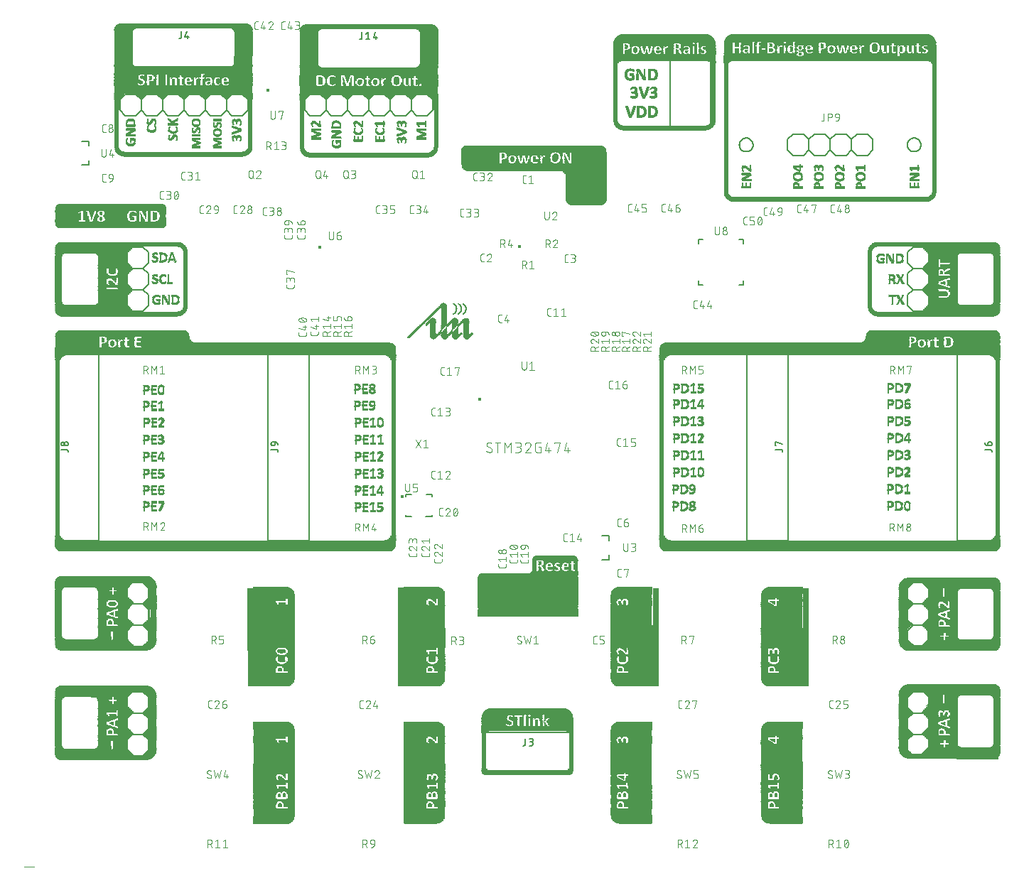
<source format=gbr>
G04 EAGLE Gerber RS-274X export*
G75*
%MOMM*%
%FSLAX34Y34*%
%LPD*%
%INSilkscreen Top*%
%IPPOS*%
%AMOC8*
5,1,8,0,0,1.08239X$1,22.5*%
G01*
%ADD10C,0.000000*%
%ADD11R,4.090000X0.010000*%
%ADD12R,4.160000X0.010000*%
%ADD13R,4.200000X0.010000*%
%ADD14R,4.240000X0.010000*%
%ADD15R,4.270000X0.010000*%
%ADD16R,4.300000X0.010000*%
%ADD17R,3.950000X0.010000*%
%ADD18R,3.940000X0.010000*%
%ADD19R,4.330000X0.010000*%
%ADD20R,4.040000X0.010000*%
%ADD21R,4.030000X0.010000*%
%ADD22R,4.350000X0.010000*%
%ADD23R,4.080000X0.010000*%
%ADD24R,4.120000X0.010000*%
%ADD25R,4.380000X0.010000*%
%ADD26R,4.150000X0.010000*%
%ADD27R,4.140000X0.010000*%
%ADD28R,4.400000X0.010000*%
%ADD29R,4.180000X0.010000*%
%ADD30R,4.170000X0.010000*%
%ADD31R,4.420000X0.010000*%
%ADD32R,4.220000X0.010000*%
%ADD33R,4.210000X0.010000*%
%ADD34R,4.230000X0.010000*%
%ADD35R,4.440000X0.010000*%
%ADD36R,4.250000X0.010000*%
%ADD37R,4.450000X0.010000*%
%ADD38R,4.280000X0.010000*%
%ADD39R,4.470000X0.010000*%
%ADD40R,4.290000X0.010000*%
%ADD41R,4.320000X0.010000*%
%ADD42R,4.490000X0.010000*%
%ADD43R,4.310000X0.010000*%
%ADD44R,4.500000X0.010000*%
%ADD45R,4.340000X0.010000*%
%ADD46R,4.370000X0.010000*%
%ADD47R,4.520000X0.010000*%
%ADD48R,4.360000X0.010000*%
%ADD49R,4.390000X0.010000*%
%ADD50R,4.530000X0.010000*%
%ADD51R,4.410000X0.010000*%
%ADD52R,4.550000X0.010000*%
%ADD53R,4.430000X0.010000*%
%ADD54R,4.560000X0.010000*%
%ADD55R,4.570000X0.010000*%
%ADD56R,4.590000X0.010000*%
%ADD57R,4.600000X0.010000*%
%ADD58R,4.610000X0.010000*%
%ADD59R,4.480000X0.010000*%
%ADD60R,3.670000X0.010000*%
%ADD61R,4.620000X0.010000*%
%ADD62R,3.610000X0.010000*%
%ADD63R,4.630000X0.010000*%
%ADD64R,4.510000X0.010000*%
%ADD65R,4.640000X0.010000*%
%ADD66R,4.660000X0.010000*%
%ADD67R,4.540000X0.010000*%
%ADD68R,4.670000X0.010000*%
%ADD69R,4.680000X0.010000*%
%ADD70R,4.690000X0.010000*%
%ADD71R,4.580000X0.010000*%
%ADD72R,4.700000X0.010000*%
%ADD73R,4.710000X0.010000*%
%ADD74R,4.720000X0.010000*%
%ADD75R,4.650000X0.010000*%
%ADD76R,4.730000X0.010000*%
%ADD77R,4.740000X0.010000*%
%ADD78R,4.750000X0.010000*%
%ADD79R,4.760000X0.010000*%
%ADD80R,4.770000X0.010000*%
%ADD81R,4.780000X0.010000*%
%ADD82R,4.790000X0.010000*%
%ADD83R,4.800000X0.010000*%
%ADD84R,4.810000X0.010000*%
%ADD85R,4.820000X0.010000*%
%ADD86R,4.830000X0.010000*%
%ADD87R,4.840000X0.010000*%
%ADD88R,4.850000X0.010000*%
%ADD89R,4.860000X0.010000*%
%ADD90R,4.870000X0.010000*%
%ADD91R,4.880000X0.010000*%
%ADD92R,4.890000X0.010000*%
%ADD93R,4.900000X0.010000*%
%ADD94R,4.910000X0.010000*%
%ADD95R,4.920000X0.010000*%
%ADD96R,4.930000X0.010000*%
%ADD97R,4.940000X0.010000*%
%ADD98R,4.950000X0.010000*%
%ADD99R,4.960000X0.010000*%
%ADD100R,4.970000X0.010000*%
%ADD101R,2.800000X0.010000*%
%ADD102R,0.910000X0.010000*%
%ADD103R,2.780000X0.010000*%
%ADD104R,0.920000X0.010000*%
%ADD105R,0.800000X0.010000*%
%ADD106R,2.900000X0.010000*%
%ADD107R,0.870000X0.010000*%
%ADD108R,2.840000X0.010000*%
%ADD109R,0.900000X0.010000*%
%ADD110R,2.760000X0.010000*%
%ADD111R,0.780000X0.010000*%
%ADD112R,2.890000X0.010000*%
%ADD113R,0.850000X0.010000*%
%ADD114R,2.830000X0.010000*%
%ADD115R,2.770000X0.010000*%
%ADD116R,2.750000X0.010000*%
%ADD117R,0.770000X0.010000*%
%ADD118R,2.880000X0.010000*%
%ADD119R,0.840000X0.010000*%
%ADD120R,2.740000X0.010000*%
%ADD121R,2.820000X0.010000*%
%ADD122R,0.890000X0.010000*%
%ADD123R,0.760000X0.010000*%
%ADD124R,0.830000X0.010000*%
%ADD125R,2.730000X0.010000*%
%ADD126R,0.820000X0.010000*%
%ADD127R,0.750000X0.010000*%
%ADD128R,2.870000X0.010000*%
%ADD129R,2.810000X0.010000*%
%ADD130R,0.930000X0.010000*%
%ADD131R,2.910000X0.010000*%
%ADD132R,2.850000X0.010000*%
%ADD133R,0.460000X0.010000*%
%ADD134R,1.360000X0.010000*%
%ADD135R,1.370000X0.010000*%
%ADD136R,0.470000X0.010000*%
%ADD137R,3.340000X0.010000*%
%ADD138R,3.280000X0.010000*%
%ADD139R,3.290000X0.010000*%
%ADD140R,3.350000X0.010000*%
%ADD141R,0.450000X0.010000*%
%ADD142R,0.440000X0.010000*%
%ADD143R,0.430000X0.010000*%
%ADD144R,0.420000X0.010000*%
%ADD145R,1.380000X0.010000*%
%ADD146R,3.300000X0.010000*%
%ADD147R,0.410000X0.010000*%
%ADD148R,3.360000X0.010000*%
%ADD149R,0.400000X0.010000*%
%ADD150R,0.390000X0.010000*%
%ADD151R,0.380000X0.010000*%
%ADD152R,0.370000X0.010000*%
%ADD153R,1.390000X0.010000*%
%ADD154R,0.350000X0.010000*%
%ADD155R,0.360000X0.010000*%
%ADD156R,3.310000X0.010000*%
%ADD157R,0.330000X0.010000*%
%ADD158R,0.340000X0.010000*%
%ADD159R,3.370000X0.010000*%
%ADD160R,0.310000X0.010000*%
%ADD161R,0.300000X0.010000*%
%ADD162R,0.280000X0.010000*%
%ADD163R,0.270000X0.010000*%
%ADD164R,1.400000X0.010000*%
%ADD165R,0.240000X0.010000*%
%ADD166R,3.380000X0.010000*%
%ADD167R,0.230000X0.010000*%
%ADD168R,3.320000X0.010000*%
%ADD169R,0.180000X0.010000*%
%ADD170R,0.190000X0.010000*%
%ADD171R,0.100000X0.010000*%
%ADD172R,1.410000X0.010000*%
%ADD173R,3.390000X0.010000*%
%ADD174R,3.330000X0.010000*%
%ADD175R,0.790000X0.010000*%
%ADD176R,0.860000X0.010000*%
%ADD177R,2.790000X0.010000*%
%ADD178R,1.420000X0.010000*%
%ADD179R,3.400000X0.010000*%
%ADD180R,1.430000X0.010000*%
%ADD181R,3.410000X0.010000*%
%ADD182R,1.440000X0.010000*%
%ADD183R,0.810000X0.010000*%
%ADD184R,3.420000X0.010000*%
%ADD185R,0.880000X0.010000*%
%ADD186R,1.450000X0.010000*%
%ADD187R,3.430000X0.010000*%
%ADD188R,1.460000X0.010000*%
%ADD189R,3.440000X0.010000*%
%ADD190R,1.470000X0.010000*%
%ADD191R,3.450000X0.010000*%
%ADD192R,1.480000X0.010000*%
%ADD193R,3.460000X0.010000*%
%ADD194R,1.490000X0.010000*%
%ADD195R,3.470000X0.010000*%
%ADD196R,2.860000X0.010000*%
%ADD197R,1.500000X0.010000*%
%ADD198R,1.510000X0.010000*%
%ADD199R,3.480000X0.010000*%
%ADD200R,0.940000X0.010000*%
%ADD201R,1.520000X0.010000*%
%ADD202R,3.500000X0.010000*%
%ADD203R,0.950000X0.010000*%
%ADD204R,1.530000X0.010000*%
%ADD205R,3.510000X0.010000*%
%ADD206R,0.960000X0.010000*%
%ADD207R,1.540000X0.010000*%
%ADD208R,3.520000X0.010000*%
%ADD209R,0.970000X0.010000*%
%ADD210R,1.550000X0.010000*%
%ADD211R,1.560000X0.010000*%
%ADD212R,3.530000X0.010000*%
%ADD213R,0.980000X0.010000*%
%ADD214R,2.920000X0.010000*%
%ADD215R,1.570000X0.010000*%
%ADD216R,3.550000X0.010000*%
%ADD217R,0.990000X0.010000*%
%ADD218R,3.490000X0.010000*%
%ADD219R,2.930000X0.010000*%
%ADD220R,1.580000X0.010000*%
%ADD221R,1.590000X0.010000*%
%ADD222R,3.570000X0.010000*%
%ADD223R,1.010000X0.010000*%
%ADD224R,2.950000X0.010000*%
%ADD225R,1.600000X0.010000*%
%ADD226R,1.610000X0.010000*%
%ADD227R,3.580000X0.010000*%
%ADD228R,1.030000X0.010000*%
%ADD229R,2.970000X0.010000*%
%ADD230R,1.620000X0.010000*%
%ADD231R,1.630000X0.010000*%
%ADD232R,1.050000X0.010000*%
%ADD233R,3.000000X0.010000*%
%ADD234R,1.650000X0.010000*%
%ADD235R,2.980000X0.010000*%
%ADD236R,1.660000X0.010000*%
%ADD237R,1.000000X0.010000*%
%ADD238R,3.630000X0.010000*%
%ADD239R,1.070000X0.010000*%
%ADD240R,3.020000X0.010000*%
%ADD241R,1.680000X0.010000*%
%ADD242R,3.010000X0.010000*%
%ADD243R,1.690000X0.010000*%
%ADD244R,1.100000X0.010000*%
%ADD245R,3.070000X0.010000*%
%ADD246R,1.730000X0.010000*%
%ADD247R,3.050000X0.010000*%
%ADD248R,1.740000X0.010000*%
%ADD249R,3.710000X0.010000*%
%ADD250R,1.140000X0.010000*%
%ADD251R,3.660000X0.010000*%
%ADD252R,2.940000X0.010000*%
%ADD253R,0.320000X0.010000*%
%ADD254R,0.290000X0.010000*%
%ADD255R,0.260000X0.010000*%
%ADD256R,0.210000X0.010000*%
%ADD257R,0.200000X0.010000*%
%ADD258R,0.170000X0.010000*%
%ADD259R,0.160000X0.010000*%
%ADD260R,0.110000X0.010000*%
%ADD261R,0.020000X0.010000*%
%ADD262R,0.030000X0.010000*%
%ADD263R,0.040000X0.010000*%
%ADD264R,0.050000X0.010000*%
%ADD265R,0.060000X0.010000*%
%ADD266R,0.070000X0.010000*%
%ADD267R,0.080000X0.010000*%
%ADD268R,0.090000X0.010000*%
%ADD269R,2.960000X0.010000*%
%ADD270R,0.120000X0.010000*%
%ADD271R,0.140000X0.010000*%
%ADD272R,0.130000X0.010000*%
%ADD273R,0.150000X0.010000*%
%ADD274R,2.990000X0.010000*%
%ADD275R,1.020000X0.010000*%
%ADD276R,1.040000X0.010000*%
%ADD277R,1.060000X0.010000*%
%ADD278R,3.030000X0.010000*%
%ADD279R,1.090000X0.010000*%
%ADD280R,1.080000X0.010000*%
%ADD281R,3.060000X0.010000*%
%ADD282R,1.110000X0.010000*%
%ADD283R,3.090000X0.010000*%
%ADD284R,1.120000X0.010000*%
%ADD285R,1.130000X0.010000*%
%ADD286R,3.110000X0.010000*%
%ADD287R,1.150000X0.010000*%
%ADD288R,1.160000X0.010000*%
%ADD289R,3.130000X0.010000*%
%ADD290R,1.180000X0.010000*%
%ADD291R,3.560000X0.010000*%
%ADD292R,3.160000X0.010000*%
%ADD293R,3.100000X0.010000*%
%ADD294R,1.220000X0.010000*%
%ADD295R,3.590000X0.010000*%
%ADD296R,1.230000X0.010000*%
%ADD297R,3.200000X0.010000*%
%ADD298R,3.140000X0.010000*%
%ADD299R,2.010000X0.010000*%
%ADD300R,1.960000X0.010000*%
%ADD301R,1.920000X0.010000*%
%ADD302R,1.880000X0.010000*%
%ADD303R,1.850000X0.010000*%
%ADD304R,1.820000X0.010000*%
%ADD305R,2.050000X0.010000*%
%ADD306R,1.780000X0.010000*%
%ADD307R,1.760000X0.010000*%
%ADD308R,1.970000X0.010000*%
%ADD309R,1.940000X0.010000*%
%ADD310R,1.710000X0.010000*%
%ADD311R,1.890000X0.010000*%
%ADD312R,0.740000X0.010000*%
%ADD313R,1.910000X0.010000*%
%ADD314R,1.670000X0.010000*%
%ADD315R,1.860000X0.010000*%
%ADD316R,1.800000X0.010000*%
%ADD317R,1.840000X0.010000*%
%ADD318R,1.640000X0.010000*%
%ADD319R,1.770000X0.010000*%
%ADD320R,1.810000X0.010000*%
%ADD321R,1.750000X0.010000*%
%ADD322R,2.120000X0.010000*%
%ADD323R,1.790000X0.010000*%
%ADD324R,1.720000X0.010000*%
%ADD325R,2.080000X0.010000*%
%ADD326R,1.700000X0.010000*%
%ADD327R,2.040000X0.010000*%
%ADD328R,1.980000X0.010000*%
%ADD329R,1.950000X0.010000*%
%ADD330R,1.930000X0.010000*%
%ADD331R,1.900000X0.010000*%
%ADD332R,2.570000X0.010000*%
%ADD333R,2.650000X0.010000*%
%ADD334R,2.560000X0.010000*%
%ADD335R,2.640000X0.010000*%
%ADD336R,2.550000X0.010000*%
%ADD337R,2.620000X0.010000*%
%ADD338R,2.540000X0.010000*%
%ADD339R,2.610000X0.010000*%
%ADD340R,2.530000X0.010000*%
%ADD341R,2.600000X0.010000*%
%ADD342R,2.520000X0.010000*%
%ADD343R,2.580000X0.010000*%
%ADD344R,2.500000X0.010000*%
%ADD345R,2.490000X0.010000*%
%ADD346R,2.480000X0.010000*%
%ADD347R,2.470000X0.010000*%
%ADD348R,2.460000X0.010000*%
%ADD349R,2.450000X0.010000*%
%ADD350R,2.510000X0.010000*%
%ADD351R,2.440000X0.010000*%
%ADD352R,2.430000X0.010000*%
%ADD353R,2.420000X0.010000*%
%ADD354R,2.410000X0.010000*%
%ADD355R,2.400000X0.010000*%
%ADD356R,2.390000X0.010000*%
%ADD357R,2.380000X0.010000*%
%ADD358R,2.370000X0.010000*%
%ADD359R,1.350000X0.010000*%
%ADD360R,2.360000X0.010000*%
%ADD361R,1.340000X0.010000*%
%ADD362R,2.350000X0.010000*%
%ADD363R,1.990000X0.010000*%
%ADD364R,2.230000X0.010000*%
%ADD365R,2.220000X0.010000*%
%ADD366R,2.170000X0.010000*%
%ADD367R,2.190000X0.010000*%
%ADD368R,2.160000X0.010000*%
%ADD369R,1.240000X0.010000*%
%ADD370R,1.250000X0.010000*%
%ADD371R,1.200000X0.010000*%
%ADD372R,1.170000X0.010000*%
%ADD373R,0.730000X0.010000*%
%ADD374R,0.720000X0.010000*%
%ADD375R,1.330000X0.010000*%
%ADD376R,1.310000X0.010000*%
%ADD377R,1.290000X0.010000*%
%ADD378R,0.710000X0.010000*%
%ADD379R,1.270000X0.010000*%
%ADD380R,1.260000X0.010000*%
%ADD381R,0.700000X0.010000*%
%ADD382R,0.690000X0.010000*%
%ADD383R,1.190000X0.010000*%
%ADD384R,0.680000X0.010000*%
%ADD385R,0.670000X0.010000*%
%ADD386R,0.650000X0.010000*%
%ADD387R,0.640000X0.010000*%
%ADD388R,0.630000X0.010000*%
%ADD389R,0.620000X0.010000*%
%ADD390R,0.610000X0.010000*%
%ADD391R,0.600000X0.010000*%
%ADD392R,0.250000X0.010000*%
%ADD393R,0.590000X0.010000*%
%ADD394R,0.580000X0.010000*%
%ADD395R,0.570000X0.010000*%
%ADD396R,0.560000X0.010000*%
%ADD397R,0.550000X0.010000*%
%ADD398R,0.530000X0.010000*%
%ADD399R,0.520000X0.010000*%
%ADD400R,0.510000X0.010000*%
%ADD401R,0.500000X0.010000*%
%ADD402R,0.490000X0.010000*%
%ADD403R,0.540000X0.010000*%
%ADD404R,10.010000X0.010000*%
%ADD405R,0.220000X0.010000*%
%ADD406R,10.140000X0.010000*%
%ADD407R,10.220000X0.010000*%
%ADD408R,10.280000X0.010000*%
%ADD409R,10.330000X0.010000*%
%ADD410R,10.370000X0.010000*%
%ADD411R,10.410000X0.010000*%
%ADD412R,10.450000X0.010000*%
%ADD413R,10.480000X0.010000*%
%ADD414R,10.510000X0.010000*%
%ADD415R,10.540000X0.010000*%
%ADD416R,10.560000X0.010000*%
%ADD417R,10.580000X0.010000*%
%ADD418R,10.610000X0.010000*%
%ADD419R,10.630000X0.010000*%
%ADD420R,10.650000X0.010000*%
%ADD421R,10.670000X0.010000*%
%ADD422R,10.680000X0.010000*%
%ADD423R,10.700000X0.010000*%
%ADD424R,10.720000X0.010000*%
%ADD425R,10.730000X0.010000*%
%ADD426R,10.750000X0.010000*%
%ADD427R,10.760000X0.010000*%
%ADD428R,10.780000X0.010000*%
%ADD429R,10.790000X0.010000*%
%ADD430R,10.800000X0.010000*%
%ADD431R,10.810000X0.010000*%
%ADD432R,10.820000X0.010000*%
%ADD433R,10.830000X0.010000*%
%ADD434R,10.840000X0.010000*%
%ADD435R,10.850000X0.010000*%
%ADD436R,10.860000X0.010000*%
%ADD437R,10.870000X0.010000*%
%ADD438R,1.210000X0.010000*%
%ADD439R,0.660000X0.010000*%
%ADD440R,10.880000X0.010000*%
%ADD441R,10.890000X0.010000*%
%ADD442R,1.300000X0.010000*%
%ADD443R,2.090000X0.010000*%
%ADD444R,10.900000X0.010000*%
%ADD445R,2.100000X0.010000*%
%ADD446R,10.910000X0.010000*%
%ADD447R,3.180000X0.010000*%
%ADD448R,3.190000X0.010000*%
%ADD449R,10.920000X0.010000*%
%ADD450R,10.930000X0.010000*%
%ADD451R,3.210000X0.010000*%
%ADD452R,3.220000X0.010000*%
%ADD453R,3.230000X0.010000*%
%ADD454R,3.240000X0.010000*%
%ADD455R,3.250000X0.010000*%
%ADD456R,3.260000X0.010000*%
%ADD457R,3.270000X0.010000*%
%ADD458R,3.540000X0.010000*%
%ADD459R,3.600000X0.010000*%
%ADD460R,3.620000X0.010000*%
%ADD461R,3.640000X0.010000*%
%ADD462R,3.650000X0.010000*%
%ADD463R,3.680000X0.010000*%
%ADD464R,3.690000X0.010000*%
%ADD465R,3.700000X0.010000*%
%ADD466R,3.730000X0.010000*%
%ADD467R,3.740000X0.010000*%
%ADD468R,3.760000X0.010000*%
%ADD469R,3.770000X0.010000*%
%ADD470R,3.720000X0.010000*%
%ADD471R,3.790000X0.010000*%
%ADD472R,3.800000X0.010000*%
%ADD473R,3.750000X0.010000*%
%ADD474R,3.820000X0.010000*%
%ADD475R,3.830000X0.010000*%
%ADD476R,3.780000X0.010000*%
%ADD477R,3.850000X0.010000*%
%ADD478R,3.870000X0.010000*%
%ADD479R,3.810000X0.010000*%
%ADD480R,3.890000X0.010000*%
%ADD481R,3.910000X0.010000*%
%ADD482R,3.840000X0.010000*%
%ADD483R,3.930000X0.010000*%
%ADD484R,3.860000X0.010000*%
%ADD485R,3.970000X0.010000*%
%ADD486R,3.880000X0.010000*%
%ADD487R,3.990000X0.010000*%
%ADD488R,3.900000X0.010000*%
%ADD489R,4.020000X0.010000*%
%ADD490R,3.920000X0.010000*%
%ADD491R,4.070000X0.010000*%
%ADD492R,3.960000X0.010000*%
%ADD493R,3.980000X0.010000*%
%ADD494R,4.100000X0.010000*%
%ADD495R,4.000000X0.010000*%
%ADD496R,4.130000X0.010000*%
%ADD497R,4.050000X0.010000*%
%ADD498R,4.060000X0.010000*%
%ADD499R,4.010000X0.010000*%
%ADD500R,4.110000X0.010000*%
%ADD501R,4.190000X0.010000*%
%ADD502R,10.260000X0.010000*%
%ADD503R,10.250000X0.010000*%
%ADD504R,10.400000X0.010000*%
%ADD505R,10.500000X0.010000*%
%ADD506R,10.590000X0.010000*%
%ADD507R,10.660000X0.010000*%
%ADD508R,10.710000X0.010000*%
%ADD509R,10.770000X0.010000*%
%ADD510R,10.950000X0.010000*%
%ADD511R,10.960000X0.010000*%
%ADD512R,10.990000X0.010000*%
%ADD513R,11.030000X0.010000*%
%ADD514R,11.060000X0.010000*%
%ADD515R,11.100000X0.010000*%
%ADD516R,11.120000X0.010000*%
%ADD517R,11.130000X0.010000*%
%ADD518R,11.160000X0.010000*%
%ADD519R,11.150000X0.010000*%
%ADD520R,11.190000X0.010000*%
%ADD521R,11.180000X0.010000*%
%ADD522R,11.220000X0.010000*%
%ADD523R,11.240000X0.010000*%
%ADD524R,11.270000X0.010000*%
%ADD525R,11.290000X0.010000*%
%ADD526R,11.300000X0.010000*%
%ADD527R,11.320000X0.010000*%
%ADD528R,11.340000X0.010000*%
%ADD529R,11.370000X0.010000*%
%ADD530R,11.390000X0.010000*%
%ADD531R,11.410000X0.010000*%
%ADD532R,11.430000X0.010000*%
%ADD533R,11.450000X0.010000*%
%ADD534R,11.470000X0.010000*%
%ADD535R,11.490000X0.010000*%
%ADD536R,11.510000X0.010000*%
%ADD537R,11.500000X0.010000*%
%ADD538R,11.520000X0.010000*%
%ADD539R,11.530000X0.010000*%
%ADD540R,11.540000X0.010000*%
%ADD541R,11.550000X0.010000*%
%ADD542R,11.560000X0.010000*%
%ADD543R,11.570000X0.010000*%
%ADD544R,11.580000X0.010000*%
%ADD545R,11.590000X0.010000*%
%ADD546R,11.600000X0.010000*%
%ADD547R,11.610000X0.010000*%
%ADD548R,11.620000X0.010000*%
%ADD549R,11.630000X0.010000*%
%ADD550R,11.640000X0.010000*%
%ADD551R,11.650000X0.010000*%
%ADD552R,11.660000X0.010000*%
%ADD553R,11.670000X0.010000*%
%ADD554R,11.680000X0.010000*%
%ADD555R,11.700000X0.010000*%
%ADD556R,11.710000X0.010000*%
%ADD557R,11.730000X0.010000*%
%ADD558R,11.720000X0.010000*%
%ADD559R,11.740000X0.010000*%
%ADD560R,11.750000X0.010000*%
%ADD561R,11.760000X0.010000*%
%ADD562R,11.770000X0.010000*%
%ADD563R,11.790000X0.010000*%
%ADD564R,11.780000X0.010000*%
%ADD565R,9.370000X0.010000*%
%ADD566R,9.360000X0.010000*%
%ADD567R,9.350000X0.010000*%
%ADD568R,9.340000X0.010000*%
%ADD569R,9.330000X0.010000*%
%ADD570R,9.320000X0.010000*%
%ADD571R,9.310000X0.010000*%
%ADD572R,9.300000X0.010000*%
%ADD573R,9.290000X0.010000*%
%ADD574R,9.280000X0.010000*%
%ADD575R,9.270000X0.010000*%
%ADD576R,9.260000X0.010000*%
%ADD577R,9.250000X0.010000*%
%ADD578R,9.240000X0.010000*%
%ADD579R,1.320000X0.010000*%
%ADD580R,9.230000X0.010000*%
%ADD581R,9.220000X0.010000*%
%ADD582R,9.210000X0.010000*%
%ADD583R,9.200000X0.010000*%
%ADD584R,9.190000X0.010000*%
%ADD585R,9.180000X0.010000*%
%ADD586R,9.170000X0.010000*%
%ADD587R,1.280000X0.010000*%
%ADD588R,9.160000X0.010000*%
%ADD589R,9.150000X0.010000*%
%ADD590R,9.140000X0.010000*%
%ADD591R,9.130000X0.010000*%
%ADD592R,9.120000X0.010000*%
%ADD593R,9.110000X0.010000*%
%ADD594R,9.100000X0.010000*%
%ADD595R,9.090000X0.010000*%
%ADD596R,9.080000X0.010000*%
%ADD597R,9.070000X0.010000*%
%ADD598R,9.060000X0.010000*%
%ADD599R,9.050000X0.010000*%
%ADD600R,9.040000X0.010000*%
%ADD601R,9.030000X0.010000*%
%ADD602R,9.020000X0.010000*%
%ADD603R,9.010000X0.010000*%
%ADD604R,9.000000X0.010000*%
%ADD605R,8.990000X0.010000*%
%ADD606R,8.980000X0.010000*%
%ADD607R,8.970000X0.010000*%
%ADD608R,8.960000X0.010000*%
%ADD609R,8.950000X0.010000*%
%ADD610R,8.940000X0.010000*%
%ADD611R,8.930000X0.010000*%
%ADD612R,8.920000X0.010000*%
%ADD613R,8.910000X0.010000*%
%ADD614R,8.900000X0.010000*%
%ADD615R,8.890000X0.010000*%
%ADD616R,8.880000X0.010000*%
%ADD617R,8.870000X0.010000*%
%ADD618R,8.860000X0.010000*%
%ADD619R,8.850000X0.010000*%
%ADD620R,8.840000X0.010000*%
%ADD621R,8.830000X0.010000*%
%ADD622R,8.820000X0.010000*%
%ADD623R,8.810000X0.010000*%
%ADD624R,8.800000X0.010000*%
%ADD625R,8.790000X0.010000*%
%ADD626R,8.780000X0.010000*%
%ADD627R,8.770000X0.010000*%
%ADD628R,8.760000X0.010000*%
%ADD629R,8.750000X0.010000*%
%ADD630R,8.740000X0.010000*%
%ADD631R,8.730000X0.010000*%
%ADD632R,8.720000X0.010000*%
%ADD633R,8.710000X0.010000*%
%ADD634R,6.680000X0.010000*%
%ADD635R,6.720000X0.010000*%
%ADD636R,6.640000X0.010000*%
%ADD637R,6.700000X0.010000*%
%ADD638R,1.870000X0.010000*%
%ADD639R,6.630000X0.010000*%
%ADD640R,6.690000X0.010000*%
%ADD641R,6.620000X0.010000*%
%ADD642R,1.830000X0.010000*%
%ADD643R,2.030000X0.010000*%
%ADD644R,2.720000X0.010000*%
%ADD645R,0.010000X0.010000*%
%ADD646R,2.710000X0.010000*%
%ADD647R,0.480000X0.010000*%
%ADD648R,3.080000X0.010000*%
%ADD649R,3.120000X0.010000*%
%ADD650R,3.150000X0.010000*%
%ADD651R,2.290000X0.010000*%
%ADD652R,2.280000X0.010000*%
%ADD653R,2.270000X0.010000*%
%ADD654R,2.260000X0.010000*%
%ADD655R,2.250000X0.010000*%
%ADD656R,2.240000X0.010000*%
%ADD657R,2.210000X0.010000*%
%ADD658R,2.200000X0.010000*%
%ADD659R,2.180000X0.010000*%
%ADD660R,2.150000X0.010000*%
%ADD661R,2.140000X0.010000*%
%ADD662R,2.130000X0.010000*%
%ADD663R,2.110000X0.010000*%
%ADD664R,2.070000X0.010000*%
%ADD665R,2.060000X0.010000*%
%ADD666R,2.020000X0.010000*%
%ADD667R,2.000000X0.010000*%
%ADD668R,2.320000X0.010000*%
%ADD669R,7.520000X0.010000*%
%ADD670R,7.470000X0.010000*%
%ADD671R,3.040000X0.010000*%
%ADD672R,3.170000X0.010000*%
%ADD673R,4.460000X0.010000*%
%ADD674R,4.260000X0.010000*%
%ADD675R,2.310000X0.010000*%
%ADD676R,2.300000X0.010000*%
%ADD677R,4.980000X0.010000*%
%ADD678R,10.640000X0.010000*%
%ADD679R,10.620000X0.010000*%
%ADD680R,10.600000X0.010000*%
%ADD681R,10.550000X0.010000*%
%ADD682R,10.530000X0.010000*%
%ADD683R,10.490000X0.010000*%
%ADD684R,10.470000X0.010000*%
%ADD685R,10.460000X0.010000*%
%ADD686R,10.440000X0.010000*%
%ADD687R,10.430000X0.010000*%
%ADD688R,10.380000X0.010000*%
%ADD689R,10.350000X0.010000*%
%ADD690R,10.320000X0.010000*%
%ADD691R,10.300000X0.010000*%
%ADD692R,10.240000X0.010000*%
%ADD693R,10.200000X0.010000*%
%ADD694R,10.180000X0.010000*%
%ADD695R,10.160000X0.010000*%
%ADD696R,10.120000X0.010000*%
%ADD697R,10.100000X0.010000*%
%ADD698R,10.080000X0.010000*%
%ADD699R,10.050000X0.010000*%
%ADD700R,10.030000X0.010000*%
%ADD701R,10.000000X0.010000*%
%ADD702R,9.980000X0.010000*%
%ADD703R,9.950000X0.010000*%
%ADD704R,9.930000X0.010000*%
%ADD705R,9.900000X0.010000*%
%ADD706R,9.870000X0.010000*%
%ADD707R,9.840000X0.010000*%
%ADD708R,9.810000X0.010000*%
%ADD709R,9.780000X0.010000*%
%ADD710R,9.750000X0.010000*%
%ADD711R,9.720000X0.010000*%
%ADD712R,9.680000X0.010000*%
%ADD713R,9.650000X0.010000*%
%ADD714R,9.610000X0.010000*%
%ADD715R,9.580000X0.010000*%
%ADD716R,9.540000X0.010000*%
%ADD717R,9.490000X0.010000*%
%ADD718R,9.450000X0.010000*%
%ADD719R,9.400000X0.010000*%
%ADD720R,6.790000X0.010000*%
%ADD721R,6.530000X0.010000*%
%ADD722R,6.540000X0.010000*%
%ADD723R,6.800000X0.010000*%
%ADD724R,6.560000X0.010000*%
%ADD725R,6.830000X0.010000*%
%ADD726R,8.650000X0.010000*%
%ADD727R,8.670000X0.010000*%
%ADD728R,8.660000X0.010000*%
%ADD729R,8.680000X0.010000*%
%ADD730R,8.690000X0.010000*%
%ADD731R,8.700000X0.010000*%
%ADD732R,11.690000X0.010000*%
%ADD733R,11.460000X0.010000*%
%ADD734R,11.440000X0.010000*%
%ADD735R,11.420000X0.010000*%
%ADD736R,11.350000X0.010000*%
%ADD737R,11.250000X0.010000*%
%ADD738R,11.200000X0.010000*%
%ADD739R,11.170000X0.010000*%
%ADD740R,11.140000X0.010000*%
%ADD741R,11.070000X0.010000*%
%ADD742R,11.000000X0.010000*%
%ADD743R,10.520000X0.010000*%
%ADD744R,10.290000X0.010000*%
%ADD745R,2.700000X0.010000*%
%ADD746R,2.680000X0.010000*%
%ADD747R,2.670000X0.010000*%
%ADD748R,6.730000X0.010000*%
%ADD749R,6.670000X0.010000*%
%ADD750R,2.340000X0.010000*%
%ADD751R,2.330000X0.010000*%
%ADD752R,4.990000X0.010000*%
%ADD753R,5.000000X0.010000*%
%ADD754R,5.010000X0.010000*%
%ADD755R,5.020000X0.010000*%
%ADD756R,5.030000X0.010000*%
%ADD757R,5.040000X0.010000*%
%ADD758R,5.050000X0.010000*%
%ADD759R,5.060000X0.010000*%
%ADD760R,5.070000X0.010000*%
%ADD761R,5.080000X0.010000*%
%ADD762R,5.090000X0.010000*%
%ADD763R,5.100000X0.010000*%
%ADD764R,5.110000X0.010000*%
%ADD765R,5.120000X0.010000*%
%ADD766R,5.130000X0.010000*%
%ADD767R,5.140000X0.010000*%
%ADD768R,5.150000X0.010000*%
%ADD769R,5.160000X0.010000*%
%ADD770R,5.170000X0.010000*%
%ADD771R,5.180000X0.010000*%
%ADD772R,5.190000X0.010000*%
%ADD773R,5.200000X0.010000*%
%ADD774R,5.210000X0.010000*%
%ADD775R,5.220000X0.010000*%
%ADD776R,5.230000X0.010000*%
%ADD777R,5.240000X0.010000*%
%ADD778R,5.250000X0.010000*%
%ADD779R,5.260000X0.010000*%
%ADD780R,5.270000X0.010000*%
%ADD781R,5.280000X0.010000*%
%ADD782R,5.290000X0.010000*%
%ADD783R,5.300000X0.010000*%
%ADD784R,5.310000X0.010000*%
%ADD785R,5.320000X0.010000*%
%ADD786R,5.340000X0.010000*%
%ADD787R,5.350000X0.010000*%
%ADD788R,5.360000X0.010000*%
%ADD789R,5.370000X0.010000*%
%ADD790R,5.380000X0.010000*%
%ADD791R,5.390000X0.010000*%
%ADD792R,5.410000X0.010000*%
%ADD793R,5.420000X0.010000*%
%ADD794R,5.430000X0.010000*%
%ADD795R,5.440000X0.010000*%
%ADD796R,5.460000X0.010000*%
%ADD797R,5.470000X0.010000*%
%ADD798R,5.490000X0.010000*%
%ADD799R,5.500000X0.010000*%
%ADD800R,5.520000X0.010000*%
%ADD801R,5.530000X0.010000*%
%ADD802R,5.550000X0.010000*%
%ADD803R,5.570000X0.010000*%
%ADD804R,5.580000X0.010000*%
%ADD805R,5.600000X0.010000*%
%ADD806R,5.620000X0.010000*%
%ADD807R,5.640000X0.010000*%
%ADD808R,5.660000X0.010000*%
%ADD809R,5.680000X0.010000*%
%ADD810R,5.700000X0.010000*%
%ADD811R,5.730000X0.010000*%
%ADD812R,5.750000X0.010000*%
%ADD813R,5.780000X0.010000*%
%ADD814R,5.800000X0.010000*%
%ADD815R,5.830000X0.010000*%
%ADD816R,5.870000X0.010000*%
%ADD817R,5.900000X0.010000*%
%ADD818R,5.940000X0.010000*%
%ADD819R,5.990000X0.010000*%
%ADD820R,6.050000X0.010000*%
%ADD821R,6.130000X0.010000*%
%ADD822R,11.940000X0.010000*%
%ADD823R,6.820000X0.010000*%
%ADD824R,11.930000X0.010000*%
%ADD825R,11.920000X0.010000*%
%ADD826R,11.910000X0.010000*%
%ADD827R,11.900000X0.010000*%
%ADD828R,11.890000X0.010000*%
%ADD829R,11.880000X0.010000*%
%ADD830R,11.870000X0.010000*%
%ADD831R,11.860000X0.010000*%
%ADD832R,11.850000X0.010000*%
%ADD833R,11.840000X0.010000*%
%ADD834R,11.830000X0.010000*%
%ADD835R,11.820000X0.010000*%
%ADD836R,11.810000X0.010000*%
%ADD837R,11.800000X0.010000*%
%ADD838R,11.480000X0.010000*%
%ADD839R,5.880000X0.010000*%
%ADD840R,5.820000X0.010000*%
%ADD841R,5.790000X0.010000*%
%ADD842R,5.760000X0.010000*%
%ADD843R,5.740000X0.010000*%
%ADD844R,5.710000X0.010000*%
%ADD845R,5.650000X0.010000*%
%ADD846R,5.610000X0.010000*%
%ADD847R,5.590000X0.010000*%
%ADD848R,5.560000X0.010000*%
%ADD849R,5.540000X0.010000*%
%ADD850R,5.510000X0.010000*%
%ADD851R,5.400000X0.010000*%
%ADD852R,5.330000X0.010000*%
%ADD853R,39.310000X0.010000*%
%ADD854R,39.420000X0.010000*%
%ADD855R,39.430000X0.010000*%
%ADD856R,39.500000X0.010000*%
%ADD857R,39.510000X0.010000*%
%ADD858R,39.570000X0.010000*%
%ADD859R,39.630000X0.010000*%
%ADD860R,39.680000X0.010000*%
%ADD861R,39.670000X0.010000*%
%ADD862R,39.720000X0.010000*%
%ADD863R,39.730000X0.010000*%
%ADD864R,39.760000X0.010000*%
%ADD865R,39.770000X0.010000*%
%ADD866R,39.800000X0.010000*%
%ADD867R,39.810000X0.010000*%
%ADD868R,39.840000X0.010000*%
%ADD869R,39.870000X0.010000*%
%ADD870R,39.910000X0.010000*%
%ADD871R,39.940000X0.010000*%
%ADD872R,39.930000X0.010000*%
%ADD873R,39.960000X0.010000*%
%ADD874R,39.970000X0.010000*%
%ADD875R,39.990000X0.010000*%
%ADD876R,40.020000X0.010000*%
%ADD877R,40.040000X0.010000*%
%ADD878R,40.050000X0.010000*%
%ADD879R,40.070000X0.010000*%
%ADD880R,40.090000X0.010000*%
%ADD881R,40.110000X0.010000*%
%ADD882R,40.140000X0.010000*%
%ADD883R,40.130000X0.010000*%
%ADD884R,40.160000X0.010000*%
%ADD885R,40.150000X0.010000*%
%ADD886R,40.180000X0.010000*%
%ADD887R,40.170000X0.010000*%
%ADD888R,40.200000X0.010000*%
%ADD889R,40.190000X0.010000*%
%ADD890R,40.210000X0.010000*%
%ADD891R,40.230000X0.010000*%
%ADD892R,40.250000X0.010000*%
%ADD893R,40.260000X0.010000*%
%ADD894R,40.270000X0.010000*%
%ADD895R,40.280000X0.010000*%
%ADD896R,40.300000X0.010000*%
%ADD897R,40.290000X0.010000*%
%ADD898R,40.310000X0.010000*%
%ADD899R,40.320000X0.010000*%
%ADD900R,40.330000X0.010000*%
%ADD901R,40.340000X0.010000*%
%ADD902R,40.350000X0.010000*%
%ADD903R,40.360000X0.010000*%
%ADD904R,40.370000X0.010000*%
%ADD905R,40.380000X0.010000*%
%ADD906R,40.390000X0.010000*%
%ADD907R,40.400000X0.010000*%
%ADD908R,40.410000X0.010000*%
%ADD909R,40.420000X0.010000*%
%ADD910R,40.430000X0.010000*%
%ADD911R,40.440000X0.010000*%
%ADD912R,40.450000X0.010000*%
%ADD913R,40.460000X0.010000*%
%ADD914R,40.470000X0.010000*%
%ADD915R,40.480000X0.010000*%
%ADD916R,40.490000X0.010000*%
%ADD917R,40.500000X0.010000*%
%ADD918R,40.510000X0.010000*%
%ADD919R,40.520000X0.010000*%
%ADD920R,40.530000X0.010000*%
%ADD921R,40.540000X0.010000*%
%ADD922R,40.550000X0.010000*%
%ADD923R,40.560000X0.010000*%
%ADD924R,40.570000X0.010000*%
%ADD925R,40.580000X0.010000*%
%ADD926R,40.590000X0.010000*%
%ADD927R,40.600000X0.010000*%
%ADD928R,6.760000X0.010000*%
%ADD929R,33.760000X0.010000*%
%ADD930R,31.200000X0.010000*%
%ADD931R,31.890000X0.010000*%
%ADD932R,31.100000X0.010000*%
%ADD933R,7.450000X0.010000*%
%ADD934R,31.850000X0.010000*%
%ADD935R,29.790000X0.010000*%
%ADD936R,7.410000X0.010000*%
%ADD937R,30.320000X0.010000*%
%ADD938R,29.740000X0.010000*%
%ADD939R,6.120000X0.010000*%
%ADD940R,30.310000X0.010000*%
%ADD941R,29.730000X0.010000*%
%ADD942R,6.040000X0.010000*%
%ADD943R,30.300000X0.010000*%
%ADD944R,29.710000X0.010000*%
%ADD945R,5.960000X0.010000*%
%ADD946R,30.290000X0.010000*%
%ADD947R,5.930000X0.010000*%
%ADD948R,30.280000X0.010000*%
%ADD949R,29.700000X0.010000*%
%ADD950R,30.270000X0.010000*%
%ADD951R,29.690000X0.010000*%
%ADD952R,5.850000X0.010000*%
%ADD953R,30.260000X0.010000*%
%ADD954R,29.680000X0.010000*%
%ADD955R,30.250000X0.010000*%
%ADD956R,29.670000X0.010000*%
%ADD957R,5.770000X0.010000*%
%ADD958R,30.240000X0.010000*%
%ADD959R,29.660000X0.010000*%
%ADD960R,29.650000X0.010000*%
%ADD961R,5.720000X0.010000*%
%ADD962R,30.230000X0.010000*%
%ADD963R,29.640000X0.010000*%
%ADD964R,29.630000X0.010000*%
%ADD965R,30.720000X0.010000*%
%ADD966R,29.620000X0.010000*%
%ADD967R,5.690000X0.010000*%
%ADD968R,30.710000X0.010000*%
%ADD969R,29.610000X0.010000*%
%ADD970R,5.670000X0.010000*%
%ADD971R,30.700000X0.010000*%
%ADD972R,29.600000X0.010000*%
%ADD973R,30.690000X0.010000*%
%ADD974R,29.590000X0.010000*%
%ADD975R,30.680000X0.010000*%
%ADD976R,30.670000X0.010000*%
%ADD977R,29.580000X0.010000*%
%ADD978R,29.570000X0.010000*%
%ADD979R,30.660000X0.010000*%
%ADD980R,29.560000X0.010000*%
%ADD981R,5.630000X0.010000*%
%ADD982R,30.650000X0.010000*%
%ADD983R,29.550000X0.010000*%
%ADD984R,30.640000X0.010000*%
%ADD985R,29.540000X0.010000*%
%ADD986R,30.630000X0.010000*%
%ADD987R,29.530000X0.010000*%
%ADD988R,30.620000X0.010000*%
%ADD989R,29.520000X0.010000*%
%ADD990R,30.610000X0.010000*%
%ADD991R,29.510000X0.010000*%
%ADD992R,30.600000X0.010000*%
%ADD993R,29.500000X0.010000*%
%ADD994R,30.580000X0.010000*%
%ADD995R,29.490000X0.010000*%
%ADD996R,30.570000X0.010000*%
%ADD997R,29.470000X0.010000*%
%ADD998R,30.560000X0.010000*%
%ADD999R,29.460000X0.010000*%
%ADD1000R,30.550000X0.010000*%
%ADD1001R,29.450000X0.010000*%
%ADD1002R,30.530000X0.010000*%
%ADD1003R,29.440000X0.010000*%
%ADD1004R,30.520000X0.010000*%
%ADD1005R,29.420000X0.010000*%
%ADD1006R,30.500000X0.010000*%
%ADD1007R,29.410000X0.010000*%
%ADD1008R,30.490000X0.010000*%
%ADD1009R,29.390000X0.010000*%
%ADD1010R,30.470000X0.010000*%
%ADD1011R,29.370000X0.010000*%
%ADD1012R,30.450000X0.010000*%
%ADD1013R,29.350000X0.010000*%
%ADD1014R,30.430000X0.010000*%
%ADD1015R,29.330000X0.010000*%
%ADD1016R,30.410000X0.010000*%
%ADD1017R,29.310000X0.010000*%
%ADD1018R,30.390000X0.010000*%
%ADD1019R,29.290000X0.010000*%
%ADD1020R,30.360000X0.010000*%
%ADD1021R,29.260000X0.010000*%
%ADD1022R,30.330000X0.010000*%
%ADD1023R,29.240000X0.010000*%
%ADD1024R,29.200000X0.010000*%
%ADD1025R,29.160000X0.010000*%
%ADD1026R,30.200000X0.010000*%
%ADD1027R,29.100000X0.010000*%
%ADD1028R,25.510000X0.010000*%
%ADD1029R,24.410000X0.010000*%
%ADD1030R,12.440000X0.010000*%
%ADD1031R,6.920000X0.010000*%
%ADD1032R,6.860000X0.010000*%
%ADD1033R,6.340000X0.010000*%
%ADD1034R,6.300000X0.010000*%
%ADD1035R,6.280000X0.010000*%
%ADD1036R,6.260000X0.010000*%
%ADD1037R,6.230000X0.010000*%
%ADD1038R,6.210000X0.010000*%
%ADD1039R,6.190000X0.010000*%
%ADD1040R,6.170000X0.010000*%
%ADD1041R,6.160000X0.010000*%
%ADD1042R,6.140000X0.010000*%
%ADD1043R,6.100000X0.010000*%
%ADD1044R,5.450000X0.010000*%
%ADD1045R,6.090000X0.010000*%
%ADD1046R,6.080000X0.010000*%
%ADD1047R,6.070000X0.010000*%
%ADD1048R,6.060000X0.010000*%
%ADD1049R,6.460000X0.010000*%
%ADD1050R,6.450000X0.010000*%
%ADD1051R,6.440000X0.010000*%
%ADD1052R,6.430000X0.010000*%
%ADD1053R,6.420000X0.010000*%
%ADD1054R,6.410000X0.010000*%
%ADD1055R,6.400000X0.010000*%
%ADD1056R,6.390000X0.010000*%
%ADD1057R,6.380000X0.010000*%
%ADD1058R,6.370000X0.010000*%
%ADD1059R,6.360000X0.010000*%
%ADD1060R,6.350000X0.010000*%
%ADD1061R,6.330000X0.010000*%
%ADD1062R,6.320000X0.010000*%
%ADD1063R,6.310000X0.010000*%
%ADD1064R,6.290000X0.010000*%
%ADD1065R,5.840000X0.010000*%
%ADD1066R,5.860000X0.010000*%
%ADD1067R,5.910000X0.010000*%
%ADD1068R,5.970000X0.010000*%
%ADD1069R,6.010000X0.010000*%
%ADD1070R,6.200000X0.010000*%
%ADD1071R,16.000000X0.010000*%
%ADD1072R,15.990000X0.010000*%
%ADD1073R,15.980000X0.010000*%
%ADD1074R,15.970000X0.010000*%
%ADD1075R,15.960000X0.010000*%
%ADD1076R,15.950000X0.010000*%
%ADD1077R,15.940000X0.010000*%
%ADD1078R,15.930000X0.010000*%
%ADD1079R,15.920000X0.010000*%
%ADD1080R,15.910000X0.010000*%
%ADD1081R,15.900000X0.010000*%
%ADD1082R,15.890000X0.010000*%
%ADD1083R,15.880000X0.010000*%
%ADD1084R,15.870000X0.010000*%
%ADD1085R,15.850000X0.010000*%
%ADD1086R,15.830000X0.010000*%
%ADD1087R,15.810000X0.010000*%
%ADD1088R,15.800000X0.010000*%
%ADD1089R,15.790000X0.010000*%
%ADD1090R,15.780000X0.010000*%
%ADD1091R,15.770000X0.010000*%
%ADD1092R,15.750000X0.010000*%
%ADD1093R,15.740000X0.010000*%
%ADD1094R,15.730000X0.010000*%
%ADD1095R,15.710000X0.010000*%
%ADD1096R,15.690000X0.010000*%
%ADD1097R,15.680000X0.010000*%
%ADD1098R,15.670000X0.010000*%
%ADD1099R,15.650000X0.010000*%
%ADD1100R,15.630000X0.010000*%
%ADD1101R,15.610000X0.010000*%
%ADD1102R,15.590000X0.010000*%
%ADD1103R,15.570000X0.010000*%
%ADD1104R,15.550000X0.010000*%
%ADD1105R,15.530000X0.010000*%
%ADD1106R,15.510000X0.010000*%
%ADD1107R,15.490000X0.010000*%
%ADD1108R,15.470000X0.010000*%
%ADD1109R,15.440000X0.010000*%
%ADD1110R,15.410000X0.010000*%
%ADD1111R,15.390000X0.010000*%
%ADD1112R,15.360000X0.010000*%
%ADD1113R,15.330000X0.010000*%
%ADD1114R,15.300000X0.010000*%
%ADD1115R,15.270000X0.010000*%
%ADD1116R,15.230000X0.010000*%
%ADD1117R,15.190000X0.010000*%
%ADD1118R,15.150000X0.010000*%
%ADD1119R,15.110000X0.010000*%
%ADD1120R,15.070000X0.010000*%
%ADD1121R,15.010000X0.010000*%
%ADD1122R,14.950000X0.010000*%
%ADD1123R,14.890000X0.010000*%
%ADD1124R,14.810000X0.010000*%
%ADD1125R,14.680000X0.010000*%
%ADD1126R,12.360000X0.010000*%
%ADD1127R,12.450000X0.010000*%
%ADD1128R,12.530000X0.010000*%
%ADD1129R,12.570000X0.010000*%
%ADD1130R,12.630000X0.010000*%
%ADD1131R,12.670000X0.010000*%
%ADD1132R,12.700000X0.010000*%
%ADD1133R,12.730000X0.010000*%
%ADD1134R,12.770000X0.010000*%
%ADD1135R,12.790000X0.010000*%
%ADD1136R,12.820000X0.010000*%
%ADD1137R,12.850000X0.010000*%
%ADD1138R,12.870000X0.010000*%
%ADD1139R,12.890000X0.010000*%
%ADD1140R,12.910000X0.010000*%
%ADD1141R,12.930000X0.010000*%
%ADD1142R,12.950000X0.010000*%
%ADD1143R,12.970000X0.010000*%
%ADD1144R,12.980000X0.010000*%
%ADD1145R,12.990000X0.010000*%
%ADD1146R,13.010000X0.010000*%
%ADD1147R,13.030000X0.010000*%
%ADD1148R,13.040000X0.010000*%
%ADD1149R,13.050000X0.010000*%
%ADD1150R,13.070000X0.010000*%
%ADD1151R,13.090000X0.010000*%
%ADD1152R,13.110000X0.010000*%
%ADD1153R,13.130000X0.010000*%
%ADD1154R,13.140000X0.010000*%
%ADD1155R,13.150000X0.010000*%
%ADD1156R,13.160000X0.010000*%
%ADD1157R,13.170000X0.010000*%
%ADD1158R,13.180000X0.010000*%
%ADD1159R,13.190000X0.010000*%
%ADD1160R,13.200000X0.010000*%
%ADD1161R,13.210000X0.010000*%
%ADD1162R,2.690000X0.010000*%
%ADD1163R,2.660000X0.010000*%
%ADD1164R,13.120000X0.010000*%
%ADD1165R,13.100000X0.010000*%
%ADD1166R,13.080000X0.010000*%
%ADD1167R,13.000000X0.010000*%
%ADD1168R,12.830000X0.010000*%
%ADD1169R,12.800000X0.010000*%
%ADD1170R,12.740000X0.010000*%
%ADD1171R,12.710000X0.010000*%
%ADD1172R,12.590000X0.010000*%
%ADD1173R,12.470000X0.010000*%
%ADD1174R,12.390000X0.010000*%
%ADD1175R,23.070000X0.010000*%
%ADD1176R,23.230000X0.010000*%
%ADD1177R,23.340000X0.010000*%
%ADD1178R,23.430000X0.010000*%
%ADD1179R,23.510000X0.010000*%
%ADD1180R,23.570000X0.010000*%
%ADD1181R,23.630000X0.010000*%
%ADD1182R,23.690000X0.010000*%
%ADD1183R,23.750000X0.010000*%
%ADD1184R,23.790000X0.010000*%
%ADD1185R,23.850000X0.010000*%
%ADD1186R,23.890000X0.010000*%
%ADD1187R,23.930000X0.010000*%
%ADD1188R,23.970000X0.010000*%
%ADD1189R,24.010000X0.010000*%
%ADD1190R,24.050000X0.010000*%
%ADD1191R,24.070000X0.010000*%
%ADD1192R,24.110000X0.010000*%
%ADD1193R,24.150000X0.010000*%
%ADD1194R,24.170000X0.010000*%
%ADD1195R,24.210000X0.010000*%
%ADD1196R,24.230000X0.010000*%
%ADD1197R,24.270000X0.010000*%
%ADD1198R,24.290000X0.010000*%
%ADD1199R,24.330000X0.010000*%
%ADD1200R,24.350000X0.010000*%
%ADD1201R,24.370000X0.010000*%
%ADD1202R,24.430000X0.010000*%
%ADD1203R,24.450000X0.010000*%
%ADD1204R,24.470000X0.010000*%
%ADD1205R,24.490000X0.010000*%
%ADD1206R,24.510000X0.010000*%
%ADD1207R,24.540000X0.010000*%
%ADD1208R,24.570000X0.010000*%
%ADD1209R,24.590000X0.010000*%
%ADD1210R,24.610000X0.010000*%
%ADD1211R,24.630000X0.010000*%
%ADD1212R,24.650000X0.010000*%
%ADD1213R,24.660000X0.010000*%
%ADD1214R,24.670000X0.010000*%
%ADD1215R,24.690000X0.010000*%
%ADD1216R,24.710000X0.010000*%
%ADD1217R,24.730000X0.010000*%
%ADD1218R,24.750000X0.010000*%
%ADD1219R,24.770000X0.010000*%
%ADD1220R,24.790000X0.010000*%
%ADD1221R,24.810000X0.010000*%
%ADD1222R,24.830000X0.010000*%
%ADD1223R,24.850000X0.010000*%
%ADD1224R,14.170000X0.010000*%
%ADD1225R,14.180000X0.010000*%
%ADD1226R,14.360000X0.010000*%
%ADD1227R,14.470000X0.010000*%
%ADD1228R,14.570000X0.010000*%
%ADD1229R,14.650000X0.010000*%
%ADD1230R,14.710000X0.010000*%
%ADD1231R,14.720000X0.010000*%
%ADD1232R,14.790000X0.010000*%
%ADD1233R,14.780000X0.010000*%
%ADD1234R,14.830000X0.010000*%
%ADD1235R,14.840000X0.010000*%
%ADD1236R,14.940000X0.010000*%
%ADD1237R,14.990000X0.010000*%
%ADD1238R,15.030000X0.010000*%
%ADD1239R,15.080000X0.010000*%
%ADD1240R,15.120000X0.010000*%
%ADD1241R,15.290000X0.010000*%
%ADD1242R,15.420000X0.010000*%
%ADD1243R,15.450000X0.010000*%
%ADD1244R,15.500000X0.010000*%
%ADD1245R,15.580000X0.010000*%
%ADD1246R,15.600000X0.010000*%
%ADD1247R,16.010000X0.010000*%
%ADD1248R,9.960000X0.010000*%
%ADD1249R,11.020000X0.010000*%
%ADD1250R,11.260000X0.010000*%
%ADD1251R,11.280000X0.010000*%
%ADD1252R,11.360000X0.010000*%
%ADD1253R,11.380000X0.010000*%
%ADD1254R,11.400000X0.010000*%
%ADD1255R,16.490000X0.010000*%
%ADD1256R,2.590000X0.010000*%
%ADD1257R,5.920000X0.010000*%
%ADD1258R,7.370000X0.010000*%
%ADD1259R,7.000000X0.010000*%
%ADD1260R,10.390000X0.010000*%
%ADD1261R,10.420000X0.010000*%
%ADD1262R,12.220000X0.010000*%
%ADD1263R,25.330000X0.010000*%
%ADD1264R,11.310000X0.010000*%
%ADD1265R,11.230000X0.010000*%
%ADD1266R,11.110000X0.010000*%
%ADD1267R,6.960000X0.010000*%
%ADD1268R,6.970000X0.010000*%
%ADD1269R,9.410000X0.010000*%
%ADD1270R,6.980000X0.010000*%
%ADD1271R,9.420000X0.010000*%
%ADD1272R,6.990000X0.010000*%
%ADD1273R,9.430000X0.010000*%
%ADD1274R,7.010000X0.010000*%
%ADD1275R,7.030000X0.010000*%
%ADD1276R,9.920000X0.010000*%
%ADD1277R,7.050000X0.010000*%
%ADD1278R,7.070000X0.010000*%
%ADD1279R,9.940000X0.010000*%
%ADD1280R,7.100000X0.010000*%
%ADD1281R,7.140000X0.010000*%
%ADD1282R,12.140000X0.010000*%
%ADD1283R,7.190000X0.010000*%
%ADD1284R,9.440000X0.010000*%
%ADD1285R,7.290000X0.010000*%
%ADD1286R,16.800000X0.010000*%
%ADD1287R,12.120000X0.010000*%
%ADD1288R,16.790000X0.010000*%
%ADD1289R,12.110000X0.010000*%
%ADD1290R,12.100000X0.010000*%
%ADD1291R,16.810000X0.010000*%
%ADD1292R,16.830000X0.010000*%
%ADD1293R,20.930000X0.010000*%
%ADD1294R,12.080000X0.010000*%
%ADD1295R,25.210000X0.010000*%
%ADD1296R,25.190000X0.010000*%
%ADD1297R,12.060000X0.010000*%
%ADD1298R,25.170000X0.010000*%
%ADD1299R,12.040000X0.010000*%
%ADD1300R,25.160000X0.010000*%
%ADD1301R,25.150000X0.010000*%
%ADD1302R,12.020000X0.010000*%
%ADD1303R,25.130000X0.010000*%
%ADD1304R,12.000000X0.010000*%
%ADD1305R,25.110000X0.010000*%
%ADD1306R,11.990000X0.010000*%
%ADD1307R,11.980000X0.010000*%
%ADD1308R,25.100000X0.010000*%
%ADD1309R,11.970000X0.010000*%
%ADD1310R,25.090000X0.010000*%
%ADD1311R,11.960000X0.010000*%
%ADD1312R,25.080000X0.010000*%
%ADD1313R,11.950000X0.010000*%
%ADD1314R,25.070000X0.010000*%
%ADD1315R,25.060000X0.010000*%
%ADD1316R,25.050000X0.010000*%
%ADD1317R,25.030000X0.010000*%
%ADD1318R,25.010000X0.010000*%
%ADD1319R,24.990000X0.010000*%
%ADD1320R,24.970000X0.010000*%
%ADD1321R,24.950000X0.010000*%
%ADD1322R,24.930000X0.010000*%
%ADD1323R,24.910000X0.010000*%
%ADD1324R,24.890000X0.010000*%
%ADD1325R,24.870000X0.010000*%
%ADD1326R,24.720000X0.010000*%
%ADD1327R,24.550000X0.010000*%
%ADD1328R,24.530000X0.010000*%
%ADD1329R,24.390000X0.010000*%
%ADD1330R,24.310000X0.010000*%
%ADD1331R,24.250000X0.010000*%
%ADD1332R,24.190000X0.010000*%
%ADD1333R,11.040000X0.010000*%
%ADD1334R,24.130000X0.010000*%
%ADD1335R,10.970000X0.010000*%
%ADD1336R,24.090000X0.010000*%
%ADD1337R,10.940000X0.010000*%
%ADD1338R,23.980000X0.010000*%
%ADD1339R,23.940000X0.010000*%
%ADD1340R,10.740000X0.010000*%
%ADD1341R,23.810000X0.010000*%
%ADD1342R,23.760000X0.010000*%
%ADD1343R,23.710000X0.010000*%
%ADD1344R,23.650000X0.010000*%
%ADD1345R,23.590000X0.010000*%
%ADD1346R,23.530000X0.010000*%
%ADD1347R,10.340000X0.010000*%
%ADD1348R,23.450000X0.010000*%
%ADD1349R,23.370000X0.010000*%
%ADD1350R,23.270000X0.010000*%
%ADD1351R,23.130000X0.010000*%
%ADD1352R,16.430000X0.010000*%
%ADD1353R,16.420000X0.010000*%
%ADD1354R,16.410000X0.010000*%
%ADD1355R,16.400000X0.010000*%
%ADD1356R,16.390000X0.010000*%
%ADD1357R,16.370000X0.010000*%
%ADD1358R,16.380000X0.010000*%
%ADD1359R,16.360000X0.010000*%
%ADD1360R,16.350000X0.010000*%
%ADD1361R,16.340000X0.010000*%
%ADD1362R,16.330000X0.010000*%
%ADD1363R,16.320000X0.010000*%
%ADD1364R,16.310000X0.010000*%
%ADD1365R,16.290000X0.010000*%
%ADD1366R,16.300000X0.010000*%
%ADD1367R,16.270000X0.010000*%
%ADD1368R,16.260000X0.010000*%
%ADD1369R,16.250000X0.010000*%
%ADD1370R,16.230000X0.010000*%
%ADD1371R,16.220000X0.010000*%
%ADD1372R,16.210000X0.010000*%
%ADD1373R,16.190000X0.010000*%
%ADD1374R,16.170000X0.010000*%
%ADD1375R,16.180000X0.010000*%
%ADD1376R,16.160000X0.010000*%
%ADD1377R,16.150000X0.010000*%
%ADD1378R,16.130000X0.010000*%
%ADD1379R,16.110000X0.010000*%
%ADD1380R,16.090000X0.010000*%
%ADD1381R,16.070000X0.010000*%
%ADD1382R,16.050000X0.010000*%
%ADD1383R,16.030000X0.010000*%
%ADD1384R,15.840000X0.010000*%
%ADD1385R,15.480000X0.010000*%
%ADD1386R,15.350000X0.010000*%
%ADD1387R,15.250000X0.010000*%
%ADD1388R,15.050000X0.010000*%
%ADD1389R,0.300000X1.600000*%
%ADD1390R,1.500000X0.300000*%
%ADD1391R,0.500000X1.700000*%
%ADD1392C,0.152400*%
%ADD1393C,0.200000*%
%ADD1394C,0.250000*%
%ADD1395C,0.500000*%
%ADD1396R,13.950000X0.010000*%
%ADD1397R,14.150000X0.010000*%
%ADD1398R,14.130000X0.010000*%
%ADD1399R,14.230000X0.010000*%
%ADD1400R,14.310000X0.010000*%
%ADD1401R,14.370000X0.010000*%
%ADD1402R,14.450000X0.010000*%
%ADD1403R,14.530000X0.010000*%
%ADD1404R,14.550000X0.010000*%
%ADD1405R,14.590000X0.010000*%
%ADD1406R,14.580000X0.010000*%
%ADD1407R,14.630000X0.010000*%
%ADD1408R,14.670000X0.010000*%
%ADD1409R,14.730000X0.010000*%
%ADD1410R,14.750000X0.010000*%
%ADD1411R,14.850000X0.010000*%
%ADD1412R,14.880000X0.010000*%
%ADD1413R,14.910000X0.010000*%
%ADD1414R,14.930000X0.010000*%
%ADD1415R,14.970000X0.010000*%
%ADD1416R,15.060000X0.010000*%
%ADD1417R,15.090000X0.010000*%
%ADD1418R,15.130000X0.010000*%
%ADD1419R,15.160000X0.010000*%
%ADD1420R,15.200000X0.010000*%
%ADD1421R,15.240000X0.010000*%
%ADD1422R,15.280000X0.010000*%
%ADD1423R,15.310000X0.010000*%
%ADD1424R,15.320000X0.010000*%
%ADD1425R,15.340000X0.010000*%
%ADD1426R,15.370000X0.010000*%
%ADD1427R,15.430000X0.010000*%
%ADD1428R,15.460000X0.010000*%
%ADD1429R,8.640000X0.010000*%
%ADD1430R,8.620000X0.010000*%
%ADD1431R,8.630000X0.010000*%
%ADD1432R,2.630000X0.010000*%
%ADD1433R,15.400000X0.010000*%
%ADD1434R,15.380000X0.010000*%
%ADD1435R,15.260000X0.010000*%
%ADD1436R,15.220000X0.010000*%
%ADD1437R,15.180000X0.010000*%
%ADD1438R,14.870000X0.010000*%
%ADD1439R,14.770000X0.010000*%
%ADD1440R,14.660000X0.010000*%
%ADD1441R,14.430000X0.010000*%
%ADD1442R,14.190000X0.010000*%
%ADD1443R,13.930000X0.010000*%
%ADD1444R,1.400000X0.300000*%
%ADD1445R,1.200000X0.300000*%
%ADD1446C,0.100000*%
%ADD1447C,0.400000*%
%ADD1448R,0.800000X4.800000*%
%ADD1449R,0.700000X4.300000*%
%ADD1450R,16.710000X0.010000*%
%ADD1451R,16.760000X0.010000*%
%ADD1452R,16.860000X0.010000*%
%ADD1453R,16.890000X0.010000*%
%ADD1454R,16.910000X0.010000*%
%ADD1455R,16.930000X0.010000*%
%ADD1456R,16.950000X0.010000*%
%ADD1457R,16.970000X0.010000*%
%ADD1458R,16.980000X0.010000*%
%ADD1459R,17.000000X0.010000*%
%ADD1460R,17.020000X0.010000*%
%ADD1461R,17.030000X0.010000*%
%ADD1462R,17.040000X0.010000*%
%ADD1463R,17.060000X0.010000*%
%ADD1464R,17.070000X0.010000*%
%ADD1465R,17.080000X0.010000*%
%ADD1466R,17.090000X0.010000*%
%ADD1467R,17.100000X0.010000*%
%ADD1468R,17.110000X0.010000*%
%ADD1469R,17.120000X0.010000*%
%ADD1470R,17.130000X0.010000*%
%ADD1471R,17.140000X0.010000*%
%ADD1472R,17.150000X0.010000*%
%ADD1473R,17.160000X0.010000*%
%ADD1474R,17.170000X0.010000*%
%ADD1475R,17.180000X0.010000*%
%ADD1476R,17.190000X0.010000*%
%ADD1477R,17.200000X0.010000*%
%ADD1478R,17.210000X0.010000*%
%ADD1479R,17.220000X0.010000*%
%ADD1480R,17.230000X0.010000*%
%ADD1481R,17.240000X0.010000*%
%ADD1482R,17.250000X0.010000*%
%ADD1483R,17.260000X0.010000*%
%ADD1484R,17.270000X0.010000*%
%ADD1485R,17.280000X0.010000*%
%ADD1486R,17.290000X0.010000*%
%ADD1487R,17.300000X0.010000*%
%ADD1488R,17.310000X0.010000*%
%ADD1489R,17.320000X0.010000*%
%ADD1490R,17.330000X0.010000*%
%ADD1491R,17.340000X0.010000*%
%ADD1492R,17.350000X0.010000*%
%ADD1493R,6.000000X0.010000*%
%ADD1494R,5.480000X0.010000*%
%ADD1495R,11.090000X0.010000*%
%ADD1496R,17.050000X0.010000*%
%ADD1497R,17.010000X0.010000*%
%ADD1498R,16.990000X0.010000*%
%ADD1499R,16.870000X0.010000*%
%ADD1500R,16.850000X0.010000*%
%ADD1501R,16.770000X0.010000*%
%ADD1502R,16.730000X0.010000*%
%ADD1503R,16.670000X0.010000*%
%ADD1504R,16.650000X0.010000*%
%ADD1505R,16.610000X0.010000*%
%ADD1506R,16.590000X0.010000*%
%ADD1507R,16.550000X0.010000*%
%ADD1508R,16.510000X0.010000*%
%ADD1509R,16.470000X0.010000*%
%ADD1510R,0.300000X1.300000*%
%ADD1511R,1.900000X3.200000*%
%ADD1512R,2.500000X4.450000*%
%ADD1513R,0.300000X7.500000*%
%ADD1514R,1.150000X9.450000*%
%ADD1515R,2.200000X3.450000*%
%ADD1516R,3.600000X1.850000*%
%ADD1517R,3.050000X7.300000*%
%ADD1518R,2.650000X6.950000*%
%ADD1519R,2.150000X4.050000*%
%ADD1520R,2.000000X3.500000*%
%ADD1521C,0.076200*%
%ADD1522C,0.050800*%
%ADD1523C,0.127000*%
%ADD1524C,0.406400*%
%ADD1525C,0.203200*%
%ADD1526C,0.177800*%
%ADD1527C,0.101600*%


D10*
X89Y-500D02*
X44Y-500D01*
X33Y-499D01*
X22Y-494D01*
X13Y-487D01*
X6Y-478D01*
X1Y-467D01*
X0Y-456D01*
X0Y-344D01*
X2Y-332D01*
X6Y-322D01*
X13Y-312D01*
X22Y-305D01*
X33Y-301D01*
X45Y-299D01*
X44Y-300D02*
X89Y-300D01*
X152Y-472D02*
X152Y-483D01*
X152Y-472D02*
X163Y-472D01*
X163Y-483D01*
X152Y-483D01*
X152Y-394D02*
X152Y-383D01*
X163Y-383D01*
X163Y-394D01*
X152Y-394D01*
X227Y-522D02*
X316Y-278D01*
X384Y-300D02*
X384Y-444D01*
X386Y-457D01*
X390Y-470D01*
X398Y-481D01*
X408Y-490D01*
X420Y-496D01*
X433Y-500D01*
X447Y-500D01*
X460Y-496D01*
X472Y-490D01*
X482Y-481D01*
X490Y-470D01*
X494Y-457D01*
X496Y-444D01*
X495Y-444D02*
X495Y-300D01*
X586Y-422D02*
X641Y-444D01*
X586Y-423D02*
X578Y-418D01*
X572Y-410D01*
X568Y-400D01*
X569Y-390D01*
X572Y-381D01*
X579Y-373D01*
X588Y-369D01*
X597Y-367D01*
X614Y-368D01*
X631Y-372D01*
X647Y-378D01*
X642Y-444D02*
X650Y-449D01*
X656Y-457D01*
X660Y-467D01*
X659Y-477D01*
X656Y-486D01*
X649Y-494D01*
X640Y-498D01*
X631Y-500D01*
X630Y-500D02*
X610Y-499D01*
X589Y-495D01*
X569Y-489D01*
X759Y-500D02*
X814Y-500D01*
X759Y-500D02*
X749Y-498D01*
X740Y-494D01*
X732Y-486D01*
X728Y-477D01*
X726Y-467D01*
X725Y-467D02*
X725Y-411D01*
X726Y-411D02*
X728Y-399D01*
X733Y-387D01*
X741Y-378D01*
X752Y-371D01*
X764Y-367D01*
X776Y-367D01*
X788Y-371D01*
X799Y-378D01*
X807Y-387D01*
X812Y-399D01*
X814Y-411D01*
X814Y-433D01*
X725Y-433D01*
X888Y-367D02*
X888Y-500D01*
X888Y-367D02*
X954Y-367D01*
X954Y-389D01*
X1024Y-422D02*
X1079Y-444D01*
X1024Y-423D02*
X1016Y-418D01*
X1010Y-410D01*
X1006Y-400D01*
X1007Y-390D01*
X1010Y-381D01*
X1017Y-373D01*
X1026Y-369D01*
X1035Y-367D01*
X1052Y-368D01*
X1069Y-372D01*
X1085Y-378D01*
X1080Y-444D02*
X1088Y-449D01*
X1094Y-457D01*
X1098Y-467D01*
X1097Y-477D01*
X1094Y-486D01*
X1087Y-494D01*
X1078Y-498D01*
X1069Y-500D01*
X1068Y-500D02*
X1048Y-499D01*
X1027Y-495D01*
X1007Y-489D01*
X1157Y-522D02*
X1246Y-278D01*
X1314Y-300D02*
X1314Y-444D01*
X1316Y-457D01*
X1320Y-470D01*
X1328Y-481D01*
X1338Y-490D01*
X1350Y-496D01*
X1363Y-500D01*
X1377Y-500D01*
X1390Y-496D01*
X1402Y-490D01*
X1412Y-481D01*
X1420Y-470D01*
X1424Y-457D01*
X1426Y-444D01*
X1425Y-444D02*
X1425Y-300D01*
X1516Y-422D02*
X1571Y-444D01*
X1516Y-423D02*
X1508Y-418D01*
X1502Y-410D01*
X1498Y-400D01*
X1499Y-390D01*
X1502Y-381D01*
X1509Y-373D01*
X1518Y-369D01*
X1527Y-367D01*
X1544Y-368D01*
X1561Y-372D01*
X1577Y-378D01*
X1572Y-444D02*
X1580Y-449D01*
X1586Y-457D01*
X1590Y-467D01*
X1589Y-477D01*
X1586Y-486D01*
X1579Y-494D01*
X1570Y-498D01*
X1561Y-500D01*
X1560Y-500D02*
X1540Y-499D01*
X1519Y-495D01*
X1499Y-489D01*
X1689Y-500D02*
X1744Y-500D01*
X1689Y-500D02*
X1679Y-498D01*
X1670Y-494D01*
X1662Y-486D01*
X1658Y-477D01*
X1656Y-467D01*
X1655Y-467D02*
X1655Y-411D01*
X1656Y-411D02*
X1658Y-399D01*
X1663Y-387D01*
X1671Y-378D01*
X1682Y-371D01*
X1694Y-367D01*
X1706Y-367D01*
X1718Y-371D01*
X1729Y-378D01*
X1737Y-387D01*
X1742Y-399D01*
X1744Y-411D01*
X1744Y-433D01*
X1655Y-433D01*
X1818Y-367D02*
X1818Y-500D01*
X1818Y-367D02*
X1884Y-367D01*
X1884Y-389D01*
X1931Y-522D02*
X2020Y-278D01*
X2166Y-389D02*
X2199Y-389D01*
X2199Y-500D01*
X2133Y-500D01*
X2122Y-499D01*
X2111Y-494D01*
X2102Y-487D01*
X2095Y-478D01*
X2090Y-467D01*
X2089Y-456D01*
X2088Y-456D02*
X2088Y-344D01*
X2090Y-332D01*
X2094Y-322D01*
X2101Y-312D01*
X2110Y-305D01*
X2121Y-301D01*
X2133Y-299D01*
X2133Y-300D02*
X2199Y-300D01*
X2273Y-411D02*
X2273Y-456D01*
X2274Y-411D02*
X2276Y-399D01*
X2281Y-387D01*
X2289Y-378D01*
X2300Y-371D01*
X2312Y-367D01*
X2324Y-367D01*
X2336Y-371D01*
X2347Y-378D01*
X2355Y-387D01*
X2360Y-399D01*
X2362Y-411D01*
X2362Y-456D01*
X2360Y-468D01*
X2355Y-480D01*
X2347Y-489D01*
X2336Y-496D01*
X2324Y-500D01*
X2312Y-500D01*
X2300Y-496D01*
X2289Y-489D01*
X2281Y-480D01*
X2276Y-468D01*
X2274Y-456D01*
X2429Y-456D02*
X2429Y-411D01*
X2430Y-411D02*
X2432Y-399D01*
X2437Y-387D01*
X2445Y-378D01*
X2456Y-371D01*
X2468Y-367D01*
X2480Y-367D01*
X2492Y-371D01*
X2503Y-378D01*
X2511Y-387D01*
X2516Y-399D01*
X2518Y-411D01*
X2518Y-456D01*
X2516Y-468D01*
X2511Y-480D01*
X2503Y-489D01*
X2492Y-496D01*
X2480Y-500D01*
X2468Y-500D01*
X2456Y-496D01*
X2445Y-489D01*
X2437Y-480D01*
X2432Y-468D01*
X2430Y-456D01*
X2618Y-500D02*
X2674Y-500D01*
X2618Y-500D02*
X2608Y-498D01*
X2599Y-494D01*
X2591Y-486D01*
X2587Y-477D01*
X2585Y-467D01*
X2585Y-400D01*
X2587Y-390D01*
X2591Y-381D01*
X2599Y-373D01*
X2608Y-369D01*
X2618Y-367D01*
X2674Y-367D01*
X2674Y-533D01*
X2673Y-533D02*
X2671Y-543D01*
X2667Y-552D01*
X2659Y-560D01*
X2650Y-564D01*
X2640Y-566D01*
X2640Y-567D02*
X2596Y-567D01*
X2751Y-467D02*
X2751Y-300D01*
X2752Y-467D02*
X2754Y-477D01*
X2758Y-486D01*
X2766Y-494D01*
X2775Y-498D01*
X2785Y-500D01*
X2876Y-500D02*
X2932Y-500D01*
X2876Y-500D02*
X2866Y-498D01*
X2857Y-494D01*
X2849Y-486D01*
X2845Y-477D01*
X2843Y-467D01*
X2843Y-411D01*
X2844Y-411D02*
X2846Y-399D01*
X2851Y-387D01*
X2859Y-378D01*
X2870Y-371D01*
X2882Y-367D01*
X2894Y-367D01*
X2906Y-371D01*
X2917Y-378D01*
X2925Y-387D01*
X2930Y-399D01*
X2932Y-411D01*
X2932Y-433D01*
X2843Y-433D01*
X3102Y-500D02*
X3102Y-300D01*
X3158Y-300D01*
X3170Y-301D01*
X3182Y-306D01*
X3193Y-312D01*
X3202Y-321D01*
X3208Y-332D01*
X3213Y-344D01*
X3214Y-356D01*
X3213Y-356D02*
X3213Y-444D01*
X3214Y-444D02*
X3213Y-456D01*
X3208Y-468D01*
X3202Y-479D01*
X3193Y-488D01*
X3182Y-494D01*
X3170Y-499D01*
X3158Y-500D01*
X3102Y-500D01*
X3294Y-500D02*
X3294Y-367D01*
X3360Y-367D01*
X3360Y-389D01*
X3415Y-367D02*
X3415Y-500D01*
X3410Y-311D02*
X3410Y-300D01*
X3421Y-300D01*
X3421Y-311D01*
X3410Y-311D01*
X3479Y-367D02*
X3523Y-500D01*
X3568Y-367D01*
X3662Y-500D02*
X3718Y-500D01*
X3662Y-500D02*
X3652Y-498D01*
X3643Y-494D01*
X3635Y-486D01*
X3631Y-477D01*
X3629Y-467D01*
X3629Y-411D01*
X3631Y-399D01*
X3636Y-387D01*
X3644Y-378D01*
X3655Y-371D01*
X3667Y-367D01*
X3679Y-367D01*
X3691Y-371D01*
X3702Y-378D01*
X3710Y-387D01*
X3715Y-399D01*
X3717Y-411D01*
X3718Y-411D02*
X3718Y-433D01*
X3629Y-433D01*
X3779Y-522D02*
X3868Y-278D01*
X3936Y-500D02*
X4025Y-500D01*
X3936Y-500D02*
X3936Y-300D01*
X4025Y-300D01*
X4003Y-389D02*
X3936Y-389D01*
X4089Y-467D02*
X4089Y-300D01*
X4089Y-467D02*
X4091Y-477D01*
X4095Y-486D01*
X4103Y-494D01*
X4112Y-498D01*
X4122Y-500D01*
X4214Y-500D02*
X4270Y-500D01*
X4214Y-500D02*
X4204Y-498D01*
X4195Y-494D01*
X4187Y-486D01*
X4183Y-477D01*
X4181Y-467D01*
X4181Y-411D01*
X4183Y-399D01*
X4188Y-387D01*
X4196Y-378D01*
X4207Y-371D01*
X4219Y-367D01*
X4231Y-367D01*
X4243Y-371D01*
X4254Y-378D01*
X4262Y-387D01*
X4267Y-399D01*
X4269Y-411D01*
X4270Y-411D02*
X4270Y-433D01*
X4181Y-433D01*
X4370Y-500D02*
X4415Y-500D01*
X4370Y-500D02*
X4360Y-498D01*
X4351Y-494D01*
X4343Y-486D01*
X4339Y-477D01*
X4337Y-467D01*
X4337Y-400D01*
X4339Y-390D01*
X4343Y-381D01*
X4351Y-373D01*
X4360Y-369D01*
X4370Y-367D01*
X4415Y-367D01*
X4461Y-367D02*
X4528Y-367D01*
X4484Y-300D02*
X4484Y-467D01*
X4486Y-477D01*
X4490Y-486D01*
X4498Y-494D01*
X4507Y-498D01*
X4517Y-500D01*
X4528Y-500D01*
X4589Y-456D02*
X4589Y-411D01*
X4591Y-399D01*
X4596Y-387D01*
X4604Y-378D01*
X4615Y-371D01*
X4627Y-367D01*
X4639Y-367D01*
X4651Y-371D01*
X4662Y-378D01*
X4670Y-387D01*
X4675Y-399D01*
X4677Y-411D01*
X4678Y-411D02*
X4678Y-456D01*
X4677Y-456D02*
X4675Y-468D01*
X4670Y-480D01*
X4662Y-489D01*
X4651Y-496D01*
X4639Y-500D01*
X4627Y-500D01*
X4615Y-496D01*
X4604Y-489D01*
X4596Y-480D01*
X4591Y-468D01*
X4589Y-456D01*
X4751Y-500D02*
X4751Y-367D01*
X4806Y-367D01*
X4816Y-369D01*
X4825Y-373D01*
X4833Y-381D01*
X4837Y-390D01*
X4839Y-400D01*
X4840Y-400D02*
X4840Y-500D01*
X4915Y-500D02*
X4915Y-367D01*
X4910Y-311D02*
X4910Y-300D01*
X4921Y-300D01*
X4921Y-311D01*
X4910Y-311D01*
X5018Y-500D02*
X5063Y-500D01*
X5018Y-500D02*
X5008Y-498D01*
X4999Y-494D01*
X4991Y-486D01*
X4987Y-477D01*
X4985Y-467D01*
X4985Y-400D01*
X4987Y-390D01*
X4991Y-381D01*
X4999Y-373D01*
X5008Y-369D01*
X5018Y-367D01*
X5063Y-367D01*
X5117Y-522D02*
X5206Y-278D01*
X5312Y-411D02*
X5379Y-411D01*
X5312Y-411D02*
X5301Y-410D01*
X5290Y-405D01*
X5281Y-398D01*
X5274Y-389D01*
X5269Y-378D01*
X5268Y-367D01*
X5268Y-356D01*
X5267Y-356D02*
X5269Y-343D01*
X5273Y-330D01*
X5281Y-319D01*
X5291Y-310D01*
X5303Y-304D01*
X5316Y-300D01*
X5330Y-300D01*
X5343Y-304D01*
X5355Y-310D01*
X5365Y-319D01*
X5373Y-330D01*
X5377Y-343D01*
X5379Y-356D01*
X5379Y-411D01*
X5377Y-428D01*
X5372Y-445D01*
X5364Y-460D01*
X5353Y-474D01*
X5339Y-485D01*
X5324Y-493D01*
X5307Y-498D01*
X5290Y-500D01*
X5550Y-500D02*
X5550Y-300D01*
X5661Y-500D01*
X5661Y-300D01*
X5768Y-500D02*
X5824Y-500D01*
X5768Y-500D02*
X5758Y-498D01*
X5749Y-494D01*
X5741Y-486D01*
X5737Y-477D01*
X5735Y-467D01*
X5735Y-411D01*
X5737Y-399D01*
X5742Y-387D01*
X5750Y-378D01*
X5761Y-371D01*
X5773Y-367D01*
X5785Y-367D01*
X5797Y-371D01*
X5808Y-378D01*
X5816Y-387D01*
X5821Y-399D01*
X5823Y-411D01*
X5824Y-411D02*
X5824Y-433D01*
X5735Y-433D01*
X5887Y-367D02*
X5920Y-500D01*
X5953Y-411D01*
X5987Y-500D01*
X6020Y-367D01*
X6077Y-522D02*
X6166Y-522D01*
X6288Y-500D02*
X6299Y-499D01*
X6310Y-494D01*
X6319Y-487D01*
X6326Y-478D01*
X6331Y-467D01*
X6332Y-456D01*
X6288Y-500D02*
X6270Y-498D01*
X6252Y-493D01*
X6236Y-484D01*
X6221Y-472D01*
X6228Y-344D02*
X6229Y-333D01*
X6234Y-322D01*
X6241Y-313D01*
X6250Y-306D01*
X6261Y-301D01*
X6272Y-300D01*
X6290Y-302D01*
X6307Y-308D01*
X6322Y-317D01*
X6227Y-344D02*
X6229Y-356D01*
X6233Y-366D01*
X6240Y-376D01*
X6249Y-383D01*
X6311Y-417D02*
X6320Y-424D01*
X6327Y-434D01*
X6331Y-444D01*
X6333Y-456D01*
X6311Y-417D02*
X6249Y-383D01*
X6381Y-367D02*
X6448Y-367D01*
X6403Y-300D02*
X6403Y-467D01*
X6404Y-467D02*
X6406Y-477D01*
X6410Y-486D01*
X6418Y-494D01*
X6427Y-498D01*
X6437Y-500D01*
X6448Y-500D01*
X6547Y-422D02*
X6597Y-422D01*
X6547Y-422D02*
X6536Y-424D01*
X6526Y-428D01*
X6518Y-435D01*
X6512Y-445D01*
X6508Y-455D01*
X6508Y-467D01*
X6512Y-477D01*
X6518Y-487D01*
X6526Y-494D01*
X6536Y-498D01*
X6547Y-500D01*
X6597Y-500D01*
X6597Y-400D01*
X6595Y-390D01*
X6591Y-381D01*
X6583Y-373D01*
X6574Y-369D01*
X6564Y-367D01*
X6519Y-367D01*
X6677Y-367D02*
X6677Y-500D01*
X6677Y-367D02*
X6732Y-367D01*
X6742Y-369D01*
X6751Y-373D01*
X6759Y-381D01*
X6763Y-390D01*
X6765Y-400D01*
X6766Y-400D02*
X6766Y-500D01*
X6927Y-500D02*
X6927Y-300D01*
X6927Y-500D02*
X6872Y-500D01*
X6862Y-498D01*
X6853Y-494D01*
X6845Y-486D01*
X6841Y-477D01*
X6839Y-467D01*
X6838Y-467D02*
X6838Y-400D01*
X6839Y-400D02*
X6841Y-390D01*
X6845Y-381D01*
X6853Y-373D01*
X6862Y-369D01*
X6872Y-367D01*
X6927Y-367D01*
X6995Y-522D02*
X7084Y-522D01*
X7206Y-500D02*
X7217Y-499D01*
X7228Y-494D01*
X7237Y-487D01*
X7244Y-478D01*
X7249Y-467D01*
X7250Y-456D01*
X7206Y-500D02*
X7188Y-498D01*
X7170Y-493D01*
X7154Y-484D01*
X7139Y-472D01*
X7146Y-344D02*
X7147Y-333D01*
X7152Y-322D01*
X7159Y-313D01*
X7168Y-306D01*
X7179Y-301D01*
X7190Y-300D01*
X7208Y-302D01*
X7225Y-308D01*
X7240Y-317D01*
X7145Y-344D02*
X7147Y-356D01*
X7151Y-366D01*
X7158Y-376D01*
X7167Y-383D01*
X7228Y-417D02*
X7237Y-424D01*
X7244Y-434D01*
X7248Y-444D01*
X7250Y-456D01*
X7228Y-417D02*
X7167Y-383D01*
X7299Y-367D02*
X7366Y-367D01*
X7321Y-300D02*
X7321Y-467D01*
X7322Y-467D02*
X7324Y-477D01*
X7328Y-486D01*
X7336Y-494D01*
X7345Y-498D01*
X7355Y-500D01*
X7366Y-500D01*
X7434Y-500D02*
X7434Y-367D01*
X7534Y-367D01*
X7544Y-369D01*
X7553Y-373D01*
X7561Y-381D01*
X7565Y-390D01*
X7567Y-400D01*
X7568Y-400D02*
X7568Y-500D01*
X7501Y-500D02*
X7501Y-367D01*
X7637Y-522D02*
X7725Y-278D01*
X7892Y-456D02*
X7891Y-467D01*
X7886Y-478D01*
X7879Y-487D01*
X7870Y-494D01*
X7859Y-499D01*
X7848Y-500D01*
X7830Y-498D01*
X7812Y-493D01*
X7796Y-484D01*
X7781Y-472D01*
X7787Y-344D02*
X7788Y-333D01*
X7793Y-322D01*
X7800Y-313D01*
X7809Y-306D01*
X7820Y-301D01*
X7831Y-300D01*
X7849Y-302D01*
X7866Y-308D01*
X7881Y-317D01*
X7787Y-344D02*
X7789Y-356D01*
X7793Y-366D01*
X7800Y-376D01*
X7809Y-383D01*
X7870Y-417D02*
X7879Y-424D01*
X7886Y-434D01*
X7890Y-444D01*
X7892Y-456D01*
X7870Y-417D02*
X7809Y-383D01*
X7957Y-367D02*
X7957Y-500D01*
X7951Y-311D02*
X7951Y-300D01*
X7963Y-300D01*
X7963Y-311D01*
X7951Y-311D01*
X8031Y-300D02*
X8031Y-467D01*
X8033Y-477D01*
X8037Y-486D01*
X8045Y-494D01*
X8054Y-498D01*
X8064Y-500D01*
X8156Y-500D02*
X8200Y-500D01*
X8156Y-500D02*
X8146Y-498D01*
X8137Y-494D01*
X8129Y-486D01*
X8125Y-477D01*
X8123Y-467D01*
X8123Y-400D01*
X8125Y-390D01*
X8129Y-381D01*
X8137Y-373D01*
X8146Y-369D01*
X8156Y-367D01*
X8200Y-367D01*
X8268Y-300D02*
X8268Y-500D01*
X8268Y-433D02*
X8356Y-367D01*
X8306Y-406D02*
X8356Y-500D01*
X8433Y-422D02*
X8489Y-444D01*
X8433Y-423D02*
X8425Y-418D01*
X8419Y-410D01*
X8415Y-400D01*
X8416Y-390D01*
X8419Y-381D01*
X8426Y-373D01*
X8435Y-369D01*
X8444Y-367D01*
X8461Y-368D01*
X8478Y-372D01*
X8494Y-378D01*
X8489Y-444D02*
X8497Y-449D01*
X8503Y-457D01*
X8507Y-467D01*
X8506Y-477D01*
X8503Y-486D01*
X8496Y-494D01*
X8487Y-498D01*
X8478Y-500D01*
X8477Y-500D02*
X8457Y-499D01*
X8436Y-495D01*
X8416Y-489D01*
X8606Y-500D02*
X8650Y-500D01*
X8606Y-500D02*
X8596Y-498D01*
X8587Y-494D01*
X8579Y-486D01*
X8575Y-477D01*
X8573Y-467D01*
X8573Y-400D01*
X8575Y-390D01*
X8579Y-381D01*
X8587Y-373D01*
X8596Y-369D01*
X8606Y-367D01*
X8650Y-367D01*
X8717Y-367D02*
X8717Y-500D01*
X8717Y-367D02*
X8784Y-367D01*
X8784Y-389D01*
X8870Y-500D02*
X8925Y-500D01*
X8870Y-500D02*
X8860Y-498D01*
X8851Y-494D01*
X8843Y-486D01*
X8839Y-477D01*
X8837Y-467D01*
X8836Y-467D02*
X8836Y-411D01*
X8837Y-411D02*
X8839Y-399D01*
X8844Y-387D01*
X8852Y-378D01*
X8863Y-371D01*
X8875Y-367D01*
X8887Y-367D01*
X8899Y-371D01*
X8910Y-378D01*
X8918Y-387D01*
X8923Y-399D01*
X8925Y-411D01*
X8925Y-433D01*
X8836Y-433D01*
X9026Y-500D02*
X9081Y-500D01*
X9026Y-500D02*
X9016Y-498D01*
X9007Y-494D01*
X8999Y-486D01*
X8995Y-477D01*
X8993Y-467D01*
X8992Y-467D02*
X8992Y-411D01*
X8993Y-411D02*
X8995Y-399D01*
X9000Y-387D01*
X9008Y-378D01*
X9019Y-371D01*
X9031Y-367D01*
X9043Y-367D01*
X9055Y-371D01*
X9066Y-378D01*
X9074Y-387D01*
X9079Y-399D01*
X9081Y-411D01*
X9081Y-433D01*
X8992Y-433D01*
X9154Y-367D02*
X9154Y-500D01*
X9154Y-367D02*
X9210Y-367D01*
X9220Y-369D01*
X9229Y-373D01*
X9237Y-381D01*
X9241Y-390D01*
X9243Y-400D01*
X9243Y-500D01*
X9310Y-522D02*
X9399Y-522D01*
X9494Y-500D02*
X9549Y-500D01*
X9494Y-500D02*
X9484Y-498D01*
X9475Y-494D01*
X9467Y-486D01*
X9463Y-477D01*
X9461Y-467D01*
X9460Y-467D02*
X9460Y-411D01*
X9461Y-411D02*
X9463Y-399D01*
X9468Y-387D01*
X9476Y-378D01*
X9487Y-371D01*
X9499Y-367D01*
X9511Y-367D01*
X9523Y-371D01*
X9534Y-378D01*
X9542Y-387D01*
X9547Y-399D01*
X9549Y-411D01*
X9549Y-433D01*
X9460Y-433D01*
X9610Y-500D02*
X9699Y-367D01*
X9610Y-367D02*
X9699Y-500D01*
X9767Y-567D02*
X9767Y-367D01*
X9822Y-367D01*
X9832Y-369D01*
X9841Y-373D01*
X9849Y-381D01*
X9853Y-390D01*
X9855Y-400D01*
X9856Y-400D02*
X9856Y-467D01*
X9855Y-467D02*
X9853Y-477D01*
X9849Y-486D01*
X9841Y-494D01*
X9832Y-498D01*
X9822Y-500D01*
X9767Y-500D01*
X9922Y-456D02*
X9922Y-411D01*
X9923Y-411D02*
X9925Y-399D01*
X9930Y-387D01*
X9938Y-378D01*
X9949Y-371D01*
X9961Y-367D01*
X9973Y-367D01*
X9985Y-371D01*
X9996Y-378D01*
X10004Y-387D01*
X10009Y-399D01*
X10011Y-411D01*
X10011Y-456D01*
X10009Y-468D01*
X10004Y-480D01*
X9996Y-489D01*
X9985Y-496D01*
X9973Y-500D01*
X9961Y-500D01*
X9949Y-496D01*
X9938Y-489D01*
X9930Y-480D01*
X9925Y-468D01*
X9923Y-456D01*
X10085Y-500D02*
X10085Y-367D01*
X10151Y-367D01*
X10151Y-389D01*
X10191Y-367D02*
X10257Y-367D01*
X10213Y-300D02*
X10213Y-467D01*
X10215Y-477D01*
X10219Y-486D01*
X10227Y-494D01*
X10236Y-498D01*
X10246Y-500D01*
X10257Y-500D01*
X10315Y-500D02*
X10315Y-489D01*
X10326Y-489D01*
X10326Y-500D01*
X10315Y-500D01*
X10397Y-500D02*
X10397Y-300D01*
X10397Y-500D02*
X10452Y-500D01*
X10462Y-498D01*
X10471Y-494D01*
X10479Y-486D01*
X10483Y-477D01*
X10485Y-467D01*
X10486Y-467D02*
X10486Y-400D01*
X10485Y-400D02*
X10483Y-390D01*
X10479Y-381D01*
X10471Y-373D01*
X10462Y-369D01*
X10452Y-367D01*
X10397Y-367D01*
X10560Y-367D02*
X10560Y-500D01*
X10560Y-367D02*
X10660Y-367D01*
X10670Y-369D01*
X10679Y-373D01*
X10687Y-381D01*
X10691Y-390D01*
X10693Y-400D01*
X10693Y-500D01*
X10627Y-500D02*
X10627Y-367D01*
X10775Y-367D02*
X10775Y-567D01*
X10775Y-367D02*
X10830Y-367D01*
X10840Y-369D01*
X10849Y-373D01*
X10857Y-381D01*
X10861Y-390D01*
X10863Y-400D01*
X10864Y-400D02*
X10864Y-467D01*
X10863Y-467D02*
X10861Y-477D01*
X10857Y-486D01*
X10849Y-494D01*
X10840Y-498D01*
X10830Y-500D01*
X10775Y-500D01*
D11*
X293000Y50300D03*
D12*
X293350Y50400D03*
D13*
X293550Y50500D03*
D14*
X293750Y50600D03*
D15*
X293900Y50700D03*
D16*
X294050Y50800D03*
D17*
X472200Y50800D03*
D18*
X727650Y50800D03*
X907050Y50800D03*
D19*
X294200Y50900D03*
D20*
X472450Y50900D03*
D21*
X727400Y50900D03*
X906800Y50900D03*
D22*
X294300Y51000D03*
D11*
X472600Y51000D03*
D23*
X727250Y51000D03*
D24*
X906750Y51000D03*
D25*
X294450Y51100D03*
D26*
X472800Y51100D03*
D27*
X727050Y51100D03*
D12*
X906550Y51100D03*
D28*
X294550Y51200D03*
D29*
X472950Y51200D03*
D30*
X726900Y51200D03*
D13*
X906350Y51200D03*
D31*
X294650Y51300D03*
D32*
X473050Y51300D03*
D33*
X726800Y51300D03*
D34*
X906200Y51300D03*
D35*
X294750Y51400D03*
D36*
X473200Y51400D03*
D14*
X726650Y51400D03*
D15*
X906000Y51400D03*
D37*
X294800Y51500D03*
D38*
X473350Y51500D03*
D15*
X726500Y51500D03*
D16*
X905850Y51500D03*
D39*
X294900Y51600D03*
D16*
X473450Y51600D03*
D40*
X726400Y51600D03*
D41*
X905750Y51600D03*
D42*
X295000Y51700D03*
D41*
X473550Y51700D03*
D43*
X726300Y51700D03*
D22*
X905600Y51700D03*
D44*
X295050Y51800D03*
D45*
X473650Y51800D03*
D19*
X726200Y51800D03*
D46*
X905500Y51800D03*
D47*
X295150Y51900D03*
D48*
X473750Y51900D03*
D22*
X726100Y51900D03*
D49*
X905400Y51900D03*
D50*
X295200Y52000D03*
D25*
X473850Y52000D03*
D46*
X726000Y52000D03*
D51*
X905300Y52000D03*
D52*
X295300Y52100D03*
D28*
X473950Y52100D03*
D25*
X725850Y52100D03*
D53*
X905200Y52100D03*
D54*
X295350Y52200D03*
D31*
X474050Y52200D03*
D28*
X725750Y52200D03*
D37*
X905100Y52200D03*
D55*
X295400Y52300D03*
D35*
X474150Y52300D03*
D51*
X725600Y52300D03*
D39*
X905000Y52300D03*
D56*
X295500Y52400D03*
D37*
X474200Y52400D03*
D51*
X725500Y52400D03*
D42*
X904900Y52400D03*
D57*
X295550Y52500D03*
D39*
X474300Y52500D03*
D51*
X725300Y52500D03*
D44*
X904850Y52500D03*
D58*
X295600Y52600D03*
D59*
X474350Y52600D03*
D60*
X721500Y52600D03*
D47*
X904750Y52600D03*
D61*
X295650Y52700D03*
D44*
X474450Y52700D03*
D62*
X721000Y52700D03*
D50*
X904700Y52700D03*
D63*
X295700Y52800D03*
D64*
X474500Y52800D03*
X725400Y52800D03*
D52*
X904600Y52800D03*
D65*
X295750Y52900D03*
D50*
X474600Y52900D03*
X725300Y52900D03*
D54*
X904550Y52900D03*
D66*
X295850Y53000D03*
D67*
X474650Y53000D03*
X725250Y53000D03*
D55*
X904500Y53000D03*
D68*
X295900Y53100D03*
D52*
X474700Y53100D03*
X725200Y53100D03*
D56*
X904400Y53100D03*
D69*
X295950Y53200D03*
D54*
X474750Y53200D03*
X725150Y53200D03*
D57*
X904350Y53200D03*
D70*
X296000Y53300D03*
D71*
X474850Y53300D03*
X725050Y53300D03*
D58*
X904300Y53300D03*
D70*
X296000Y53400D03*
D56*
X474900Y53400D03*
X725000Y53400D03*
D61*
X904250Y53400D03*
D72*
X296050Y53500D03*
D57*
X474950Y53500D03*
X724950Y53500D03*
D63*
X904200Y53500D03*
D73*
X296100Y53600D03*
D58*
X475000Y53600D03*
X724900Y53600D03*
D65*
X904150Y53600D03*
D74*
X296150Y53700D03*
D61*
X475050Y53700D03*
X724850Y53700D03*
D75*
X904100Y53700D03*
D76*
X296200Y53800D03*
D63*
X475100Y53800D03*
X724800Y53800D03*
D66*
X904050Y53800D03*
D77*
X296250Y53900D03*
D65*
X475150Y53900D03*
X724750Y53900D03*
D68*
X904000Y53900D03*
D78*
X296300Y54000D03*
D75*
X475200Y54000D03*
X724700Y54000D03*
D69*
X903950Y54000D03*
D78*
X296300Y54100D03*
D66*
X475250Y54100D03*
X724650Y54100D03*
D70*
X903900Y54100D03*
D79*
X296350Y54200D03*
D68*
X475300Y54200D03*
X724600Y54200D03*
D72*
X903850Y54200D03*
D80*
X296400Y54300D03*
D69*
X475350Y54300D03*
X724550Y54300D03*
D73*
X903800Y54300D03*
D81*
X296450Y54400D03*
D70*
X475400Y54400D03*
X724500Y54400D03*
D74*
X903750Y54400D03*
D81*
X296450Y54500D03*
D72*
X475450Y54500D03*
X724450Y54500D03*
D76*
X903700Y54500D03*
D82*
X296500Y54600D03*
D73*
X475500Y54600D03*
X724400Y54600D03*
D77*
X903650Y54600D03*
D83*
X296550Y54700D03*
D73*
X475500Y54700D03*
X724400Y54700D03*
D78*
X903600Y54700D03*
D83*
X296550Y54800D03*
D74*
X475550Y54800D03*
X724350Y54800D03*
D78*
X903600Y54800D03*
D84*
X296600Y54900D03*
D76*
X475600Y54900D03*
X724300Y54900D03*
D79*
X903550Y54900D03*
D85*
X296650Y55000D03*
D77*
X475650Y55000D03*
X724250Y55000D03*
D80*
X903500Y55000D03*
D85*
X296650Y55100D03*
D78*
X475700Y55100D03*
X724200Y55100D03*
D81*
X903450Y55100D03*
D86*
X296700Y55200D03*
D78*
X475700Y55200D03*
X724200Y55200D03*
D81*
X903450Y55200D03*
D86*
X296700Y55300D03*
D79*
X475750Y55300D03*
X724150Y55300D03*
D82*
X903400Y55300D03*
D87*
X296750Y55400D03*
D80*
X475800Y55400D03*
X724100Y55400D03*
D83*
X903350Y55400D03*
D88*
X296800Y55500D03*
D80*
X475800Y55500D03*
X724100Y55500D03*
D83*
X903350Y55500D03*
D88*
X296800Y55600D03*
D81*
X475850Y55600D03*
X724050Y55600D03*
D84*
X903300Y55600D03*
D89*
X296850Y55700D03*
D82*
X475900Y55700D03*
X724000Y55700D03*
D85*
X903250Y55700D03*
D89*
X296850Y55800D03*
D82*
X475900Y55800D03*
X724000Y55800D03*
D85*
X903250Y55800D03*
D90*
X296900Y55900D03*
D83*
X475950Y55900D03*
X723950Y55900D03*
D86*
X903200Y55900D03*
D90*
X296900Y56000D03*
D84*
X476000Y56000D03*
X723900Y56000D03*
D86*
X903200Y56000D03*
D91*
X296950Y56100D03*
D84*
X476000Y56100D03*
X723900Y56100D03*
D87*
X903150Y56100D03*
D91*
X296950Y56200D03*
D85*
X476050Y56200D03*
X723850Y56200D03*
D88*
X903100Y56200D03*
D91*
X296950Y56300D03*
D85*
X476050Y56300D03*
X723850Y56300D03*
D88*
X903100Y56300D03*
D92*
X297000Y56400D03*
D86*
X476100Y56400D03*
X723800Y56400D03*
D89*
X903050Y56400D03*
D92*
X297000Y56500D03*
D86*
X476100Y56500D03*
X723800Y56500D03*
D89*
X903050Y56500D03*
D93*
X297050Y56600D03*
D87*
X476150Y56600D03*
X723750Y56600D03*
D90*
X903000Y56600D03*
D93*
X297050Y56700D03*
D87*
X476150Y56700D03*
D88*
X723700Y56700D03*
D90*
X903000Y56700D03*
D94*
X297100Y56800D03*
D88*
X476200Y56800D03*
X723700Y56800D03*
D91*
X902950Y56800D03*
D94*
X297100Y56900D03*
D88*
X476200Y56900D03*
D89*
X723650Y56900D03*
D91*
X902950Y56900D03*
D94*
X297100Y57000D03*
D89*
X476250Y57000D03*
X723650Y57000D03*
D92*
X902900Y57000D03*
D95*
X297150Y57100D03*
D89*
X476250Y57100D03*
X723650Y57100D03*
D92*
X902900Y57100D03*
D95*
X297150Y57200D03*
D90*
X476300Y57200D03*
X723600Y57200D03*
D92*
X902900Y57200D03*
D95*
X297150Y57300D03*
D90*
X476300Y57300D03*
X723600Y57300D03*
D93*
X902850Y57300D03*
D96*
X297200Y57400D03*
D91*
X476350Y57400D03*
X723550Y57400D03*
D93*
X902850Y57400D03*
D96*
X297200Y57500D03*
D91*
X476350Y57500D03*
X723550Y57500D03*
D94*
X902800Y57500D03*
D96*
X297200Y57600D03*
D92*
X476400Y57600D03*
X723500Y57600D03*
D94*
X902800Y57600D03*
D96*
X297200Y57700D03*
D92*
X476400Y57700D03*
X723500Y57700D03*
D94*
X902800Y57700D03*
D97*
X297250Y57800D03*
D92*
X476400Y57800D03*
X723500Y57800D03*
D95*
X902750Y57800D03*
D97*
X297250Y57900D03*
D93*
X476450Y57900D03*
X723450Y57900D03*
D95*
X902750Y57900D03*
D97*
X297250Y58000D03*
D93*
X476450Y58000D03*
X723450Y58000D03*
D95*
X902750Y58000D03*
D97*
X297250Y58100D03*
D93*
X476450Y58100D03*
X723450Y58100D03*
D96*
X902700Y58100D03*
D98*
X297300Y58200D03*
D94*
X476500Y58200D03*
X723400Y58200D03*
D96*
X902700Y58200D03*
D98*
X297300Y58300D03*
D94*
X476500Y58300D03*
X723400Y58300D03*
D96*
X902700Y58300D03*
D98*
X297300Y58400D03*
D94*
X476500Y58400D03*
X723400Y58400D03*
D96*
X902700Y58400D03*
D98*
X297300Y58500D03*
D95*
X476550Y58500D03*
X723350Y58500D03*
D97*
X902650Y58500D03*
D98*
X297300Y58600D03*
D95*
X476550Y58600D03*
X723350Y58600D03*
D97*
X902650Y58600D03*
D99*
X297350Y58700D03*
D95*
X476550Y58700D03*
X723350Y58700D03*
D97*
X902650Y58700D03*
D99*
X297350Y58800D03*
D96*
X476600Y58800D03*
X723300Y58800D03*
D97*
X902650Y58800D03*
D99*
X297350Y58900D03*
D96*
X476600Y58900D03*
X723300Y58900D03*
D98*
X902600Y58900D03*
D99*
X297350Y59000D03*
D96*
X476600Y59000D03*
X723300Y59000D03*
D98*
X902600Y59000D03*
D99*
X297350Y59100D03*
D96*
X476600Y59100D03*
X723300Y59100D03*
D98*
X902600Y59100D03*
D99*
X297350Y59200D03*
D97*
X476650Y59200D03*
X723250Y59200D03*
D98*
X902600Y59200D03*
D99*
X297350Y59300D03*
D97*
X476650Y59300D03*
X723250Y59300D03*
D99*
X902550Y59300D03*
D100*
X297400Y59400D03*
D97*
X476650Y59400D03*
X723250Y59400D03*
D99*
X902550Y59400D03*
D100*
X297400Y59500D03*
D97*
X476650Y59500D03*
X723250Y59500D03*
D99*
X902550Y59500D03*
D100*
X297400Y59600D03*
D97*
X476650Y59600D03*
X723250Y59600D03*
D99*
X902550Y59600D03*
D100*
X297400Y59700D03*
D98*
X476700Y59700D03*
X723200Y59700D03*
D99*
X902550Y59700D03*
D100*
X297400Y59800D03*
D98*
X476700Y59800D03*
X723200Y59800D03*
D99*
X902550Y59800D03*
D100*
X297400Y59900D03*
D98*
X476700Y59900D03*
X723200Y59900D03*
D99*
X902550Y59900D03*
D100*
X297400Y60000D03*
D98*
X476700Y60000D03*
X723200Y60000D03*
D100*
X902500Y60000D03*
X297400Y60100D03*
D98*
X476700Y60100D03*
X723200Y60100D03*
D100*
X902500Y60100D03*
X297400Y60200D03*
D98*
X476700Y60200D03*
X723200Y60200D03*
D100*
X902500Y60200D03*
X297400Y60300D03*
D99*
X476750Y60300D03*
D98*
X723200Y60300D03*
D100*
X902500Y60300D03*
X297400Y60400D03*
D99*
X476750Y60400D03*
X723150Y60400D03*
D100*
X902500Y60400D03*
X297400Y60500D03*
D99*
X476750Y60500D03*
X723150Y60500D03*
D100*
X902500Y60500D03*
X297400Y60600D03*
D99*
X476750Y60600D03*
X723150Y60600D03*
D100*
X902500Y60600D03*
X297400Y60700D03*
D99*
X476750Y60700D03*
X723150Y60700D03*
D100*
X902500Y60700D03*
X297400Y60800D03*
D99*
X476750Y60800D03*
X723150Y60800D03*
D100*
X902500Y60800D03*
X297400Y60900D03*
D99*
X476750Y60900D03*
X723150Y60900D03*
D100*
X902500Y60900D03*
X297400Y61000D03*
D99*
X476750Y61000D03*
X723150Y61000D03*
D100*
X902500Y61000D03*
X297400Y61100D03*
D99*
X476750Y61100D03*
X723150Y61100D03*
D100*
X902500Y61100D03*
X297400Y61200D03*
D99*
X476750Y61200D03*
X723150Y61200D03*
D100*
X902500Y61200D03*
X297400Y61300D03*
D99*
X476750Y61300D03*
X723150Y61300D03*
D100*
X902500Y61300D03*
X297400Y61400D03*
D99*
X476750Y61400D03*
X723150Y61400D03*
D100*
X902500Y61400D03*
X297400Y61500D03*
D99*
X476750Y61500D03*
X723150Y61500D03*
D100*
X902500Y61500D03*
X297400Y61600D03*
D99*
X476750Y61600D03*
X723150Y61600D03*
D100*
X902500Y61600D03*
X297400Y61700D03*
D99*
X476750Y61700D03*
X723150Y61700D03*
D100*
X902500Y61700D03*
X297400Y61800D03*
D99*
X476750Y61800D03*
X723150Y61800D03*
D100*
X902500Y61800D03*
X297400Y61900D03*
D99*
X476750Y61900D03*
X723150Y61900D03*
D100*
X902500Y61900D03*
X297400Y62000D03*
D99*
X476750Y62000D03*
X723150Y62000D03*
D100*
X902500Y62000D03*
X297400Y62100D03*
D99*
X476750Y62100D03*
X723150Y62100D03*
D100*
X902500Y62100D03*
X297400Y62200D03*
D99*
X476750Y62200D03*
X723150Y62200D03*
D100*
X902500Y62200D03*
X297400Y62300D03*
D99*
X476750Y62300D03*
X723150Y62300D03*
D100*
X902500Y62300D03*
X297400Y62400D03*
D99*
X476750Y62400D03*
X723150Y62400D03*
D100*
X902500Y62400D03*
X297400Y62500D03*
D99*
X476750Y62500D03*
X723150Y62500D03*
D100*
X902500Y62500D03*
X297400Y62600D03*
D99*
X476750Y62600D03*
X723150Y62600D03*
D100*
X902500Y62600D03*
X297400Y62700D03*
D99*
X476750Y62700D03*
X723150Y62700D03*
D100*
X902500Y62700D03*
X297400Y62800D03*
D99*
X476750Y62800D03*
X723150Y62800D03*
D100*
X902500Y62800D03*
X297400Y62900D03*
D99*
X476750Y62900D03*
X723150Y62900D03*
D100*
X902500Y62900D03*
X297400Y63000D03*
D99*
X476750Y63000D03*
X723150Y63000D03*
D100*
X902500Y63000D03*
X297400Y63100D03*
D99*
X476750Y63100D03*
X723150Y63100D03*
D100*
X902500Y63100D03*
X297400Y63200D03*
D99*
X476750Y63200D03*
X723150Y63200D03*
D100*
X902500Y63200D03*
X297400Y63300D03*
D99*
X476750Y63300D03*
X723150Y63300D03*
D100*
X902500Y63300D03*
X297400Y63400D03*
D99*
X476750Y63400D03*
X723150Y63400D03*
D100*
X902500Y63400D03*
X297400Y63500D03*
D99*
X476750Y63500D03*
X723150Y63500D03*
D100*
X902500Y63500D03*
X297400Y63600D03*
D99*
X476750Y63600D03*
X723150Y63600D03*
D100*
X902500Y63600D03*
X297400Y63700D03*
D99*
X476750Y63700D03*
X723150Y63700D03*
D100*
X902500Y63700D03*
X297400Y63800D03*
D99*
X476750Y63800D03*
X723150Y63800D03*
D100*
X902500Y63800D03*
X297400Y63900D03*
D99*
X476750Y63900D03*
X723150Y63900D03*
D100*
X902500Y63900D03*
X297400Y64000D03*
D99*
X476750Y64000D03*
X723150Y64000D03*
D100*
X902500Y64000D03*
X297400Y64100D03*
D99*
X476750Y64100D03*
X723150Y64100D03*
D100*
X902500Y64100D03*
X297400Y64200D03*
D99*
X476750Y64200D03*
X723150Y64200D03*
D100*
X902500Y64200D03*
X297400Y64300D03*
D99*
X476750Y64300D03*
X723150Y64300D03*
D100*
X902500Y64300D03*
X297400Y64400D03*
D99*
X476750Y64400D03*
X723150Y64400D03*
D100*
X902500Y64400D03*
X297400Y64500D03*
D99*
X476750Y64500D03*
X723150Y64500D03*
D100*
X902500Y64500D03*
X297400Y64600D03*
D99*
X476750Y64600D03*
X723150Y64600D03*
D100*
X902500Y64600D03*
X297400Y64700D03*
D99*
X476750Y64700D03*
X723150Y64700D03*
D100*
X902500Y64700D03*
X297400Y64800D03*
D99*
X476750Y64800D03*
X723150Y64800D03*
D100*
X902500Y64800D03*
X297400Y64900D03*
D99*
X476750Y64900D03*
X723150Y64900D03*
D100*
X902500Y64900D03*
X297400Y65000D03*
D99*
X476750Y65000D03*
X723150Y65000D03*
D100*
X902500Y65000D03*
X297400Y65100D03*
D99*
X476750Y65100D03*
X723150Y65100D03*
D100*
X902500Y65100D03*
X297400Y65200D03*
D99*
X476750Y65200D03*
X723150Y65200D03*
D100*
X902500Y65200D03*
X297400Y65300D03*
D99*
X476750Y65300D03*
X723150Y65300D03*
D100*
X902500Y65300D03*
X297400Y65400D03*
D99*
X476750Y65400D03*
X723150Y65400D03*
D100*
X902500Y65400D03*
X297400Y65500D03*
D99*
X476750Y65500D03*
X723150Y65500D03*
D100*
X902500Y65500D03*
X297400Y65600D03*
D99*
X476750Y65600D03*
X723150Y65600D03*
D100*
X902500Y65600D03*
X297400Y65700D03*
D99*
X476750Y65700D03*
X723150Y65700D03*
D100*
X902500Y65700D03*
X297400Y65800D03*
D99*
X476750Y65800D03*
X723150Y65800D03*
D100*
X902500Y65800D03*
X297400Y65900D03*
D99*
X476750Y65900D03*
X723150Y65900D03*
D100*
X902500Y65900D03*
X297400Y66000D03*
D99*
X476750Y66000D03*
X723150Y66000D03*
D100*
X902500Y66000D03*
X297400Y66100D03*
D99*
X476750Y66100D03*
X723150Y66100D03*
D100*
X902500Y66100D03*
X297400Y66200D03*
D99*
X476750Y66200D03*
X723150Y66200D03*
D100*
X902500Y66200D03*
X297400Y66300D03*
D99*
X476750Y66300D03*
X723150Y66300D03*
D100*
X902500Y66300D03*
X297400Y66400D03*
D99*
X476750Y66400D03*
X723150Y66400D03*
D100*
X902500Y66400D03*
X297400Y66500D03*
D99*
X476750Y66500D03*
X723150Y66500D03*
D100*
X902500Y66500D03*
X297400Y66600D03*
D99*
X476750Y66600D03*
X723150Y66600D03*
D100*
X902500Y66600D03*
X297400Y66700D03*
D99*
X476750Y66700D03*
X723150Y66700D03*
D100*
X902500Y66700D03*
X297400Y66800D03*
D99*
X476750Y66800D03*
X723150Y66800D03*
D100*
X902500Y66800D03*
X297400Y66900D03*
D99*
X476750Y66900D03*
X723150Y66900D03*
D100*
X902500Y66900D03*
X297400Y67000D03*
D99*
X476750Y67000D03*
X723150Y67000D03*
D100*
X902500Y67000D03*
X297400Y67100D03*
D99*
X476750Y67100D03*
X723150Y67100D03*
D100*
X902500Y67100D03*
X297400Y67200D03*
D99*
X476750Y67200D03*
X723150Y67200D03*
D100*
X902500Y67200D03*
X297400Y67300D03*
D99*
X476750Y67300D03*
X723150Y67300D03*
D100*
X902500Y67300D03*
X297400Y67400D03*
D99*
X476750Y67400D03*
X723150Y67400D03*
D100*
X902500Y67400D03*
X297400Y67500D03*
D99*
X476750Y67500D03*
X723150Y67500D03*
D100*
X902500Y67500D03*
X297400Y67600D03*
D99*
X476750Y67600D03*
X723150Y67600D03*
D100*
X902500Y67600D03*
X297400Y67700D03*
D99*
X476750Y67700D03*
X723150Y67700D03*
D100*
X902500Y67700D03*
X297400Y67800D03*
D99*
X476750Y67800D03*
X723150Y67800D03*
D100*
X902500Y67800D03*
X297400Y67900D03*
D99*
X476750Y67900D03*
X723150Y67900D03*
D100*
X902500Y67900D03*
X297400Y68000D03*
D99*
X476750Y68000D03*
X723150Y68000D03*
D100*
X902500Y68000D03*
X297400Y68100D03*
D99*
X476750Y68100D03*
X723150Y68100D03*
D100*
X902500Y68100D03*
X297400Y68200D03*
D99*
X476750Y68200D03*
X723150Y68200D03*
D100*
X902500Y68200D03*
X297400Y68300D03*
D99*
X476750Y68300D03*
X723150Y68300D03*
D100*
X902500Y68300D03*
X297400Y68400D03*
D99*
X476750Y68400D03*
X723150Y68400D03*
D100*
X902500Y68400D03*
D101*
X286550Y68500D03*
D102*
X317700Y68500D03*
D103*
X465850Y68500D03*
D104*
X496950Y68500D03*
D105*
X702350Y68500D03*
D106*
X733450Y68500D03*
D107*
X882000Y68500D03*
D108*
X913150Y68500D03*
D103*
X286450Y68600D03*
D109*
X317750Y68600D03*
D110*
X465750Y68600D03*
D102*
X497000Y68600D03*
D111*
X702250Y68600D03*
D112*
X733500Y68600D03*
D113*
X881900Y68600D03*
D114*
X913200Y68600D03*
D115*
X286400Y68700D03*
D109*
X317750Y68700D03*
D116*
X465700Y68700D03*
D102*
X497000Y68700D03*
D117*
X702200Y68700D03*
D118*
X733550Y68700D03*
D119*
X881850Y68700D03*
D114*
X913200Y68700D03*
D110*
X286350Y68800D03*
D109*
X317750Y68800D03*
D120*
X465650Y68800D03*
D109*
X497050Y68800D03*
D117*
X702200Y68800D03*
D118*
X733550Y68800D03*
D119*
X881850Y68800D03*
D121*
X913250Y68800D03*
D110*
X286350Y68900D03*
D122*
X317800Y68900D03*
D120*
X465650Y68900D03*
D109*
X497050Y68900D03*
D123*
X702150Y68900D03*
D118*
X733550Y68900D03*
D124*
X881800Y68900D03*
D121*
X913250Y68900D03*
D116*
X286300Y69000D03*
D122*
X317800Y69000D03*
D125*
X465600Y69000D03*
D109*
X497050Y69000D03*
D123*
X702150Y69000D03*
D118*
X733550Y69000D03*
D124*
X881800Y69000D03*
D121*
X913250Y69000D03*
D116*
X286300Y69100D03*
D122*
X317800Y69100D03*
D125*
X465600Y69100D03*
D109*
X497050Y69100D03*
D123*
X702150Y69100D03*
D118*
X733550Y69100D03*
D126*
X881750Y69100D03*
D121*
X913250Y69100D03*
D116*
X286300Y69200D03*
D122*
X317800Y69200D03*
D125*
X465600Y69200D03*
D109*
X497050Y69200D03*
D127*
X702100Y69200D03*
D118*
X733550Y69200D03*
D126*
X881750Y69200D03*
D121*
X913250Y69200D03*
D116*
X286300Y69300D03*
D122*
X317800Y69300D03*
D125*
X465600Y69300D03*
D109*
X497050Y69300D03*
D127*
X702100Y69300D03*
D128*
X733600Y69300D03*
D126*
X881750Y69300D03*
D121*
X913250Y69300D03*
D116*
X286300Y69400D03*
D122*
X317800Y69400D03*
D125*
X465600Y69400D03*
D109*
X497050Y69400D03*
D127*
X702100Y69400D03*
D128*
X733600Y69400D03*
D126*
X881750Y69400D03*
D121*
X913250Y69400D03*
D116*
X286300Y69500D03*
D122*
X317800Y69500D03*
D125*
X465600Y69500D03*
D109*
X497050Y69500D03*
D127*
X702100Y69500D03*
D128*
X733600Y69500D03*
D126*
X881750Y69500D03*
D129*
X913300Y69500D03*
D116*
X286300Y69600D03*
D122*
X317800Y69600D03*
D125*
X465600Y69600D03*
D109*
X497050Y69600D03*
D127*
X702100Y69600D03*
D128*
X733600Y69600D03*
D126*
X881750Y69600D03*
D129*
X913300Y69600D03*
D116*
X286300Y69700D03*
D122*
X317800Y69700D03*
D125*
X465600Y69700D03*
D109*
X497050Y69700D03*
D127*
X702100Y69700D03*
D128*
X733600Y69700D03*
D126*
X881750Y69700D03*
D129*
X913300Y69700D03*
D116*
X286300Y69800D03*
D122*
X317800Y69800D03*
D125*
X465600Y69800D03*
D109*
X497050Y69800D03*
D127*
X702100Y69800D03*
D128*
X733600Y69800D03*
D126*
X881750Y69800D03*
D129*
X913300Y69800D03*
D116*
X286300Y69900D03*
D122*
X317800Y69900D03*
D125*
X465600Y69900D03*
D109*
X497050Y69900D03*
D127*
X702100Y69900D03*
D128*
X733600Y69900D03*
D126*
X881750Y69900D03*
D129*
X913300Y69900D03*
D116*
X286300Y70000D03*
D122*
X317800Y70000D03*
D125*
X465600Y70000D03*
D109*
X497050Y70000D03*
D127*
X702100Y70000D03*
D128*
X733600Y70000D03*
D126*
X881750Y70000D03*
D121*
X913250Y70000D03*
D116*
X286300Y70100D03*
D122*
X317800Y70100D03*
D125*
X465600Y70100D03*
D109*
X497050Y70100D03*
D127*
X702100Y70100D03*
D128*
X733600Y70100D03*
D126*
X881750Y70100D03*
D121*
X913250Y70100D03*
D116*
X286300Y70200D03*
D122*
X317800Y70200D03*
D125*
X465600Y70200D03*
D109*
X497050Y70200D03*
D127*
X702100Y70200D03*
D118*
X733550Y70200D03*
D126*
X881750Y70200D03*
D121*
X913250Y70200D03*
D116*
X286300Y70300D03*
D122*
X317800Y70300D03*
D125*
X465600Y70300D03*
D109*
X497050Y70300D03*
D127*
X702100Y70300D03*
D118*
X733550Y70300D03*
D126*
X881750Y70300D03*
D121*
X913250Y70300D03*
D116*
X286300Y70400D03*
D122*
X317800Y70400D03*
D125*
X465600Y70400D03*
D109*
X497050Y70400D03*
D127*
X702100Y70400D03*
D118*
X733550Y70400D03*
D126*
X881750Y70400D03*
D121*
X913250Y70400D03*
D116*
X286300Y70500D03*
D122*
X317800Y70500D03*
D125*
X465600Y70500D03*
D109*
X497050Y70500D03*
D127*
X702100Y70500D03*
D118*
X733550Y70500D03*
D126*
X881750Y70500D03*
D121*
X913250Y70500D03*
D116*
X286300Y70600D03*
D109*
X317750Y70600D03*
D125*
X465600Y70600D03*
D109*
X497050Y70600D03*
D127*
X702100Y70600D03*
D118*
X733550Y70600D03*
D126*
X881750Y70600D03*
D121*
X913250Y70600D03*
D116*
X286300Y70700D03*
D109*
X317750Y70700D03*
D125*
X465600Y70700D03*
D102*
X497000Y70700D03*
D127*
X702100Y70700D03*
D118*
X733550Y70700D03*
D126*
X881750Y70700D03*
D121*
X913250Y70700D03*
D116*
X286300Y70800D03*
D109*
X317750Y70800D03*
D125*
X465600Y70800D03*
D102*
X497000Y70800D03*
D127*
X702100Y70800D03*
D112*
X733500Y70800D03*
D126*
X881750Y70800D03*
D114*
X913200Y70800D03*
D116*
X286300Y70900D03*
D102*
X317700Y70900D03*
D125*
X465600Y70900D03*
D104*
X496950Y70900D03*
D127*
X702100Y70900D03*
D112*
X733500Y70900D03*
D126*
X881750Y70900D03*
D114*
X913200Y70900D03*
D116*
X286300Y71000D03*
D104*
X317650Y71000D03*
D125*
X465600Y71000D03*
D130*
X496900Y71000D03*
D127*
X702100Y71000D03*
D131*
X733400Y71000D03*
D126*
X881750Y71000D03*
D132*
X913100Y71000D03*
D116*
X286300Y71100D03*
D133*
X304350Y71100D03*
D134*
X315450Y71100D03*
D125*
X465600Y71100D03*
D133*
X483550Y71100D03*
D135*
X494700Y71100D03*
D127*
X702100Y71100D03*
D136*
X710200Y71100D03*
D137*
X731250Y71100D03*
D126*
X881750Y71100D03*
D136*
X890200Y71100D03*
D138*
X910950Y71100D03*
D116*
X286300Y71200D03*
D133*
X304350Y71200D03*
D134*
X315450Y71200D03*
D125*
X465600Y71200D03*
D133*
X483550Y71200D03*
D135*
X494700Y71200D03*
D127*
X702100Y71200D03*
D136*
X710200Y71200D03*
D137*
X731250Y71200D03*
D126*
X881750Y71200D03*
D136*
X890200Y71200D03*
D138*
X910950Y71200D03*
D116*
X286300Y71300D03*
D133*
X304350Y71300D03*
D134*
X315450Y71300D03*
D125*
X465600Y71300D03*
D133*
X483550Y71300D03*
D135*
X494700Y71300D03*
D127*
X702100Y71300D03*
D136*
X710200Y71300D03*
D137*
X731250Y71300D03*
D126*
X881750Y71300D03*
D136*
X890200Y71300D03*
D138*
X910950Y71300D03*
D116*
X286300Y71400D03*
D133*
X304350Y71400D03*
D134*
X315450Y71400D03*
D125*
X465600Y71400D03*
D133*
X483550Y71400D03*
D135*
X494700Y71400D03*
D127*
X702100Y71400D03*
D136*
X710200Y71400D03*
D137*
X731250Y71400D03*
D126*
X881750Y71400D03*
D136*
X890200Y71400D03*
D138*
X910950Y71400D03*
D116*
X286300Y71500D03*
D133*
X304350Y71500D03*
D134*
X315450Y71500D03*
D125*
X465600Y71500D03*
D133*
X483550Y71500D03*
D135*
X494700Y71500D03*
D127*
X702100Y71500D03*
D136*
X710200Y71500D03*
D137*
X731250Y71500D03*
D126*
X881750Y71500D03*
D136*
X890200Y71500D03*
D138*
X910950Y71500D03*
D116*
X286300Y71600D03*
D133*
X304350Y71600D03*
D134*
X315450Y71600D03*
D125*
X465600Y71600D03*
D133*
X483550Y71600D03*
D135*
X494700Y71600D03*
D127*
X702100Y71600D03*
D136*
X710200Y71600D03*
D137*
X731250Y71600D03*
D126*
X881750Y71600D03*
D136*
X890200Y71600D03*
D138*
X910950Y71600D03*
D116*
X286300Y71700D03*
D133*
X304350Y71700D03*
D134*
X315450Y71700D03*
D125*
X465600Y71700D03*
D133*
X483550Y71700D03*
D135*
X494700Y71700D03*
D127*
X702100Y71700D03*
D136*
X710200Y71700D03*
D137*
X731250Y71700D03*
D126*
X881750Y71700D03*
D136*
X890200Y71700D03*
D138*
X910950Y71700D03*
D116*
X286300Y71800D03*
D133*
X304350Y71800D03*
D134*
X315450Y71800D03*
D125*
X465600Y71800D03*
D133*
X483550Y71800D03*
D135*
X494700Y71800D03*
D127*
X702100Y71800D03*
D136*
X710200Y71800D03*
D137*
X731250Y71800D03*
D126*
X881750Y71800D03*
D136*
X890200Y71800D03*
D138*
X910950Y71800D03*
D116*
X286300Y71900D03*
D133*
X304350Y71900D03*
D134*
X315450Y71900D03*
D125*
X465600Y71900D03*
D133*
X483550Y71900D03*
D135*
X494700Y71900D03*
D127*
X702100Y71900D03*
D136*
X710200Y71900D03*
D137*
X731250Y71900D03*
D126*
X881750Y71900D03*
D136*
X890200Y71900D03*
D138*
X910950Y71900D03*
D116*
X286300Y72000D03*
D133*
X304350Y72000D03*
D134*
X315450Y72000D03*
D125*
X465600Y72000D03*
D133*
X483550Y72000D03*
D135*
X494700Y72000D03*
D127*
X702100Y72000D03*
D136*
X710200Y72000D03*
D137*
X731250Y72000D03*
D126*
X881750Y72000D03*
D136*
X890200Y72000D03*
D138*
X910950Y72000D03*
D116*
X286300Y72100D03*
D133*
X304350Y72100D03*
D134*
X315450Y72100D03*
D125*
X465600Y72100D03*
D133*
X483550Y72100D03*
D135*
X494700Y72100D03*
D127*
X702100Y72100D03*
D136*
X710200Y72100D03*
D137*
X731250Y72100D03*
D126*
X881750Y72100D03*
D136*
X890200Y72100D03*
D138*
X910950Y72100D03*
D116*
X286300Y72200D03*
D133*
X304350Y72200D03*
D134*
X315450Y72200D03*
D125*
X465600Y72200D03*
D133*
X483550Y72200D03*
D135*
X494700Y72200D03*
D127*
X702100Y72200D03*
D136*
X710200Y72200D03*
D137*
X731250Y72200D03*
D126*
X881750Y72200D03*
D136*
X890200Y72200D03*
D138*
X910950Y72200D03*
D116*
X286300Y72300D03*
D133*
X304350Y72300D03*
D134*
X315450Y72300D03*
D125*
X465600Y72300D03*
D133*
X483550Y72300D03*
D135*
X494700Y72300D03*
D127*
X702100Y72300D03*
D136*
X710200Y72300D03*
D137*
X731250Y72300D03*
D126*
X881750Y72300D03*
D136*
X890200Y72300D03*
D138*
X910950Y72300D03*
D116*
X286300Y72400D03*
D133*
X304350Y72400D03*
D134*
X315450Y72400D03*
D125*
X465600Y72400D03*
D133*
X483550Y72400D03*
D135*
X494700Y72400D03*
D127*
X702100Y72400D03*
D136*
X710200Y72400D03*
D137*
X731250Y72400D03*
D126*
X881750Y72400D03*
D136*
X890200Y72400D03*
D138*
X910950Y72400D03*
D116*
X286300Y72500D03*
D133*
X304350Y72500D03*
D134*
X315450Y72500D03*
D125*
X465600Y72500D03*
D133*
X483550Y72500D03*
D135*
X494700Y72500D03*
D127*
X702100Y72500D03*
D136*
X710200Y72500D03*
D137*
X731250Y72500D03*
D126*
X881750Y72500D03*
D136*
X890200Y72500D03*
D139*
X910900Y72500D03*
D116*
X286300Y72600D03*
D133*
X304350Y72600D03*
D134*
X315450Y72600D03*
D125*
X465600Y72600D03*
D133*
X483550Y72600D03*
D135*
X494700Y72600D03*
D127*
X702100Y72600D03*
D136*
X710200Y72600D03*
D137*
X731250Y72600D03*
D126*
X881750Y72600D03*
D133*
X890150Y72600D03*
D139*
X910900Y72600D03*
D116*
X286300Y72700D03*
D133*
X304350Y72700D03*
D134*
X315450Y72700D03*
D125*
X465600Y72700D03*
D133*
X483550Y72700D03*
D135*
X494700Y72700D03*
D127*
X702100Y72700D03*
D136*
X710200Y72700D03*
D140*
X731200Y72700D03*
D126*
X881750Y72700D03*
D133*
X890150Y72700D03*
D139*
X910900Y72700D03*
D116*
X286300Y72800D03*
D133*
X304350Y72800D03*
D134*
X315450Y72800D03*
D125*
X465600Y72800D03*
D133*
X483550Y72800D03*
D135*
X494700Y72800D03*
D127*
X702100Y72800D03*
D141*
X710200Y72800D03*
D140*
X731200Y72800D03*
D126*
X881750Y72800D03*
D133*
X890150Y72800D03*
D139*
X910900Y72800D03*
D116*
X286300Y72900D03*
D133*
X304350Y72900D03*
D134*
X315450Y72900D03*
D125*
X465600Y72900D03*
D133*
X483550Y72900D03*
D135*
X494700Y72900D03*
D127*
X702100Y72900D03*
D141*
X710200Y72900D03*
D140*
X731200Y72900D03*
D126*
X881750Y72900D03*
D133*
X890150Y72900D03*
D139*
X910900Y72900D03*
D116*
X286300Y73000D03*
D133*
X304350Y73000D03*
D134*
X315450Y73000D03*
D125*
X465600Y73000D03*
D133*
X483550Y73000D03*
D135*
X494700Y73000D03*
D127*
X702100Y73000D03*
D141*
X710200Y73000D03*
D140*
X731200Y73000D03*
D126*
X881750Y73000D03*
D141*
X890200Y73000D03*
D139*
X910900Y73000D03*
D116*
X286300Y73100D03*
D141*
X304300Y73100D03*
D134*
X315450Y73100D03*
D125*
X465600Y73100D03*
D141*
X483600Y73100D03*
D135*
X494700Y73100D03*
D123*
X702150Y73100D03*
D141*
X710200Y73100D03*
D140*
X731200Y73100D03*
D126*
X881750Y73100D03*
D141*
X890200Y73100D03*
D139*
X910900Y73100D03*
D116*
X286300Y73200D03*
D142*
X304350Y73200D03*
D134*
X315450Y73200D03*
D125*
X465600Y73200D03*
D142*
X483550Y73200D03*
D135*
X494700Y73200D03*
D123*
X702150Y73200D03*
D141*
X710200Y73200D03*
D140*
X731200Y73200D03*
D126*
X881750Y73200D03*
D141*
X890200Y73200D03*
D139*
X910900Y73200D03*
D116*
X286300Y73300D03*
D142*
X304350Y73300D03*
D135*
X315400Y73300D03*
D125*
X465600Y73300D03*
D142*
X483550Y73300D03*
D135*
X494700Y73300D03*
D123*
X702150Y73300D03*
D142*
X710150Y73300D03*
D140*
X731200Y73300D03*
D124*
X881800Y73300D03*
D142*
X890150Y73300D03*
D139*
X910900Y73300D03*
D116*
X286300Y73400D03*
D142*
X304350Y73400D03*
D135*
X315400Y73400D03*
D125*
X465600Y73400D03*
D142*
X483550Y73400D03*
D135*
X494700Y73400D03*
D123*
X702150Y73400D03*
D143*
X710200Y73400D03*
D140*
X731200Y73400D03*
D124*
X881800Y73400D03*
D142*
X890150Y73400D03*
D139*
X910900Y73400D03*
D116*
X286300Y73500D03*
D143*
X304300Y73500D03*
D135*
X315400Y73500D03*
D120*
X465650Y73500D03*
D144*
X483550Y73500D03*
D145*
X494650Y73500D03*
D123*
X702150Y73500D03*
D143*
X710200Y73500D03*
D140*
X731200Y73500D03*
D124*
X881800Y73500D03*
D143*
X890200Y73500D03*
D139*
X910900Y73500D03*
D110*
X286350Y73600D03*
D144*
X304350Y73600D03*
D135*
X315400Y73600D03*
D120*
X465650Y73600D03*
D144*
X483550Y73600D03*
D145*
X494650Y73600D03*
D123*
X702150Y73600D03*
D144*
X710150Y73600D03*
D140*
X731200Y73600D03*
D124*
X881800Y73600D03*
D144*
X890150Y73600D03*
D146*
X910850Y73600D03*
D110*
X286350Y73700D03*
D147*
X304300Y73700D03*
D135*
X315400Y73700D03*
D120*
X465650Y73700D03*
D147*
X483500Y73700D03*
D145*
X494650Y73700D03*
D123*
X702150Y73700D03*
D147*
X710200Y73700D03*
D148*
X731150Y73700D03*
D124*
X881800Y73700D03*
D147*
X890200Y73700D03*
D146*
X910850Y73700D03*
D110*
X286350Y73800D03*
D149*
X304350Y73800D03*
D135*
X315400Y73800D03*
D120*
X465650Y73800D03*
D149*
X483550Y73800D03*
D145*
X494650Y73800D03*
D123*
X702150Y73800D03*
D149*
X710150Y73800D03*
D148*
X731150Y73800D03*
D124*
X881800Y73800D03*
D149*
X890150Y73800D03*
D146*
X910850Y73800D03*
D110*
X286350Y73900D03*
D150*
X304300Y73900D03*
D135*
X315400Y73900D03*
D120*
X465650Y73900D03*
D150*
X483500Y73900D03*
D145*
X494650Y73900D03*
D123*
X702150Y73900D03*
D151*
X710150Y73900D03*
D148*
X731150Y73900D03*
D124*
X881800Y73900D03*
D151*
X890150Y73900D03*
D146*
X910850Y73900D03*
D110*
X286350Y74000D03*
D152*
X304300Y74000D03*
D145*
X315350Y74000D03*
D120*
X465650Y74000D03*
D152*
X483500Y74000D03*
D153*
X494600Y74000D03*
D117*
X702200Y74000D03*
D151*
X710150Y74000D03*
D148*
X731150Y74000D03*
D124*
X881800Y74000D03*
D152*
X890100Y74000D03*
D146*
X910850Y74000D03*
D110*
X286350Y74100D03*
D154*
X304300Y74100D03*
D145*
X315350Y74100D03*
D120*
X465650Y74100D03*
D154*
X483500Y74100D03*
D153*
X494600Y74100D03*
D117*
X702200Y74100D03*
D155*
X710150Y74100D03*
D148*
X731150Y74100D03*
D119*
X881850Y74100D03*
D155*
X890150Y74100D03*
D156*
X910800Y74100D03*
D115*
X286400Y74200D03*
D157*
X304300Y74200D03*
D145*
X315350Y74200D03*
D116*
X465700Y74200D03*
D157*
X483500Y74200D03*
D153*
X494600Y74200D03*
D117*
X702200Y74200D03*
D158*
X710150Y74200D03*
D159*
X731100Y74200D03*
D119*
X881850Y74200D03*
D157*
X890100Y74200D03*
D156*
X910800Y74200D03*
D115*
X286400Y74300D03*
D160*
X304300Y74300D03*
D145*
X315350Y74300D03*
D116*
X465700Y74300D03*
D160*
X483500Y74300D03*
D153*
X494600Y74300D03*
D117*
X702200Y74300D03*
D161*
X710150Y74300D03*
D159*
X731100Y74300D03*
D119*
X881850Y74300D03*
D160*
X890100Y74300D03*
D156*
X910800Y74300D03*
D115*
X286400Y74400D03*
D162*
X304250Y74400D03*
D153*
X315300Y74400D03*
D116*
X465700Y74400D03*
D163*
X483500Y74400D03*
D164*
X494550Y74400D03*
D117*
X702200Y74400D03*
D162*
X710150Y74400D03*
D159*
X731100Y74400D03*
D119*
X881850Y74400D03*
D162*
X890150Y74400D03*
D156*
X910800Y74400D03*
D115*
X286400Y74500D03*
D165*
X304250Y74500D03*
D153*
X315300Y74500D03*
D116*
X465700Y74500D03*
D165*
X483450Y74500D03*
D164*
X494550Y74500D03*
D111*
X702250Y74500D03*
D165*
X710150Y74500D03*
D166*
X731050Y74500D03*
D113*
X881900Y74500D03*
D167*
X890100Y74500D03*
D168*
X910750Y74500D03*
D115*
X286400Y74600D03*
D169*
X304250Y74600D03*
D153*
X315300Y74600D03*
D110*
X465750Y74600D03*
D170*
X483500Y74600D03*
D164*
X494550Y74600D03*
D111*
X702250Y74600D03*
D170*
X710100Y74600D03*
D166*
X731050Y74600D03*
D113*
X881900Y74600D03*
D170*
X890100Y74600D03*
D168*
X910750Y74600D03*
D103*
X286450Y74700D03*
D171*
X304250Y74700D03*
D164*
X315250Y74700D03*
D110*
X465750Y74700D03*
D171*
X483450Y74700D03*
D172*
X494500Y74700D03*
D111*
X702250Y74700D03*
D171*
X710050Y74700D03*
D166*
X731050Y74700D03*
D113*
X881900Y74700D03*
D171*
X890050Y74700D03*
D168*
X910750Y74700D03*
D103*
X286450Y74800D03*
D164*
X315250Y74800D03*
D110*
X465750Y74800D03*
D172*
X494500Y74800D03*
D111*
X702250Y74800D03*
D173*
X731000Y74800D03*
D113*
X881900Y74800D03*
D174*
X910700Y74800D03*
D103*
X286450Y74900D03*
D172*
X315200Y74900D03*
D115*
X465800Y74900D03*
D172*
X494500Y74900D03*
D175*
X702300Y74900D03*
D173*
X731000Y74900D03*
D176*
X881950Y74900D03*
D174*
X910700Y74900D03*
D177*
X286500Y75000D03*
D172*
X315200Y75000D03*
D115*
X465800Y75000D03*
D178*
X494450Y75000D03*
D175*
X702300Y75000D03*
D179*
X730950Y75000D03*
D176*
X881950Y75000D03*
D137*
X910650Y75000D03*
D177*
X286500Y75100D03*
D172*
X315200Y75100D03*
D115*
X465800Y75100D03*
D178*
X494450Y75100D03*
D105*
X702350Y75100D03*
D179*
X730950Y75100D03*
D176*
X881950Y75100D03*
D137*
X910650Y75100D03*
D101*
X286550Y75200D03*
D178*
X315150Y75200D03*
D103*
X465850Y75200D03*
D180*
X494400Y75200D03*
D105*
X702350Y75200D03*
D179*
X730950Y75200D03*
D107*
X882000Y75200D03*
D140*
X910600Y75200D03*
D101*
X286550Y75300D03*
D178*
X315150Y75300D03*
D103*
X465850Y75300D03*
D180*
X494400Y75300D03*
D105*
X702350Y75300D03*
D181*
X730900Y75300D03*
D107*
X882000Y75300D03*
D140*
X910600Y75300D03*
D101*
X286550Y75400D03*
D180*
X315100Y75400D03*
D177*
X465900Y75400D03*
D182*
X494350Y75400D03*
D183*
X702400Y75400D03*
D184*
X730850Y75400D03*
D185*
X882050Y75400D03*
D148*
X910550Y75400D03*
D129*
X286600Y75500D03*
D182*
X315050Y75500D03*
D177*
X465900Y75500D03*
D182*
X494350Y75500D03*
D183*
X702400Y75500D03*
D184*
X730850Y75500D03*
D185*
X882050Y75500D03*
D148*
X910550Y75500D03*
D129*
X286600Y75600D03*
D182*
X315050Y75600D03*
D101*
X465950Y75600D03*
D186*
X494300Y75600D03*
D126*
X702450Y75600D03*
D187*
X730800Y75600D03*
D122*
X882100Y75600D03*
D159*
X910500Y75600D03*
D121*
X286650Y75700D03*
D186*
X315000Y75700D03*
D101*
X465950Y75700D03*
D188*
X494250Y75700D03*
D124*
X702500Y75700D03*
D187*
X730800Y75700D03*
D122*
X882100Y75700D03*
D166*
X910450Y75700D03*
D114*
X286700Y75800D03*
D188*
X314950Y75800D03*
D129*
X466000Y75800D03*
D188*
X494250Y75800D03*
D124*
X702500Y75800D03*
D189*
X730750Y75800D03*
D109*
X882150Y75800D03*
D166*
X910450Y75800D03*
D114*
X286700Y75900D03*
D188*
X314950Y75900D03*
D129*
X466000Y75900D03*
D190*
X494200Y75900D03*
D119*
X702550Y75900D03*
D191*
X730700Y75900D03*
D102*
X882200Y75900D03*
D173*
X910400Y75900D03*
D108*
X286750Y76000D03*
D190*
X314900Y76000D03*
D121*
X466050Y76000D03*
D192*
X494150Y76000D03*
D119*
X702550Y76000D03*
D193*
X730650Y76000D03*
D102*
X882200Y76000D03*
D179*
X910350Y76000D03*
D132*
X286800Y76100D03*
D192*
X314850Y76100D03*
D114*
X466100Y76100D03*
D194*
X494100Y76100D03*
D113*
X702600Y76100D03*
D195*
X730600Y76100D03*
D104*
X882250Y76100D03*
D181*
X910300Y76100D03*
D196*
X286850Y76200D03*
D194*
X314800Y76200D03*
D108*
X466150Y76200D03*
D197*
X494050Y76200D03*
D176*
X702650Y76200D03*
D195*
X730600Y76200D03*
D130*
X882300Y76200D03*
D184*
X910250Y76200D03*
D196*
X286850Y76300D03*
D197*
X314750Y76300D03*
D132*
X466200Y76300D03*
D198*
X494000Y76300D03*
D107*
X702700Y76300D03*
D199*
X730550Y76300D03*
D200*
X882350Y76300D03*
D187*
X910200Y76300D03*
D128*
X286900Y76400D03*
D198*
X314700Y76400D03*
D196*
X466250Y76400D03*
D201*
X493950Y76400D03*
D185*
X702750Y76400D03*
D202*
X730450Y76400D03*
D203*
X882400Y76400D03*
D189*
X910150Y76400D03*
D118*
X286950Y76500D03*
D201*
X314650Y76500D03*
D128*
X466300Y76500D03*
D204*
X493900Y76500D03*
D122*
X702800Y76500D03*
D205*
X730400Y76500D03*
D206*
X882450Y76500D03*
D191*
X910100Y76500D03*
D112*
X287000Y76600D03*
D204*
X314600Y76600D03*
D118*
X466350Y76600D03*
D207*
X493850Y76600D03*
D109*
X702850Y76600D03*
D208*
X730350Y76600D03*
D209*
X882500Y76600D03*
D193*
X910050Y76600D03*
D131*
X287100Y76700D03*
D210*
X314500Y76700D03*
D112*
X466400Y76700D03*
D211*
X493750Y76700D03*
D102*
X702900Y76700D03*
D212*
X730300Y76700D03*
D213*
X882550Y76700D03*
D195*
X910000Y76700D03*
D214*
X287150Y76800D03*
D211*
X314450Y76800D03*
D106*
X466450Y76800D03*
D215*
X493700Y76800D03*
D104*
X702950Y76800D03*
D216*
X730200Y76800D03*
D217*
X882600Y76800D03*
D218*
X909900Y76800D03*
D219*
X287200Y76900D03*
D220*
X314350Y76900D03*
D214*
X466550Y76900D03*
D221*
X493600Y76900D03*
D200*
X703050Y76900D03*
D222*
X730100Y76900D03*
D223*
X882700Y76900D03*
D205*
X909800Y76900D03*
D224*
X287300Y77000D03*
D225*
X314250Y77000D03*
D219*
X466600Y77000D03*
D226*
X493500Y77000D03*
D206*
X703150Y77000D03*
D227*
X730050Y77000D03*
D228*
X882800Y77000D03*
D212*
X909700Y77000D03*
D229*
X287400Y77100D03*
D230*
X314150Y77100D03*
D224*
X466700Y77100D03*
D231*
X493400Y77100D03*
D213*
X703250Y77100D03*
D62*
X729900Y77100D03*
D232*
X882900Y77100D03*
D216*
X909600Y77100D03*
D233*
X287550Y77200D03*
D234*
X314000Y77200D03*
D235*
X466850Y77200D03*
D236*
X493250Y77200D03*
D237*
X703350Y77200D03*
D238*
X729800Y77200D03*
D239*
X883000Y77200D03*
D222*
X909500Y77200D03*
D240*
X287650Y77300D03*
D241*
X313850Y77300D03*
D242*
X467000Y77300D03*
D243*
X493100Y77300D03*
D228*
X703500Y77300D03*
D60*
X729600Y77300D03*
D244*
X883150Y77300D03*
D62*
X909300Y77300D03*
D245*
X287900Y77400D03*
D246*
X313600Y77400D03*
D247*
X467200Y77400D03*
D248*
X492850Y77400D03*
D239*
X703700Y77400D03*
D249*
X729400Y77400D03*
D250*
X883350Y77400D03*
D251*
X909050Y77400D03*
D100*
X297400Y77500D03*
D99*
X476750Y77500D03*
X723150Y77500D03*
D100*
X902500Y77500D03*
X297400Y77600D03*
D99*
X476750Y77600D03*
X723150Y77600D03*
D100*
X902500Y77600D03*
X297400Y77700D03*
D99*
X476750Y77700D03*
X723150Y77700D03*
D100*
X902500Y77700D03*
X297400Y77800D03*
D99*
X476750Y77800D03*
X723150Y77800D03*
D100*
X902500Y77800D03*
X297400Y77900D03*
D99*
X476750Y77900D03*
X723150Y77900D03*
D100*
X902500Y77900D03*
X297400Y78000D03*
D99*
X476750Y78000D03*
X723150Y78000D03*
D100*
X902500Y78000D03*
X297400Y78100D03*
D99*
X476750Y78100D03*
X723150Y78100D03*
D100*
X902500Y78100D03*
X297400Y78200D03*
D99*
X476750Y78200D03*
X723150Y78200D03*
D100*
X902500Y78200D03*
X297400Y78300D03*
D99*
X476750Y78300D03*
X723150Y78300D03*
D100*
X902500Y78300D03*
X297400Y78400D03*
D99*
X476750Y78400D03*
X723150Y78400D03*
D100*
X902500Y78400D03*
X297400Y78500D03*
D99*
X476750Y78500D03*
X723150Y78500D03*
D100*
X902500Y78500D03*
X297400Y78600D03*
D99*
X476750Y78600D03*
X723150Y78600D03*
D100*
X902500Y78600D03*
X297400Y78700D03*
D99*
X476750Y78700D03*
X723150Y78700D03*
D100*
X902500Y78700D03*
X297400Y78800D03*
D99*
X476750Y78800D03*
X723150Y78800D03*
D100*
X902500Y78800D03*
X297400Y78900D03*
D99*
X476750Y78900D03*
X723150Y78900D03*
D100*
X902500Y78900D03*
X297400Y79000D03*
D99*
X476750Y79000D03*
X723150Y79000D03*
D100*
X902500Y79000D03*
X297400Y79100D03*
D99*
X476750Y79100D03*
X723150Y79100D03*
D100*
X902500Y79100D03*
X297400Y79200D03*
D99*
X476750Y79200D03*
X723150Y79200D03*
D100*
X902500Y79200D03*
X297400Y79300D03*
D99*
X476750Y79300D03*
X723150Y79300D03*
D100*
X902500Y79300D03*
X297400Y79400D03*
D99*
X476750Y79400D03*
X723150Y79400D03*
D100*
X902500Y79400D03*
X297400Y79500D03*
D99*
X476750Y79500D03*
X723150Y79500D03*
D100*
X902500Y79500D03*
X297400Y79600D03*
D99*
X476750Y79600D03*
X723150Y79600D03*
D100*
X902500Y79600D03*
D129*
X286600Y79700D03*
D206*
X317450Y79700D03*
D177*
X465900Y79700D03*
D206*
X496750Y79700D03*
D183*
X702400Y79700D03*
D252*
X733250Y79700D03*
D185*
X882050Y79700D03*
D118*
X912950Y79700D03*
D103*
X286450Y79800D03*
D130*
X317600Y79800D03*
D110*
X465750Y79800D03*
D200*
X496850Y79800D03*
D175*
X702300Y79800D03*
D131*
X733400Y79800D03*
D176*
X881950Y79800D03*
D132*
X913100Y79800D03*
D115*
X286400Y79900D03*
D104*
X317650Y79900D03*
D116*
X465700Y79900D03*
D104*
X496950Y79900D03*
D117*
X702200Y79900D03*
D106*
X733450Y79900D03*
D119*
X881850Y79900D03*
D108*
X913150Y79900D03*
D110*
X286350Y80000D03*
D102*
X317700Y80000D03*
D120*
X465650Y80000D03*
D104*
X496950Y80000D03*
D117*
X702200Y80000D03*
D112*
X733500Y80000D03*
D119*
X881850Y80000D03*
D114*
X913200Y80000D03*
D110*
X286350Y80100D03*
D109*
X317750Y80100D03*
D120*
X465650Y80100D03*
D102*
X497000Y80100D03*
D123*
X702150Y80100D03*
D112*
X733500Y80100D03*
D124*
X881800Y80100D03*
D114*
X913200Y80100D03*
D116*
X286300Y80200D03*
D109*
X317750Y80200D03*
D125*
X465600Y80200D03*
D102*
X497000Y80200D03*
D123*
X702150Y80200D03*
D118*
X733550Y80200D03*
D124*
X881800Y80200D03*
D121*
X913250Y80200D03*
D116*
X286300Y80300D03*
D109*
X317750Y80300D03*
D125*
X465600Y80300D03*
D109*
X497050Y80300D03*
D127*
X702100Y80300D03*
D118*
X733550Y80300D03*
D126*
X881750Y80300D03*
D121*
X913250Y80300D03*
D116*
X286300Y80400D03*
D122*
X317800Y80400D03*
D125*
X465600Y80400D03*
D109*
X497050Y80400D03*
D127*
X702100Y80400D03*
D118*
X733550Y80400D03*
D126*
X881750Y80400D03*
D121*
X913250Y80400D03*
D116*
X286300Y80500D03*
D122*
X317800Y80500D03*
D125*
X465600Y80500D03*
D109*
X497050Y80500D03*
D127*
X702100Y80500D03*
D118*
X733550Y80500D03*
D126*
X881750Y80500D03*
D121*
X913250Y80500D03*
D116*
X286300Y80600D03*
D122*
X317800Y80600D03*
D125*
X465600Y80600D03*
D109*
X497050Y80600D03*
D127*
X702100Y80600D03*
D118*
X733550Y80600D03*
D126*
X881750Y80600D03*
D121*
X913250Y80600D03*
D116*
X286300Y80700D03*
D122*
X317800Y80700D03*
D125*
X465600Y80700D03*
D109*
X497050Y80700D03*
D127*
X702100Y80700D03*
D118*
X733550Y80700D03*
D126*
X881750Y80700D03*
D121*
X913250Y80700D03*
D116*
X286300Y80800D03*
D122*
X317800Y80800D03*
D125*
X465600Y80800D03*
D109*
X497050Y80800D03*
D127*
X702100Y80800D03*
D118*
X733550Y80800D03*
D126*
X881750Y80800D03*
D121*
X913250Y80800D03*
D116*
X286300Y80900D03*
D122*
X317800Y80900D03*
D125*
X465600Y80900D03*
D109*
X497050Y80900D03*
D127*
X702100Y80900D03*
D118*
X733550Y80900D03*
D126*
X881750Y80900D03*
D121*
X913250Y80900D03*
D116*
X286300Y81000D03*
D122*
X317800Y81000D03*
D125*
X465600Y81000D03*
D109*
X497050Y81000D03*
D127*
X702100Y81000D03*
D118*
X733550Y81000D03*
D126*
X881750Y81000D03*
D121*
X913250Y81000D03*
D116*
X286300Y81100D03*
D122*
X317800Y81100D03*
D125*
X465600Y81100D03*
D109*
X497050Y81100D03*
D127*
X702100Y81100D03*
D118*
X733550Y81100D03*
D126*
X881750Y81100D03*
D121*
X913250Y81100D03*
D116*
X286300Y81200D03*
D122*
X317800Y81200D03*
D125*
X465600Y81200D03*
D109*
X497050Y81200D03*
D127*
X702100Y81200D03*
D118*
X733550Y81200D03*
D126*
X881750Y81200D03*
D121*
X913250Y81200D03*
D116*
X286300Y81300D03*
D122*
X317800Y81300D03*
D125*
X465600Y81300D03*
D109*
X497050Y81300D03*
D127*
X702100Y81300D03*
D118*
X733550Y81300D03*
D126*
X881750Y81300D03*
D121*
X913250Y81300D03*
D116*
X286300Y81400D03*
D122*
X317800Y81400D03*
D125*
X465600Y81400D03*
D109*
X497050Y81400D03*
D127*
X702100Y81400D03*
D118*
X733550Y81400D03*
D126*
X881750Y81400D03*
D121*
X913250Y81400D03*
D116*
X286300Y81500D03*
D122*
X317800Y81500D03*
D125*
X465600Y81500D03*
D109*
X497050Y81500D03*
D127*
X702100Y81500D03*
D118*
X733550Y81500D03*
D126*
X881750Y81500D03*
D121*
X913250Y81500D03*
D116*
X286300Y81600D03*
D122*
X317800Y81600D03*
D125*
X465600Y81600D03*
D109*
X497050Y81600D03*
D127*
X702100Y81600D03*
D118*
X733550Y81600D03*
D126*
X881750Y81600D03*
D121*
X913250Y81600D03*
D116*
X286300Y81700D03*
D122*
X317800Y81700D03*
D125*
X465600Y81700D03*
D109*
X497050Y81700D03*
D127*
X702100Y81700D03*
D118*
X733550Y81700D03*
D126*
X881750Y81700D03*
D121*
X913250Y81700D03*
D116*
X286300Y81800D03*
D122*
X317800Y81800D03*
D125*
X465600Y81800D03*
D109*
X497050Y81800D03*
D127*
X702100Y81800D03*
D118*
X733550Y81800D03*
D126*
X881750Y81800D03*
D121*
X913250Y81800D03*
D116*
X286300Y81900D03*
D122*
X317800Y81900D03*
D125*
X465600Y81900D03*
D109*
X497050Y81900D03*
D127*
X702100Y81900D03*
D118*
X733550Y81900D03*
D126*
X881750Y81900D03*
D121*
X913250Y81900D03*
D116*
X286300Y82000D03*
D122*
X317800Y82000D03*
D125*
X465600Y82000D03*
D109*
X497050Y82000D03*
D127*
X702100Y82000D03*
D118*
X733550Y82000D03*
D126*
X881750Y82000D03*
D121*
X913250Y82000D03*
D116*
X286300Y82100D03*
D122*
X317800Y82100D03*
D125*
X465600Y82100D03*
D109*
X497050Y82100D03*
D127*
X702100Y82100D03*
D118*
X733550Y82100D03*
D126*
X881750Y82100D03*
D121*
X913250Y82100D03*
D116*
X286300Y82200D03*
D122*
X317800Y82200D03*
D125*
X465600Y82200D03*
D109*
X497050Y82200D03*
D127*
X702100Y82200D03*
D118*
X733550Y82200D03*
D126*
X881750Y82200D03*
D121*
X913250Y82200D03*
D116*
X286300Y82300D03*
D155*
X303750Y82300D03*
D150*
X309400Y82300D03*
D122*
X317800Y82300D03*
D125*
X465600Y82300D03*
D155*
X482950Y82300D03*
D150*
X488600Y82300D03*
D109*
X497050Y82300D03*
D127*
X702100Y82300D03*
D154*
X709600Y82300D03*
D150*
X715200Y82300D03*
D118*
X733550Y82300D03*
D126*
X881750Y82300D03*
D154*
X889600Y82300D03*
D150*
X895200Y82300D03*
D121*
X913250Y82300D03*
D116*
X286300Y82400D03*
D155*
X303750Y82400D03*
D150*
X309400Y82400D03*
D122*
X317800Y82400D03*
D125*
X465600Y82400D03*
D155*
X482950Y82400D03*
D150*
X488600Y82400D03*
D109*
X497050Y82400D03*
D127*
X702100Y82400D03*
D154*
X709600Y82400D03*
D150*
X715200Y82400D03*
D118*
X733550Y82400D03*
D126*
X881750Y82400D03*
D154*
X889600Y82400D03*
D150*
X895200Y82400D03*
D121*
X913250Y82400D03*
D116*
X286300Y82500D03*
D155*
X303750Y82500D03*
D150*
X309400Y82500D03*
D122*
X317800Y82500D03*
D125*
X465600Y82500D03*
D155*
X482950Y82500D03*
D150*
X488600Y82500D03*
D109*
X497050Y82500D03*
D127*
X702100Y82500D03*
D154*
X709600Y82500D03*
D150*
X715200Y82500D03*
D118*
X733550Y82500D03*
D126*
X881750Y82500D03*
D154*
X889600Y82500D03*
D150*
X895200Y82500D03*
D121*
X913250Y82500D03*
D116*
X286300Y82600D03*
D155*
X303750Y82600D03*
D150*
X309400Y82600D03*
D122*
X317800Y82600D03*
D125*
X465600Y82600D03*
D155*
X482950Y82600D03*
D150*
X488600Y82600D03*
D109*
X497050Y82600D03*
D127*
X702100Y82600D03*
D154*
X709600Y82600D03*
D150*
X715200Y82600D03*
D118*
X733550Y82600D03*
D126*
X881750Y82600D03*
D154*
X889600Y82600D03*
D150*
X895200Y82600D03*
D121*
X913250Y82600D03*
D116*
X286300Y82700D03*
D155*
X303750Y82700D03*
D150*
X309400Y82700D03*
D122*
X317800Y82700D03*
D125*
X465600Y82700D03*
D155*
X482950Y82700D03*
D150*
X488600Y82700D03*
D109*
X497050Y82700D03*
D127*
X702100Y82700D03*
D154*
X709600Y82700D03*
D150*
X715200Y82700D03*
D118*
X733550Y82700D03*
D126*
X881750Y82700D03*
D154*
X889600Y82700D03*
D150*
X895200Y82700D03*
D121*
X913250Y82700D03*
D116*
X286300Y82800D03*
D155*
X303750Y82800D03*
D150*
X309400Y82800D03*
D122*
X317800Y82800D03*
D125*
X465600Y82800D03*
D155*
X482950Y82800D03*
D150*
X488600Y82800D03*
D109*
X497050Y82800D03*
D127*
X702100Y82800D03*
D154*
X709600Y82800D03*
D150*
X715200Y82800D03*
D118*
X733550Y82800D03*
D126*
X881750Y82800D03*
D154*
X889600Y82800D03*
D150*
X895200Y82800D03*
D121*
X913250Y82800D03*
D116*
X286300Y82900D03*
D155*
X303750Y82900D03*
D150*
X309400Y82900D03*
D122*
X317800Y82900D03*
D125*
X465600Y82900D03*
D155*
X482950Y82900D03*
D150*
X488600Y82900D03*
D109*
X497050Y82900D03*
D127*
X702100Y82900D03*
D154*
X709600Y82900D03*
D150*
X715200Y82900D03*
D118*
X733550Y82900D03*
D126*
X881750Y82900D03*
D154*
X889600Y82900D03*
D150*
X895200Y82900D03*
D121*
X913250Y82900D03*
D116*
X286300Y83000D03*
D155*
X303750Y83000D03*
D150*
X309400Y83000D03*
D122*
X317800Y83000D03*
D125*
X465600Y83000D03*
D155*
X482950Y83000D03*
D150*
X488600Y83000D03*
D109*
X497050Y83000D03*
D127*
X702100Y83000D03*
D154*
X709600Y83000D03*
D150*
X715200Y83000D03*
D118*
X733550Y83000D03*
D126*
X881750Y83000D03*
D154*
X889600Y83000D03*
D150*
X895200Y83000D03*
D121*
X913250Y83000D03*
D116*
X286300Y83100D03*
D155*
X303750Y83100D03*
D150*
X309400Y83100D03*
D122*
X317800Y83100D03*
D125*
X465600Y83100D03*
D155*
X482950Y83100D03*
D150*
X488600Y83100D03*
D109*
X497050Y83100D03*
D127*
X702100Y83100D03*
D154*
X709600Y83100D03*
D150*
X715200Y83100D03*
D118*
X733550Y83100D03*
D126*
X881750Y83100D03*
D154*
X889600Y83100D03*
D150*
X895200Y83100D03*
D121*
X913250Y83100D03*
D116*
X286300Y83200D03*
D155*
X303750Y83200D03*
D150*
X309400Y83200D03*
D122*
X317800Y83200D03*
D125*
X465600Y83200D03*
D155*
X482950Y83200D03*
D150*
X488600Y83200D03*
D109*
X497050Y83200D03*
D127*
X702100Y83200D03*
D154*
X709600Y83200D03*
D150*
X715200Y83200D03*
D118*
X733550Y83200D03*
D126*
X881750Y83200D03*
D154*
X889600Y83200D03*
D150*
X895200Y83200D03*
D121*
X913250Y83200D03*
D116*
X286300Y83300D03*
D155*
X303750Y83300D03*
D150*
X309400Y83300D03*
D122*
X317800Y83300D03*
D125*
X465600Y83300D03*
D155*
X482950Y83300D03*
D150*
X488600Y83300D03*
D109*
X497050Y83300D03*
D127*
X702100Y83300D03*
D154*
X709600Y83300D03*
D150*
X715200Y83300D03*
D118*
X733550Y83300D03*
D126*
X881750Y83300D03*
D154*
X889600Y83300D03*
D150*
X895200Y83300D03*
D121*
X913250Y83300D03*
D116*
X286300Y83400D03*
D155*
X303750Y83400D03*
D150*
X309400Y83400D03*
D122*
X317800Y83400D03*
D125*
X465600Y83400D03*
D155*
X482950Y83400D03*
D150*
X488600Y83400D03*
D109*
X497050Y83400D03*
D127*
X702100Y83400D03*
D154*
X709600Y83400D03*
D150*
X715200Y83400D03*
D118*
X733550Y83400D03*
D126*
X881750Y83400D03*
D154*
X889600Y83400D03*
D150*
X895200Y83400D03*
D121*
X913250Y83400D03*
D116*
X286300Y83500D03*
D155*
X303750Y83500D03*
D150*
X309400Y83500D03*
D122*
X317800Y83500D03*
D125*
X465600Y83500D03*
D155*
X482950Y83500D03*
D150*
X488600Y83500D03*
D109*
X497050Y83500D03*
D127*
X702100Y83500D03*
D154*
X709600Y83500D03*
D150*
X715200Y83500D03*
D118*
X733550Y83500D03*
D126*
X881750Y83500D03*
D154*
X889600Y83500D03*
D150*
X895200Y83500D03*
D121*
X913250Y83500D03*
D116*
X286300Y83600D03*
D155*
X303750Y83600D03*
D150*
X309400Y83600D03*
D122*
X317800Y83600D03*
D125*
X465600Y83600D03*
D155*
X482950Y83600D03*
D150*
X488600Y83600D03*
D109*
X497050Y83600D03*
D127*
X702100Y83600D03*
D154*
X709600Y83600D03*
D150*
X715200Y83600D03*
D118*
X733550Y83600D03*
D126*
X881750Y83600D03*
D154*
X889600Y83600D03*
D150*
X895200Y83600D03*
D121*
X913250Y83600D03*
D116*
X286300Y83700D03*
D155*
X303750Y83700D03*
D150*
X309400Y83700D03*
D122*
X317800Y83700D03*
D125*
X465600Y83700D03*
D155*
X482950Y83700D03*
D150*
X488600Y83700D03*
D109*
X497050Y83700D03*
D127*
X702100Y83700D03*
D154*
X709600Y83700D03*
D150*
X715200Y83700D03*
D118*
X733550Y83700D03*
D126*
X881750Y83700D03*
D154*
X889600Y83700D03*
D150*
X895200Y83700D03*
D121*
X913250Y83700D03*
D116*
X286300Y83800D03*
D155*
X303750Y83800D03*
D150*
X309400Y83800D03*
D122*
X317800Y83800D03*
D125*
X465600Y83800D03*
D155*
X482950Y83800D03*
D150*
X488600Y83800D03*
D109*
X497050Y83800D03*
D127*
X702100Y83800D03*
D154*
X709600Y83800D03*
D150*
X715200Y83800D03*
D118*
X733550Y83800D03*
D126*
X881750Y83800D03*
D154*
X889600Y83800D03*
D150*
X895200Y83800D03*
D121*
X913250Y83800D03*
D116*
X286300Y83900D03*
D155*
X303750Y83900D03*
D150*
X309400Y83900D03*
D122*
X317800Y83900D03*
D125*
X465600Y83900D03*
D155*
X482950Y83900D03*
D150*
X488600Y83900D03*
D109*
X497050Y83900D03*
D127*
X702100Y83900D03*
D154*
X709600Y83900D03*
D150*
X715200Y83900D03*
D118*
X733550Y83900D03*
D126*
X881750Y83900D03*
D154*
X889600Y83900D03*
D150*
X895200Y83900D03*
D121*
X913250Y83900D03*
D116*
X286300Y84000D03*
D155*
X303750Y84000D03*
D150*
X309400Y84000D03*
D122*
X317800Y84000D03*
D125*
X465600Y84000D03*
D155*
X482950Y84000D03*
D150*
X488600Y84000D03*
D109*
X497050Y84000D03*
D127*
X702100Y84000D03*
D154*
X709600Y84000D03*
D150*
X715200Y84000D03*
D118*
X733550Y84000D03*
D126*
X881750Y84000D03*
D154*
X889600Y84000D03*
D150*
X895200Y84000D03*
D121*
X913250Y84000D03*
D116*
X286300Y84100D03*
D155*
X303750Y84100D03*
D150*
X309400Y84100D03*
D122*
X317800Y84100D03*
D125*
X465600Y84100D03*
D155*
X482950Y84100D03*
D150*
X488600Y84100D03*
D109*
X497050Y84100D03*
D127*
X702100Y84100D03*
D154*
X709600Y84100D03*
D150*
X715200Y84100D03*
D118*
X733550Y84100D03*
D126*
X881750Y84100D03*
D154*
X889600Y84100D03*
D150*
X895200Y84100D03*
D121*
X913250Y84100D03*
D116*
X286300Y84200D03*
D155*
X303750Y84200D03*
D150*
X309400Y84200D03*
D122*
X317800Y84200D03*
D125*
X465600Y84200D03*
D154*
X483000Y84200D03*
D150*
X488600Y84200D03*
D109*
X497050Y84200D03*
D127*
X702100Y84200D03*
D154*
X709600Y84200D03*
D150*
X715200Y84200D03*
D118*
X733550Y84200D03*
D126*
X881750Y84200D03*
D154*
X889600Y84200D03*
D150*
X895200Y84200D03*
D121*
X913250Y84200D03*
D116*
X286300Y84300D03*
D155*
X303750Y84300D03*
D150*
X309400Y84300D03*
D122*
X317800Y84300D03*
D125*
X465600Y84300D03*
D154*
X483000Y84300D03*
D150*
X488600Y84300D03*
D109*
X497050Y84300D03*
D127*
X702100Y84300D03*
D154*
X709600Y84300D03*
D150*
X715200Y84300D03*
D118*
X733550Y84300D03*
D126*
X881750Y84300D03*
D154*
X889600Y84300D03*
D150*
X895200Y84300D03*
D121*
X913250Y84300D03*
D116*
X286300Y84400D03*
D154*
X303800Y84400D03*
D150*
X309400Y84400D03*
D109*
X317750Y84400D03*
D125*
X465600Y84400D03*
D154*
X483000Y84400D03*
D150*
X488600Y84400D03*
D109*
X497050Y84400D03*
D127*
X702100Y84400D03*
D154*
X709600Y84400D03*
D150*
X715200Y84400D03*
D118*
X733550Y84400D03*
D126*
X881750Y84400D03*
D154*
X889600Y84400D03*
D150*
X895200Y84400D03*
D121*
X913250Y84400D03*
D116*
X286300Y84500D03*
D158*
X303750Y84500D03*
D150*
X309400Y84500D03*
D109*
X317750Y84500D03*
D125*
X465600Y84500D03*
D154*
X483000Y84500D03*
D150*
X488600Y84500D03*
D109*
X497050Y84500D03*
D123*
X702150Y84500D03*
D154*
X709600Y84500D03*
D150*
X715200Y84500D03*
D118*
X733550Y84500D03*
D126*
X881750Y84500D03*
D154*
X889600Y84500D03*
D150*
X895200Y84500D03*
D121*
X913250Y84500D03*
D116*
X286300Y84600D03*
D158*
X303750Y84600D03*
D150*
X309400Y84600D03*
D109*
X317750Y84600D03*
D125*
X465600Y84600D03*
D158*
X482950Y84600D03*
D150*
X488600Y84600D03*
D109*
X497050Y84600D03*
D123*
X702150Y84600D03*
D154*
X709600Y84600D03*
D151*
X715250Y84600D03*
D118*
X733550Y84600D03*
D126*
X881750Y84600D03*
D154*
X889600Y84600D03*
D150*
X895200Y84600D03*
D121*
X913250Y84600D03*
D116*
X286300Y84700D03*
D158*
X303750Y84700D03*
D150*
X309400Y84700D03*
D109*
X317750Y84700D03*
D125*
X465600Y84700D03*
D158*
X482950Y84700D03*
D150*
X488600Y84700D03*
D102*
X497000Y84700D03*
D123*
X702150Y84700D03*
D157*
X709600Y84700D03*
D151*
X715250Y84700D03*
D118*
X733550Y84700D03*
D124*
X881800Y84700D03*
D157*
X889600Y84700D03*
D151*
X895250Y84700D03*
D121*
X913250Y84700D03*
D116*
X286300Y84800D03*
D157*
X303800Y84800D03*
D150*
X309400Y84800D03*
D109*
X317750Y84800D03*
D125*
X465600Y84800D03*
D157*
X483000Y84800D03*
D150*
X488600Y84800D03*
D102*
X497000Y84800D03*
D123*
X702150Y84800D03*
D157*
X709600Y84800D03*
D151*
X715250Y84800D03*
D118*
X733550Y84800D03*
D124*
X881800Y84800D03*
D157*
X889600Y84800D03*
D151*
X895250Y84800D03*
D121*
X913250Y84800D03*
D116*
X286300Y84900D03*
D253*
X303750Y84900D03*
D151*
X309350Y84900D03*
D109*
X317750Y84900D03*
D120*
X465650Y84900D03*
D253*
X482950Y84900D03*
D151*
X488650Y84900D03*
D102*
X497000Y84900D03*
D123*
X702150Y84900D03*
D157*
X709600Y84900D03*
D151*
X715250Y84900D03*
D118*
X733550Y84900D03*
D124*
X881800Y84900D03*
D253*
X889550Y84900D03*
D151*
X895250Y84900D03*
D121*
X913250Y84900D03*
D116*
X286300Y85000D03*
D253*
X303750Y85000D03*
D152*
X309400Y85000D03*
D109*
X317750Y85000D03*
D120*
X465650Y85000D03*
D160*
X483000Y85000D03*
D152*
X488600Y85000D03*
D102*
X497000Y85000D03*
D123*
X702150Y85000D03*
D160*
X709600Y85000D03*
D151*
X715250Y85000D03*
D118*
X733550Y85000D03*
D124*
X881800Y85000D03*
D160*
X889600Y85000D03*
D151*
X895250Y85000D03*
D114*
X913200Y85000D03*
D110*
X286350Y85100D03*
D161*
X303750Y85100D03*
D152*
X309400Y85100D03*
D109*
X317750Y85100D03*
D120*
X465650Y85100D03*
D161*
X482950Y85100D03*
D152*
X488600Y85100D03*
D102*
X497000Y85100D03*
D123*
X702150Y85100D03*
D160*
X709600Y85100D03*
D151*
X715250Y85100D03*
D112*
X733500Y85100D03*
D124*
X881800Y85100D03*
D161*
X889550Y85100D03*
D152*
X895200Y85100D03*
D114*
X913200Y85100D03*
D110*
X286350Y85200D03*
D254*
X303700Y85200D03*
D152*
X309400Y85200D03*
D109*
X317750Y85200D03*
D120*
X465650Y85200D03*
D254*
X483000Y85200D03*
D152*
X488600Y85200D03*
D102*
X497000Y85200D03*
D123*
X702150Y85200D03*
D254*
X709600Y85200D03*
D155*
X715250Y85200D03*
D112*
X733500Y85200D03*
D124*
X881800Y85200D03*
D254*
X889600Y85200D03*
D155*
X895250Y85200D03*
D114*
X913200Y85200D03*
D110*
X286350Y85300D03*
D162*
X303750Y85300D03*
D154*
X309400Y85300D03*
D109*
X317750Y85300D03*
D120*
X465650Y85300D03*
D162*
X482950Y85300D03*
D155*
X488650Y85300D03*
D102*
X497000Y85300D03*
D123*
X702150Y85300D03*
D163*
X709600Y85300D03*
D155*
X715250Y85300D03*
D112*
X733500Y85300D03*
D124*
X881800Y85300D03*
D163*
X889600Y85300D03*
D155*
X895250Y85300D03*
D114*
X913200Y85300D03*
D110*
X286350Y85400D03*
D255*
X303750Y85400D03*
D154*
X309400Y85400D03*
D109*
X317750Y85400D03*
D120*
X465650Y85400D03*
D255*
X482950Y85400D03*
D154*
X488600Y85400D03*
D102*
X497000Y85400D03*
D117*
X702200Y85400D03*
D255*
X709550Y85400D03*
D155*
X715250Y85400D03*
D112*
X733500Y85400D03*
D124*
X881800Y85400D03*
D255*
X889550Y85400D03*
D154*
X895200Y85400D03*
D114*
X913200Y85400D03*
D110*
X286350Y85500D03*
D167*
X303700Y85500D03*
D154*
X309400Y85500D03*
D102*
X317700Y85500D03*
D120*
X465650Y85500D03*
D165*
X482950Y85500D03*
D154*
X488600Y85500D03*
D102*
X497000Y85500D03*
D117*
X702200Y85500D03*
D167*
X709600Y85500D03*
D158*
X715250Y85500D03*
D112*
X733500Y85500D03*
D119*
X881850Y85500D03*
D165*
X889550Y85500D03*
D158*
X895250Y85500D03*
D114*
X913200Y85500D03*
D110*
X286350Y85600D03*
D256*
X303700Y85600D03*
D157*
X309400Y85600D03*
D102*
X317700Y85600D03*
D116*
X465700Y85600D03*
D257*
X482950Y85600D03*
D157*
X488600Y85600D03*
D104*
X496950Y85600D03*
D117*
X702200Y85600D03*
D257*
X709550Y85600D03*
D158*
X715250Y85600D03*
D112*
X733500Y85600D03*
D119*
X881850Y85600D03*
D257*
X889550Y85600D03*
D158*
X895250Y85600D03*
D114*
X913200Y85600D03*
D115*
X286400Y85700D03*
D258*
X303700Y85700D03*
D157*
X309400Y85700D03*
D102*
X317700Y85700D03*
D116*
X465700Y85700D03*
D258*
X482900Y85700D03*
D157*
X488600Y85700D03*
D104*
X496950Y85700D03*
D117*
X702200Y85700D03*
D259*
X709550Y85700D03*
D253*
X715250Y85700D03*
D112*
X733500Y85700D03*
D119*
X881850Y85700D03*
D259*
X889550Y85700D03*
D253*
X895250Y85700D03*
D108*
X913150Y85700D03*
D115*
X286400Y85800D03*
D260*
X303700Y85800D03*
D160*
X309400Y85800D03*
D102*
X317700Y85800D03*
D116*
X465700Y85800D03*
D171*
X482950Y85800D03*
D160*
X488600Y85800D03*
D104*
X496950Y85800D03*
D117*
X702200Y85800D03*
D171*
X709550Y85800D03*
D253*
X715250Y85800D03*
D106*
X733450Y85800D03*
D119*
X881850Y85800D03*
D171*
X889550Y85800D03*
D160*
X895200Y85800D03*
D108*
X913150Y85800D03*
D115*
X286400Y85900D03*
D254*
X309400Y85900D03*
D102*
X317700Y85900D03*
D116*
X465700Y85900D03*
D161*
X488650Y85900D03*
D104*
X496950Y85900D03*
D111*
X702250Y85900D03*
D161*
X715250Y85900D03*
D106*
X733450Y85900D03*
D119*
X881850Y85900D03*
D161*
X895250Y85900D03*
D108*
X913150Y85900D03*
D115*
X286400Y86000D03*
D162*
X309450Y86000D03*
D104*
X317650Y86000D03*
D110*
X465750Y86000D03*
D162*
X488650Y86000D03*
D104*
X496950Y86000D03*
D111*
X702250Y86000D03*
D162*
X715250Y86000D03*
D106*
X733450Y86000D03*
D113*
X881900Y86000D03*
D162*
X895250Y86000D03*
D108*
X913150Y86000D03*
D103*
X286450Y86100D03*
D255*
X309450Y86100D03*
D104*
X317650Y86100D03*
D110*
X465750Y86100D03*
D255*
X488650Y86100D03*
D130*
X496900Y86100D03*
D111*
X702250Y86100D03*
D255*
X715250Y86100D03*
D106*
X733450Y86100D03*
D113*
X881900Y86100D03*
D255*
X895250Y86100D03*
D108*
X913150Y86100D03*
D103*
X286450Y86200D03*
D167*
X309400Y86200D03*
D104*
X317650Y86200D03*
D110*
X465750Y86200D03*
D165*
X488650Y86200D03*
D130*
X496900Y86200D03*
D111*
X702250Y86200D03*
D165*
X715250Y86200D03*
D131*
X733400Y86200D03*
D113*
X881900Y86200D03*
D165*
X895250Y86200D03*
D132*
X913100Y86200D03*
D103*
X286450Y86300D03*
D256*
X309400Y86300D03*
D104*
X317650Y86300D03*
D110*
X465750Y86300D03*
D256*
X488600Y86300D03*
D130*
X496900Y86300D03*
D175*
X702300Y86300D03*
D257*
X715250Y86300D03*
D131*
X733400Y86300D03*
D176*
X881950Y86300D03*
D257*
X895250Y86300D03*
D132*
X913100Y86300D03*
D177*
X286500Y86400D03*
D258*
X309400Y86400D03*
D130*
X317600Y86400D03*
D115*
X465800Y86400D03*
D259*
X488650Y86400D03*
D200*
X496850Y86400D03*
D175*
X702300Y86400D03*
D259*
X715250Y86400D03*
D131*
X733400Y86400D03*
D176*
X881950Y86400D03*
D259*
X895250Y86400D03*
D132*
X913100Y86400D03*
D177*
X286500Y86500D03*
D171*
X309450Y86500D03*
D130*
X317600Y86500D03*
D115*
X465800Y86500D03*
D171*
X488650Y86500D03*
D200*
X496850Y86500D03*
D105*
X702350Y86500D03*
D171*
X715250Y86500D03*
D214*
X733350Y86500D03*
D176*
X881950Y86500D03*
D171*
X895250Y86500D03*
D196*
X913050Y86500D03*
D177*
X286500Y86600D03*
D130*
X317600Y86600D03*
D103*
X465850Y86600D03*
D200*
X496850Y86600D03*
D105*
X702350Y86600D03*
D214*
X733350Y86600D03*
D107*
X882000Y86600D03*
D196*
X913050Y86600D03*
D101*
X286550Y86700D03*
D261*
X306150Y86700D03*
D200*
X317550Y86700D03*
D103*
X465850Y86700D03*
D261*
X485350Y86700D03*
D203*
X496800Y86700D03*
D105*
X702350Y86700D03*
D261*
X711950Y86700D03*
D214*
X733350Y86700D03*
D107*
X882000Y86700D03*
D261*
X891950Y86700D03*
D196*
X913050Y86700D03*
D101*
X286550Y86800D03*
D261*
X306150Y86800D03*
D200*
X317550Y86800D03*
D177*
X465900Y86800D03*
D261*
X485350Y86800D03*
D203*
X496800Y86800D03*
D183*
X702400Y86800D03*
D261*
X711950Y86800D03*
D219*
X733300Y86800D03*
D185*
X882050Y86800D03*
D261*
X891950Y86800D03*
D128*
X913000Y86800D03*
D129*
X286600Y86900D03*
D262*
X306100Y86900D03*
D200*
X317550Y86900D03*
D177*
X465900Y86900D03*
D262*
X485300Y86900D03*
D203*
X496800Y86900D03*
D183*
X702400Y86900D03*
D261*
X711950Y86900D03*
D219*
X733300Y86900D03*
D185*
X882050Y86900D03*
D262*
X891900Y86900D03*
D128*
X913000Y86900D03*
D129*
X286600Y87000D03*
D262*
X306100Y87000D03*
D203*
X317500Y87000D03*
D101*
X465950Y87000D03*
D262*
X485300Y87000D03*
D206*
X496750Y87000D03*
D126*
X702450Y87000D03*
D263*
X711950Y87000D03*
D219*
X733300Y87000D03*
D122*
X882100Y87000D03*
D263*
X891950Y87000D03*
D118*
X912950Y87000D03*
D121*
X286650Y87100D03*
D264*
X306100Y87100D03*
D203*
X317500Y87100D03*
D101*
X465950Y87100D03*
D264*
X485300Y87100D03*
D206*
X496750Y87100D03*
D124*
X702500Y87100D03*
D264*
X711900Y87100D03*
D252*
X733250Y87100D03*
D122*
X882100Y87100D03*
D264*
X891900Y87100D03*
D118*
X912950Y87100D03*
D114*
X286700Y87200D03*
D265*
X306050Y87200D03*
D206*
X317450Y87200D03*
D129*
X466000Y87200D03*
D264*
X485300Y87200D03*
D209*
X496700Y87200D03*
D124*
X702500Y87200D03*
D264*
X711900Y87200D03*
D252*
X733250Y87200D03*
D109*
X882150Y87200D03*
D264*
X891900Y87200D03*
D118*
X912950Y87200D03*
D114*
X286700Y87300D03*
D265*
X306050Y87300D03*
D206*
X317450Y87300D03*
D121*
X466050Y87300D03*
D265*
X485250Y87300D03*
D209*
X496700Y87300D03*
D119*
X702550Y87300D03*
D266*
X711900Y87300D03*
D224*
X733200Y87300D03*
D102*
X882200Y87300D03*
D266*
X891900Y87300D03*
D112*
X912900Y87300D03*
D108*
X286750Y87400D03*
D267*
X306050Y87400D03*
D209*
X317400Y87400D03*
D121*
X466050Y87400D03*
D267*
X485250Y87400D03*
D213*
X496650Y87400D03*
D113*
X702600Y87400D03*
D267*
X711850Y87400D03*
D224*
X733200Y87400D03*
D104*
X882250Y87400D03*
D267*
X891850Y87400D03*
D106*
X912850Y87400D03*
D132*
X286800Y87500D03*
D268*
X306000Y87500D03*
D209*
X317400Y87500D03*
D114*
X466100Y87500D03*
D268*
X485200Y87500D03*
D213*
X496650Y87500D03*
D176*
X702650Y87500D03*
D268*
X711900Y87500D03*
D269*
X733150Y87500D03*
D104*
X882250Y87500D03*
D268*
X891900Y87500D03*
D106*
X912850Y87500D03*
D196*
X286850Y87600D03*
D260*
X306000Y87600D03*
D213*
X317350Y87600D03*
D108*
X466150Y87600D03*
D260*
X485200Y87600D03*
D217*
X496600Y87600D03*
D176*
X702650Y87600D03*
D171*
X711850Y87600D03*
D229*
X733100Y87600D03*
D130*
X882300Y87600D03*
D171*
X891850Y87600D03*
D131*
X912800Y87600D03*
D128*
X286900Y87700D03*
D270*
X305950Y87700D03*
D217*
X317300Y87700D03*
D132*
X466200Y87700D03*
D270*
X485150Y87700D03*
D237*
X496550Y87700D03*
D107*
X702700Y87700D03*
D270*
X711850Y87700D03*
D229*
X733100Y87700D03*
D200*
X882350Y87700D03*
D270*
X891850Y87700D03*
D131*
X912800Y87700D03*
D118*
X286950Y87800D03*
D271*
X305950Y87800D03*
D217*
X317300Y87800D03*
D196*
X466250Y87800D03*
D271*
X485150Y87800D03*
D237*
X496550Y87800D03*
D122*
X702800Y87800D03*
D272*
X711800Y87800D03*
D235*
X733050Y87800D03*
D206*
X882450Y87800D03*
D272*
X891800Y87800D03*
D214*
X912750Y87800D03*
D112*
X287000Y87900D03*
D273*
X305900Y87900D03*
D237*
X317250Y87900D03*
D118*
X466350Y87900D03*
D259*
X485150Y87900D03*
D223*
X496500Y87900D03*
D109*
X702850Y87900D03*
D259*
X711750Y87900D03*
D274*
X733000Y87900D03*
D209*
X882500Y87900D03*
D259*
X891750Y87900D03*
D219*
X912700Y87900D03*
D131*
X287100Y88000D03*
D258*
X305900Y88000D03*
D223*
X317200Y88000D03*
D112*
X466400Y88000D03*
D258*
X485100Y88000D03*
D275*
X496450Y88000D03*
D102*
X702900Y88000D03*
D169*
X711750Y88000D03*
D274*
X733000Y88000D03*
D213*
X882550Y88000D03*
D258*
X891700Y88000D03*
D252*
X912650Y88000D03*
D219*
X287200Y88100D03*
D257*
X305850Y88100D03*
D275*
X317150Y88100D03*
D131*
X466500Y88100D03*
D257*
X485050Y88100D03*
D228*
X496400Y88100D03*
D130*
X703000Y88100D03*
D257*
X711650Y88100D03*
D233*
X732950Y88100D03*
D237*
X882650Y88100D03*
D257*
X891650Y88100D03*
D252*
X912650Y88100D03*
D224*
X287300Y88200D03*
D167*
X305800Y88200D03*
D228*
X317100Y88200D03*
D219*
X466600Y88200D03*
D167*
X485000Y88200D03*
D276*
X496350Y88200D03*
D203*
X703100Y88200D03*
D167*
X711600Y88200D03*
D242*
X732900Y88200D03*
D275*
X882750Y88200D03*
D167*
X891600Y88200D03*
D224*
X912600Y88200D03*
D229*
X287400Y88300D03*
D163*
X305700Y88300D03*
D276*
X317050Y88300D03*
D224*
X466700Y88300D03*
D255*
X484950Y88300D03*
D232*
X496300Y88300D03*
D213*
X703250Y88300D03*
D255*
X711550Y88300D03*
D240*
X732850Y88300D03*
D232*
X882900Y88300D03*
D255*
X891550Y88300D03*
D269*
X912550Y88300D03*
D242*
X287600Y88400D03*
D160*
X305600Y88400D03*
D232*
X317000Y88400D03*
D274*
X466900Y88400D03*
D160*
X484800Y88400D03*
D277*
X496250Y88400D03*
D275*
X703450Y88400D03*
D160*
X711400Y88400D03*
D278*
X732800Y88400D03*
D279*
X883100Y88400D03*
D160*
X891400Y88400D03*
D235*
X912450Y88400D03*
D195*
X289900Y88500D03*
D277*
X316950Y88500D03*
D191*
X469200Y88500D03*
D239*
X496200Y88500D03*
D190*
X705700Y88500D03*
D247*
X732700Y88500D03*
D207*
X885350Y88500D03*
D274*
X912400Y88500D03*
D199*
X289950Y88600D03*
D239*
X316900Y88600D03*
D193*
X469250Y88600D03*
D280*
X496150Y88600D03*
D192*
X705750Y88600D03*
D281*
X732650Y88600D03*
D210*
X885400Y88600D03*
D233*
X912350Y88600D03*
D218*
X290000Y88700D03*
D279*
X316800Y88700D03*
D195*
X469300Y88700D03*
D244*
X496050Y88700D03*
D197*
X705850Y88700D03*
D245*
X732600Y88700D03*
D215*
X885500Y88700D03*
D240*
X912250Y88700D03*
D205*
X290100Y88800D03*
D282*
X316700Y88800D03*
D218*
X469400Y88800D03*
D282*
X496000Y88800D03*
D198*
X705900Y88800D03*
D283*
X732500Y88800D03*
D220*
X885550Y88800D03*
D278*
X912200Y88800D03*
D212*
X290200Y88900D03*
D284*
X316650Y88900D03*
D205*
X469500Y88900D03*
D285*
X495900Y88900D03*
D204*
X706000Y88900D03*
D286*
X732400Y88900D03*
D225*
X885650Y88900D03*
D247*
X912100Y88900D03*
D216*
X290300Y89000D03*
D287*
X316500Y89000D03*
D212*
X469600Y89000D03*
D288*
X495750Y89000D03*
D210*
X706100Y89000D03*
D289*
X732300Y89000D03*
D230*
X885750Y89000D03*
D245*
X912000Y89000D03*
D222*
X290400Y89100D03*
D290*
X316350Y89100D03*
D291*
X469750Y89100D03*
D290*
X495650Y89100D03*
D220*
X706250Y89100D03*
D292*
X732150Y89100D03*
D234*
X885900Y89100D03*
D293*
X911850Y89100D03*
D62*
X290600Y89200D03*
D294*
X316150Y89200D03*
D295*
X469900Y89200D03*
D296*
X495400Y89200D03*
D230*
X706450Y89200D03*
D297*
X731950Y89200D03*
D243*
X886100Y89200D03*
D298*
X911650Y89200D03*
D100*
X297400Y89300D03*
D99*
X476750Y89300D03*
X723150Y89300D03*
D100*
X902500Y89300D03*
X297400Y89400D03*
D99*
X476750Y89400D03*
X723150Y89400D03*
D100*
X902500Y89400D03*
X297400Y89500D03*
D99*
X476750Y89500D03*
X723150Y89500D03*
D100*
X902500Y89500D03*
X297400Y89600D03*
D99*
X476750Y89600D03*
X723150Y89600D03*
D100*
X902500Y89600D03*
X297400Y89700D03*
D99*
X476750Y89700D03*
X723150Y89700D03*
D100*
X902500Y89700D03*
X297400Y89800D03*
D99*
X476750Y89800D03*
X723150Y89800D03*
D100*
X902500Y89800D03*
X297400Y89900D03*
D99*
X476750Y89900D03*
X723150Y89900D03*
D100*
X902500Y89900D03*
X297400Y90000D03*
D99*
X476750Y90000D03*
X723150Y90000D03*
D100*
X902500Y90000D03*
X297400Y90100D03*
D99*
X476750Y90100D03*
X723150Y90100D03*
D100*
X902500Y90100D03*
X297400Y90200D03*
D99*
X476750Y90200D03*
X723150Y90200D03*
D100*
X902500Y90200D03*
X297400Y90300D03*
D99*
X476750Y90300D03*
X723150Y90300D03*
D100*
X902500Y90300D03*
X297400Y90400D03*
D99*
X476750Y90400D03*
X723150Y90400D03*
D100*
X902500Y90400D03*
X297400Y90500D03*
D99*
X476750Y90500D03*
X723150Y90500D03*
D100*
X902500Y90500D03*
X297400Y90600D03*
D99*
X476750Y90600D03*
X723150Y90600D03*
D100*
X902500Y90600D03*
X297400Y90700D03*
D99*
X476750Y90700D03*
X723150Y90700D03*
D100*
X902500Y90700D03*
X297400Y90800D03*
D99*
X476750Y90800D03*
X723150Y90800D03*
D100*
X902500Y90800D03*
X297400Y90900D03*
D99*
X476750Y90900D03*
X723150Y90900D03*
D100*
X902500Y90900D03*
X297400Y91000D03*
D99*
X476750Y91000D03*
X723150Y91000D03*
D100*
X902500Y91000D03*
X297400Y91100D03*
D99*
X476750Y91100D03*
X723150Y91100D03*
D100*
X902500Y91100D03*
X297400Y91200D03*
D99*
X476750Y91200D03*
X723150Y91200D03*
D100*
X902500Y91200D03*
X297400Y91300D03*
D99*
X476750Y91300D03*
X723150Y91300D03*
D100*
X902500Y91300D03*
X297400Y91400D03*
D99*
X476750Y91400D03*
X723150Y91400D03*
D100*
X902500Y91400D03*
X297400Y91500D03*
D99*
X476750Y91500D03*
X723150Y91500D03*
D100*
X902500Y91500D03*
X297400Y91600D03*
D99*
X476750Y91600D03*
X723150Y91600D03*
D100*
X902500Y91600D03*
D229*
X287400Y91700D03*
D183*
X307700Y91700D03*
D200*
X317550Y91700D03*
D224*
X466700Y91700D03*
D183*
X486900Y91700D03*
D203*
X496800Y91700D03*
D209*
X703200Y91700D03*
D105*
X713550Y91700D03*
D214*
X733350Y91700D03*
D276*
X882850Y91700D03*
D183*
X893500Y91700D03*
D196*
X913050Y91700D03*
D224*
X287300Y91800D03*
D117*
X307600Y91800D03*
D102*
X317700Y91800D03*
D219*
X466600Y91800D03*
D111*
X486850Y91800D03*
D104*
X496950Y91800D03*
D206*
X703150Y91800D03*
D117*
X713500Y91800D03*
D106*
X733450Y91800D03*
D228*
X882800Y91800D03*
D117*
X893500Y91800D03*
D108*
X913150Y91800D03*
D224*
X287300Y91900D03*
D127*
X307600Y91900D03*
D109*
X317750Y91900D03*
D219*
X466600Y91900D03*
D127*
X486800Y91900D03*
D102*
X497000Y91900D03*
D203*
X703100Y91900D03*
D123*
X713450Y91900D03*
D118*
X733550Y91900D03*
D275*
X882750Y91900D03*
D127*
X893400Y91900D03*
D114*
X913200Y91900D03*
D252*
X287250Y92000D03*
D127*
X307600Y92000D03*
D109*
X317750Y92000D03*
D214*
X466550Y92000D03*
D127*
X486800Y92000D03*
D109*
X497050Y92000D03*
D200*
X703050Y92000D03*
D127*
X713400Y92000D03*
D118*
X733550Y92000D03*
D223*
X882700Y92000D03*
D127*
X893400Y92000D03*
D121*
X913250Y92000D03*
D219*
X287200Y92100D03*
D123*
X307550Y92100D03*
D122*
X317800Y92100D03*
D131*
X466500Y92100D03*
D123*
X486750Y92100D03*
D109*
X497050Y92100D03*
D200*
X703050Y92100D03*
D127*
X713400Y92100D03*
D118*
X733550Y92100D03*
D237*
X882650Y92100D03*
D127*
X893400Y92100D03*
D121*
X913250Y92100D03*
D214*
X287150Y92200D03*
D123*
X307550Y92200D03*
D122*
X317800Y92200D03*
D131*
X466500Y92200D03*
D123*
X486750Y92200D03*
D109*
X497050Y92200D03*
D130*
X703000Y92200D03*
D123*
X713350Y92200D03*
D118*
X733550Y92200D03*
D237*
X882650Y92200D03*
D123*
X893350Y92200D03*
D121*
X913250Y92200D03*
D214*
X287150Y92300D03*
D117*
X307500Y92300D03*
D122*
X317800Y92300D03*
D106*
X466450Y92300D03*
D123*
X486750Y92300D03*
D109*
X497050Y92300D03*
D104*
X702950Y92300D03*
D123*
X713350Y92300D03*
D118*
X733550Y92300D03*
D217*
X882600Y92300D03*
D123*
X893350Y92300D03*
D121*
X913250Y92300D03*
D131*
X287100Y92400D03*
D117*
X307500Y92400D03*
D122*
X317800Y92400D03*
D112*
X466400Y92400D03*
D117*
X486700Y92400D03*
D109*
X497050Y92400D03*
D104*
X702950Y92400D03*
D117*
X713300Y92400D03*
D118*
X733550Y92400D03*
D217*
X882600Y92400D03*
D117*
X893300Y92400D03*
D121*
X913250Y92400D03*
D131*
X287100Y92500D03*
D111*
X307450Y92500D03*
D122*
X317800Y92500D03*
D112*
X466400Y92500D03*
D111*
X486650Y92500D03*
D109*
X497050Y92500D03*
D102*
X702900Y92500D03*
D117*
X713300Y92500D03*
D118*
X733550Y92500D03*
D213*
X882550Y92500D03*
D117*
X893300Y92500D03*
D121*
X913250Y92500D03*
D106*
X287050Y92600D03*
D111*
X307450Y92600D03*
D122*
X317800Y92600D03*
D118*
X466350Y92600D03*
D111*
X486650Y92600D03*
D109*
X497050Y92600D03*
X702850Y92600D03*
D111*
X713250Y92600D03*
D118*
X733550Y92600D03*
D209*
X882500Y92600D03*
D111*
X893250Y92600D03*
D121*
X913250Y92600D03*
D112*
X287000Y92700D03*
D175*
X307400Y92700D03*
D122*
X317800Y92700D03*
D128*
X466300Y92700D03*
D175*
X486600Y92700D03*
D109*
X497050Y92700D03*
X702850Y92700D03*
D111*
X713250Y92700D03*
D118*
X733550Y92700D03*
D209*
X882500Y92700D03*
D111*
X893250Y92700D03*
D121*
X913250Y92700D03*
D112*
X287000Y92800D03*
D175*
X307400Y92800D03*
D122*
X317800Y92800D03*
D128*
X466300Y92800D03*
D175*
X486600Y92800D03*
D109*
X497050Y92800D03*
D122*
X702800Y92800D03*
D175*
X713200Y92800D03*
D118*
X733550Y92800D03*
D206*
X882450Y92800D03*
D175*
X893200Y92800D03*
D121*
X913250Y92800D03*
D118*
X286950Y92900D03*
D105*
X307350Y92900D03*
D122*
X317800Y92900D03*
D196*
X466250Y92900D03*
D105*
X486550Y92900D03*
D109*
X497050Y92900D03*
D185*
X702750Y92900D03*
D175*
X713200Y92900D03*
D118*
X733550Y92900D03*
D203*
X882400Y92900D03*
D105*
X893150Y92900D03*
D121*
X913250Y92900D03*
D128*
X286900Y93000D03*
D105*
X307350Y93000D03*
D122*
X317800Y93000D03*
D132*
X466200Y93000D03*
D105*
X486550Y93000D03*
D109*
X497050Y93000D03*
D185*
X702750Y93000D03*
D105*
X713150Y93000D03*
D118*
X733550Y93000D03*
D203*
X882400Y93000D03*
D105*
X893150Y93000D03*
D121*
X913250Y93000D03*
D128*
X286900Y93100D03*
D183*
X307300Y93100D03*
D122*
X317800Y93100D03*
D132*
X466200Y93100D03*
D183*
X486500Y93100D03*
D109*
X497050Y93100D03*
D107*
X702700Y93100D03*
D183*
X713100Y93100D03*
D118*
X733550Y93100D03*
D200*
X882350Y93100D03*
D183*
X893100Y93100D03*
D121*
X913250Y93100D03*
D196*
X286850Y93200D03*
D126*
X307250Y93200D03*
D122*
X317800Y93200D03*
D108*
X466150Y93200D03*
D183*
X486500Y93200D03*
D109*
X497050Y93200D03*
D176*
X702650Y93200D03*
D183*
X713100Y93200D03*
D118*
X733550Y93200D03*
D130*
X882300Y93200D03*
D183*
X893100Y93200D03*
D121*
X913250Y93200D03*
D132*
X286800Y93300D03*
D126*
X307250Y93300D03*
D122*
X317800Y93300D03*
D108*
X466150Y93300D03*
D126*
X486450Y93300D03*
D109*
X497050Y93300D03*
D176*
X702650Y93300D03*
D126*
X713050Y93300D03*
D118*
X733550Y93300D03*
D130*
X882300Y93300D03*
D126*
X893050Y93300D03*
D121*
X913250Y93300D03*
D132*
X286800Y93400D03*
D124*
X307200Y93400D03*
D122*
X317800Y93400D03*
D114*
X466100Y93400D03*
D124*
X486400Y93400D03*
D109*
X497050Y93400D03*
D113*
X702600Y93400D03*
D126*
X713050Y93400D03*
D118*
X733550Y93400D03*
D104*
X882250Y93400D03*
D126*
X893050Y93400D03*
D121*
X913250Y93400D03*
D108*
X286750Y93500D03*
D124*
X307200Y93500D03*
D122*
X317800Y93500D03*
D121*
X466050Y93500D03*
D124*
X486400Y93500D03*
D109*
X497050Y93500D03*
D113*
X702600Y93500D03*
D124*
X713000Y93500D03*
D118*
X733550Y93500D03*
D102*
X882200Y93500D03*
D124*
X893000Y93500D03*
D121*
X913250Y93500D03*
D114*
X286700Y93600D03*
D119*
X307150Y93600D03*
D122*
X317800Y93600D03*
D121*
X466050Y93600D03*
D119*
X486350Y93600D03*
D109*
X497050Y93600D03*
D119*
X702550Y93600D03*
D124*
X713000Y93600D03*
D118*
X733550Y93600D03*
D102*
X882200Y93600D03*
D124*
X893000Y93600D03*
D121*
X913250Y93600D03*
D114*
X286700Y93700D03*
D119*
X307150Y93700D03*
D122*
X317800Y93700D03*
D129*
X466000Y93700D03*
D119*
X486350Y93700D03*
D109*
X497050Y93700D03*
D124*
X702500Y93700D03*
D119*
X712950Y93700D03*
D118*
X733550Y93700D03*
D109*
X882150Y93700D03*
D119*
X892950Y93700D03*
D121*
X913250Y93700D03*
X286650Y93800D03*
D113*
X307100Y93800D03*
D122*
X317800Y93800D03*
D101*
X465950Y93800D03*
D113*
X486300Y93800D03*
D109*
X497050Y93800D03*
D124*
X702500Y93800D03*
D119*
X712950Y93800D03*
D118*
X733550Y93800D03*
D122*
X882100Y93800D03*
D113*
X892900Y93800D03*
D121*
X913250Y93800D03*
D129*
X286600Y93900D03*
D113*
X307100Y93900D03*
D122*
X317800Y93900D03*
D101*
X465950Y93900D03*
D113*
X486300Y93900D03*
D109*
X497050Y93900D03*
D126*
X702450Y93900D03*
D113*
X712900Y93900D03*
D118*
X733550Y93900D03*
D122*
X882100Y93900D03*
D113*
X892900Y93900D03*
D121*
X913250Y93900D03*
D129*
X286600Y94000D03*
D176*
X307050Y94000D03*
D122*
X317800Y94000D03*
D177*
X465900Y94000D03*
D176*
X486250Y94000D03*
D109*
X497050Y94000D03*
D183*
X702400Y94000D03*
D176*
X712850Y94000D03*
D118*
X733550Y94000D03*
D185*
X882050Y94000D03*
D176*
X892850Y94000D03*
D121*
X913250Y94000D03*
D101*
X286550Y94100D03*
D107*
X307000Y94100D03*
D122*
X317800Y94100D03*
D103*
X465850Y94100D03*
D176*
X486250Y94100D03*
D109*
X497050Y94100D03*
D183*
X702400Y94100D03*
D176*
X712850Y94100D03*
D118*
X733550Y94100D03*
D185*
X882050Y94100D03*
D176*
X892850Y94100D03*
D121*
X913250Y94100D03*
D101*
X286550Y94200D03*
D107*
X307000Y94200D03*
D122*
X317800Y94200D03*
D103*
X465850Y94200D03*
D107*
X486200Y94200D03*
D109*
X497050Y94200D03*
D105*
X702350Y94200D03*
D107*
X712800Y94200D03*
D118*
X733550Y94200D03*
D107*
X882000Y94200D03*
X892800Y94200D03*
D121*
X913250Y94200D03*
D177*
X286500Y94300D03*
D185*
X306950Y94300D03*
D122*
X317800Y94300D03*
D115*
X465800Y94300D03*
D107*
X486200Y94300D03*
D109*
X497050Y94300D03*
D175*
X702300Y94300D03*
D107*
X712800Y94300D03*
D118*
X733550Y94300D03*
D176*
X881950Y94300D03*
D107*
X892800Y94300D03*
D121*
X913250Y94300D03*
D103*
X286450Y94400D03*
D185*
X306950Y94400D03*
D122*
X317800Y94400D03*
D110*
X465750Y94400D03*
D185*
X486150Y94400D03*
D109*
X497050Y94400D03*
D175*
X702300Y94400D03*
D185*
X712750Y94400D03*
D118*
X733550Y94400D03*
D176*
X881950Y94400D03*
D185*
X892750Y94400D03*
D121*
X913250Y94400D03*
D299*
X290300Y94500D03*
D185*
X306950Y94500D03*
D122*
X317800Y94500D03*
D110*
X465750Y94500D03*
D185*
X486150Y94500D03*
D109*
X497050Y94500D03*
D111*
X702250Y94500D03*
D185*
X712750Y94500D03*
D118*
X733550Y94500D03*
D113*
X881900Y94500D03*
D185*
X892750Y94500D03*
D121*
X913250Y94500D03*
D300*
X290450Y94600D03*
D122*
X317800Y94600D03*
D116*
X465700Y94600D03*
D109*
X497050Y94600D03*
D117*
X702200Y94600D03*
D118*
X733550Y94600D03*
D119*
X881850Y94600D03*
D121*
X913250Y94600D03*
D301*
X290550Y94700D03*
D122*
X317800Y94700D03*
D120*
X465650Y94700D03*
D109*
X497050Y94700D03*
D117*
X702200Y94700D03*
D118*
X733550Y94700D03*
D119*
X881850Y94700D03*
D121*
X913250Y94700D03*
D302*
X290750Y94800D03*
D122*
X317800Y94800D03*
D120*
X465650Y94800D03*
D109*
X497050Y94800D03*
D123*
X702150Y94800D03*
D118*
X733550Y94800D03*
D124*
X881800Y94800D03*
D121*
X913250Y94800D03*
D303*
X290800Y94900D03*
D122*
X317800Y94900D03*
D125*
X465600Y94900D03*
D109*
X497050Y94900D03*
D123*
X702150Y94900D03*
D118*
X733550Y94900D03*
D126*
X881750Y94900D03*
D121*
X913250Y94900D03*
D304*
X290950Y95000D03*
D122*
X317800Y95000D03*
D125*
X465600Y95000D03*
D109*
X497050Y95000D03*
D127*
X702100Y95000D03*
D118*
X733550Y95000D03*
D126*
X881750Y95000D03*
D305*
X909400Y95000D03*
D306*
X291050Y95100D03*
D122*
X317800Y95100D03*
D125*
X465600Y95100D03*
D109*
X497050Y95100D03*
D127*
X702100Y95100D03*
D118*
X733550Y95100D03*
D126*
X881750Y95100D03*
D299*
X909200Y95100D03*
D307*
X291150Y95200D03*
D122*
X317800Y95200D03*
D300*
X469350Y95200D03*
D109*
X497050Y95200D03*
D127*
X702100Y95200D03*
D118*
X733550Y95200D03*
D126*
X881750Y95200D03*
D308*
X909000Y95200D03*
D248*
X291250Y95300D03*
D122*
X317800Y95300D03*
D301*
X469550Y95300D03*
D109*
X497050Y95300D03*
D127*
X702100Y95300D03*
D118*
X733550Y95300D03*
D183*
X881700Y95300D03*
D309*
X908850Y95300D03*
D310*
X291400Y95400D03*
D122*
X317800Y95400D03*
D311*
X469700Y95400D03*
D109*
X497050Y95400D03*
D312*
X702050Y95400D03*
D118*
X733550Y95400D03*
D183*
X881700Y95400D03*
D313*
X908700Y95400D03*
D243*
X291500Y95500D03*
D122*
X317800Y95500D03*
D303*
X469900Y95500D03*
D109*
X497050Y95500D03*
D312*
X702050Y95500D03*
D118*
X733550Y95500D03*
D183*
X881700Y95500D03*
D311*
X908600Y95500D03*
D314*
X291600Y95600D03*
D122*
X317800Y95600D03*
D304*
X470050Y95600D03*
D109*
X497050Y95600D03*
D312*
X702050Y95600D03*
D118*
X733550Y95600D03*
D183*
X881700Y95600D03*
D315*
X908450Y95600D03*
D234*
X291700Y95700D03*
D122*
X317800Y95700D03*
D316*
X470150Y95700D03*
D109*
X497050Y95700D03*
D312*
X702050Y95700D03*
D118*
X733550Y95700D03*
D183*
X881700Y95700D03*
D317*
X908350Y95700D03*
D318*
X291750Y95800D03*
D122*
X317800Y95800D03*
D319*
X470300Y95800D03*
D109*
X497050Y95800D03*
D312*
X702050Y95800D03*
D118*
X733550Y95800D03*
D183*
X881700Y95800D03*
D320*
X908200Y95800D03*
D230*
X291850Y95900D03*
D122*
X317800Y95900D03*
D321*
X470400Y95900D03*
D109*
X497050Y95900D03*
D312*
X702050Y95900D03*
D322*
X729750Y95900D03*
D183*
X881700Y95900D03*
D323*
X908100Y95900D03*
D225*
X291950Y96000D03*
D122*
X317800Y96000D03*
D324*
X470550Y96000D03*
D109*
X497050Y96000D03*
D312*
X702050Y96000D03*
D325*
X729550Y96000D03*
D183*
X881700Y96000D03*
D319*
X908000Y96000D03*
D221*
X292000Y96100D03*
D122*
X317800Y96100D03*
D326*
X470650Y96100D03*
D109*
X497050Y96100D03*
D312*
X702050Y96100D03*
D327*
X729350Y96100D03*
D183*
X881700Y96100D03*
D321*
X907900Y96100D03*
D215*
X292100Y96200D03*
D122*
X317800Y96200D03*
D241*
X470750Y96200D03*
D109*
X497050Y96200D03*
D312*
X702050Y96200D03*
D299*
X729200Y96200D03*
D183*
X881700Y96200D03*
D246*
X907800Y96200D03*
D210*
X292200Y96300D03*
D122*
X317800Y96300D03*
D236*
X470850Y96300D03*
D109*
X497050Y96300D03*
D312*
X702050Y96300D03*
D328*
X729050Y96300D03*
D183*
X881700Y96300D03*
D310*
X907700Y96300D03*
D207*
X292250Y96400D03*
D122*
X317800Y96400D03*
D318*
X470950Y96400D03*
D109*
X497050Y96400D03*
D312*
X702050Y96400D03*
D329*
X728900Y96400D03*
D183*
X881700Y96400D03*
D326*
X907650Y96400D03*
D201*
X292350Y96500D03*
D122*
X317800Y96500D03*
D230*
X471050Y96500D03*
D109*
X497050Y96500D03*
D312*
X702050Y96500D03*
D330*
X728800Y96500D03*
D183*
X881700Y96500D03*
D241*
X907550Y96500D03*
D198*
X292400Y96600D03*
D122*
X317800Y96600D03*
D226*
X471100Y96600D03*
D109*
X497050Y96600D03*
D127*
X702100Y96600D03*
D331*
X728650Y96600D03*
D183*
X881700Y96600D03*
D236*
X907450Y96600D03*
D197*
X292450Y96700D03*
D122*
X317800Y96700D03*
D221*
X471200Y96700D03*
D109*
X497050Y96700D03*
D127*
X702100Y96700D03*
D302*
X728550Y96700D03*
D126*
X881750Y96700D03*
D234*
X907400Y96700D03*
D192*
X292550Y96800D03*
D122*
X317800Y96800D03*
D215*
X471300Y96800D03*
D109*
X497050Y96800D03*
D127*
X702100Y96800D03*
D315*
X728450Y96800D03*
D126*
X881750Y96800D03*
D231*
X907300Y96800D03*
D190*
X292600Y96900D03*
D122*
X317800Y96900D03*
D215*
X471400Y96900D03*
D109*
X497050Y96900D03*
D127*
X702100Y96900D03*
D317*
X728350Y96900D03*
D126*
X881750Y96900D03*
D230*
X907250Y96900D03*
D190*
X292700Y97000D03*
D122*
X317800Y97000D03*
D210*
X471500Y97000D03*
D109*
X497050Y97000D03*
D127*
X702100Y97000D03*
D304*
X728250Y97000D03*
D126*
X881750Y97000D03*
D225*
X907150Y97000D03*
D188*
X292850Y97100D03*
D122*
X317800Y97100D03*
D210*
X471600Y97100D03*
D109*
X497050Y97100D03*
D123*
X702150Y97100D03*
D316*
X728150Y97100D03*
D124*
X881800Y97100D03*
D221*
X907100Y97100D03*
D332*
X298500Y97200D03*
D122*
X317800Y97200D03*
D333*
X477300Y97200D03*
D109*
X497050Y97200D03*
D302*
X707750Y97200D03*
D306*
X728050Y97200D03*
D329*
X887400Y97200D03*
D215*
X907000Y97200D03*
D334*
X298550Y97300D03*
D122*
X317800Y97300D03*
D335*
X477350Y97300D03*
D109*
X497050Y97300D03*
D302*
X707750Y97300D03*
D307*
X727950Y97300D03*
D329*
X887400Y97300D03*
D211*
X906950Y97300D03*
D336*
X298600Y97400D03*
D122*
X317800Y97400D03*
D337*
X477450Y97400D03*
D109*
X497050Y97400D03*
D302*
X707750Y97400D03*
D248*
X727850Y97400D03*
D329*
X887400Y97400D03*
D210*
X906900Y97400D03*
D338*
X298650Y97500D03*
D122*
X317800Y97500D03*
D339*
X477500Y97500D03*
D109*
X497050Y97500D03*
D302*
X707750Y97500D03*
D246*
X727800Y97500D03*
D329*
X887400Y97500D03*
D204*
X906800Y97500D03*
D340*
X298700Y97600D03*
D122*
X317800Y97600D03*
D341*
X477550Y97600D03*
D109*
X497050Y97600D03*
D302*
X707750Y97600D03*
D310*
X727700Y97600D03*
D329*
X887400Y97600D03*
D201*
X906750Y97600D03*
D342*
X298750Y97700D03*
D122*
X317800Y97700D03*
D343*
X477650Y97700D03*
D109*
X497050Y97700D03*
D302*
X707750Y97700D03*
D326*
X727650Y97700D03*
D329*
X887400Y97700D03*
D198*
X906700Y97700D03*
D344*
X298850Y97800D03*
D122*
X317800Y97800D03*
D332*
X477700Y97800D03*
D109*
X497050Y97800D03*
D302*
X707750Y97800D03*
D241*
X727550Y97800D03*
D329*
X887400Y97800D03*
D197*
X906650Y97800D03*
D345*
X298900Y97900D03*
D122*
X317800Y97900D03*
D334*
X477750Y97900D03*
D109*
X497050Y97900D03*
D302*
X707750Y97900D03*
D314*
X727500Y97900D03*
D329*
X887400Y97900D03*
D194*
X906600Y97900D03*
D346*
X298950Y98000D03*
D122*
X317800Y98000D03*
D336*
X477800Y98000D03*
D109*
X497050Y98000D03*
D302*
X707750Y98000D03*
D234*
X727400Y98000D03*
D329*
X887400Y98000D03*
D190*
X906500Y98000D03*
D347*
X299000Y98100D03*
D122*
X317800Y98100D03*
D340*
X477900Y98100D03*
D109*
X497050Y98100D03*
D302*
X707750Y98100D03*
D318*
X727350Y98100D03*
D329*
X887400Y98100D03*
D188*
X906450Y98100D03*
D348*
X299050Y98200D03*
D122*
X317800Y98200D03*
D342*
X477950Y98200D03*
D109*
X497050Y98200D03*
D302*
X707750Y98200D03*
D230*
X727250Y98200D03*
D329*
X887400Y98200D03*
D186*
X906400Y98200D03*
D349*
X299100Y98300D03*
D122*
X317800Y98300D03*
D350*
X478000Y98300D03*
D109*
X497050Y98300D03*
D302*
X707750Y98300D03*
D226*
X727200Y98300D03*
D329*
X887400Y98300D03*
D182*
X906350Y98300D03*
D351*
X299150Y98400D03*
D122*
X317800Y98400D03*
D344*
X478050Y98400D03*
D109*
X497050Y98400D03*
D302*
X707750Y98400D03*
D225*
X727150Y98400D03*
D329*
X887400Y98400D03*
D180*
X906300Y98400D03*
D351*
X299150Y98500D03*
D122*
X317800Y98500D03*
D345*
X478100Y98500D03*
D109*
X497050Y98500D03*
D302*
X707750Y98500D03*
D220*
X727050Y98500D03*
D329*
X887400Y98500D03*
D178*
X906250Y98500D03*
D352*
X299200Y98600D03*
D122*
X317800Y98600D03*
D346*
X478150Y98600D03*
D109*
X497050Y98600D03*
D302*
X707750Y98600D03*
D215*
X727000Y98600D03*
D329*
X887400Y98600D03*
D172*
X906200Y98600D03*
D353*
X299250Y98700D03*
D122*
X317800Y98700D03*
D347*
X478200Y98700D03*
D109*
X497050Y98700D03*
D302*
X707750Y98700D03*
D211*
X726950Y98700D03*
D329*
X887400Y98700D03*
D164*
X906150Y98700D03*
D354*
X299300Y98800D03*
D122*
X317800Y98800D03*
D348*
X478250Y98800D03*
D109*
X497050Y98800D03*
D302*
X707750Y98800D03*
D210*
X726900Y98800D03*
D329*
X887400Y98800D03*
D153*
X906100Y98800D03*
D355*
X299350Y98900D03*
D122*
X317800Y98900D03*
D349*
X478300Y98900D03*
D109*
X497050Y98900D03*
D302*
X707750Y98900D03*
D207*
X726850Y98900D03*
D329*
X887400Y98900D03*
D145*
X906050Y98900D03*
D356*
X299400Y99000D03*
D122*
X317800Y99000D03*
D351*
X478350Y99000D03*
D109*
X497050Y99000D03*
D302*
X707750Y99000D03*
D204*
X726800Y99000D03*
D329*
X887400Y99000D03*
D135*
X906000Y99000D03*
D357*
X299450Y99100D03*
D122*
X317800Y99100D03*
D352*
X478400Y99100D03*
D109*
X497050Y99100D03*
D302*
X707750Y99100D03*
D198*
X726700Y99100D03*
D329*
X887400Y99100D03*
D134*
X905950Y99100D03*
D357*
X299450Y99200D03*
D122*
X317800Y99200D03*
D353*
X478450Y99200D03*
D109*
X497050Y99200D03*
D302*
X707750Y99200D03*
D197*
X726650Y99200D03*
D329*
X887400Y99200D03*
D134*
X905950Y99200D03*
D358*
X299500Y99300D03*
D122*
X317800Y99300D03*
D354*
X478500Y99300D03*
D109*
X497050Y99300D03*
D302*
X707750Y99300D03*
D194*
X726600Y99300D03*
D329*
X887400Y99300D03*
D359*
X905900Y99300D03*
D360*
X299550Y99400D03*
D109*
X317750Y99400D03*
D355*
X478550Y99400D03*
D109*
X497050Y99400D03*
D302*
X707750Y99400D03*
D192*
X726550Y99400D03*
D329*
X887400Y99400D03*
D361*
X905850Y99400D03*
D362*
X299600Y99500D03*
D109*
X317750Y99500D03*
D356*
X478600Y99500D03*
D102*
X497000Y99500D03*
D311*
X707800Y99500D03*
D192*
X726450Y99500D03*
D300*
X887450Y99500D03*
D361*
X905750Y99500D03*
D360*
X299650Y99600D03*
D102*
X317700Y99600D03*
D354*
X478700Y99600D03*
D104*
X496950Y99600D03*
D331*
X707850Y99600D03*
D192*
X726350Y99600D03*
D308*
X887500Y99600D03*
D361*
X905650Y99600D03*
D357*
X299850Y99700D03*
D200*
X317550Y99700D03*
D353*
X478850Y99700D03*
D203*
X496800Y99700D03*
D330*
X708000Y99700D03*
D197*
X726150Y99700D03*
D363*
X887600Y99700D03*
D134*
X905450Y99700D03*
D184*
X305150Y99800D03*
D195*
X484200Y99800D03*
D208*
X715950Y99800D03*
D193*
X894950Y99800D03*
D181*
X305200Y99900D03*
D193*
X484250Y99900D03*
D208*
X715950Y99900D03*
D191*
X894900Y99900D03*
D181*
X305200Y100000D03*
D191*
X484300Y100000D03*
D205*
X715900Y100000D03*
D189*
X894850Y100000D03*
D179*
X305250Y100100D03*
D191*
X484300Y100100D03*
D202*
X715850Y100100D03*
D187*
X894800Y100100D03*
D173*
X305300Y100200D03*
D189*
X484350Y100200D03*
D218*
X715800Y100200D03*
D187*
X894800Y100200D03*
D173*
X305300Y100300D03*
D187*
X484400Y100300D03*
D199*
X715750Y100300D03*
D184*
X894750Y100300D03*
D166*
X305350Y100400D03*
D184*
X484450Y100400D03*
D195*
X715700Y100400D03*
D181*
X894700Y100400D03*
D159*
X305400Y100500D03*
D184*
X484450Y100500D03*
D193*
X715650Y100500D03*
D179*
X894650Y100500D03*
D159*
X305400Y100600D03*
D181*
X484500Y100600D03*
D193*
X715650Y100600D03*
D179*
X894650Y100600D03*
D148*
X305450Y100700D03*
D179*
X484550Y100700D03*
D191*
X715600Y100700D03*
D173*
X894600Y100700D03*
D148*
X305450Y100800D03*
D179*
X484550Y100800D03*
D189*
X715550Y100800D03*
D166*
X894550Y100800D03*
D140*
X305500Y100900D03*
D173*
X484600Y100900D03*
D187*
X715500Y100900D03*
D166*
X894550Y100900D03*
D137*
X305550Y101000D03*
D166*
X484650Y101000D03*
D184*
X715450Y101000D03*
D159*
X894500Y101000D03*
D137*
X305550Y101100D03*
D166*
X484650Y101100D03*
D184*
X715450Y101100D03*
D159*
X894500Y101100D03*
D174*
X305600Y101200D03*
D159*
X484700Y101200D03*
D318*
X706550Y101200D03*
D243*
X724000Y101200D03*
D148*
X894450Y101200D03*
D174*
X305600Y101300D03*
D148*
X484750Y101300D03*
D215*
X706200Y101300D03*
D230*
X724250Y101300D03*
D140*
X894400Y101300D03*
D168*
X305650Y101400D03*
D148*
X484750Y101400D03*
D207*
X706050Y101400D03*
D226*
X724300Y101400D03*
D140*
X894400Y101400D03*
D168*
X305650Y101500D03*
D140*
X484800Y101500D03*
D201*
X705950Y101500D03*
D221*
X724300Y101500D03*
D137*
X894350Y101500D03*
D156*
X305700Y101600D03*
D140*
X484800Y101600D03*
D197*
X705850Y101600D03*
D220*
X724250Y101600D03*
D137*
X894350Y101600D03*
D156*
X305700Y101700D03*
D364*
X479300Y101700D03*
D277*
X496250Y101700D03*
D194*
X705800Y101700D03*
D220*
X724250Y101700D03*
D174*
X894300Y101700D03*
D365*
X300350Y101800D03*
D200*
X317550Y101800D03*
D366*
X479100Y101800D03*
D237*
X496550Y101800D03*
D190*
X705700Y101800D03*
D215*
X724200Y101800D03*
D174*
X894300Y101800D03*
D367*
X300200Y101900D03*
D104*
X317650Y101900D03*
D368*
X479050Y101900D03*
D213*
X496650Y101900D03*
D186*
X705600Y101900D03*
D211*
X724150Y101900D03*
D313*
X887200Y101900D03*
D369*
X904650Y101900D03*
D294*
X295450Y102000D03*
D113*
X306800Y102000D03*
D102*
X317700Y102000D03*
D370*
X474600Y102000D03*
D119*
X485650Y102000D03*
D209*
X496700Y102000D03*
D180*
X705500Y102000D03*
D211*
X724150Y102000D03*
D331*
X887150Y102000D03*
D294*
X904750Y102000D03*
D290*
X295250Y102100D03*
D175*
X306900Y102100D03*
D109*
X317750Y102100D03*
D371*
X474350Y102100D03*
D175*
X485900Y102100D03*
D206*
X496750Y102100D03*
D178*
X705450Y102100D03*
D210*
X724100Y102100D03*
D311*
X887100Y102100D03*
D371*
X904750Y102100D03*
D288*
X295250Y102200D03*
D123*
X306950Y102200D03*
D109*
X317750Y102200D03*
D290*
X474350Y102200D03*
D175*
X486000Y102200D03*
D203*
X496800Y102200D03*
D164*
X705350Y102200D03*
D210*
X724100Y102200D03*
D311*
X887100Y102200D03*
D371*
X904750Y102200D03*
D287*
X295200Y102300D03*
D127*
X306900Y102300D03*
D109*
X317750Y102300D03*
D372*
X474300Y102300D03*
D175*
X486000Y102300D03*
D203*
X496800Y102300D03*
D145*
X705250Y102300D03*
D207*
X724050Y102300D03*
D331*
X887150Y102300D03*
D290*
X904750Y102300D03*
D250*
X295150Y102400D03*
D312*
X306850Y102400D03*
D109*
X317750Y102400D03*
D287*
X474300Y102400D03*
D105*
X486050Y102400D03*
D200*
X496850Y102400D03*
D134*
X705150Y102400D03*
D204*
X724000Y102400D03*
D176*
X881950Y102400D03*
D150*
X894700Y102400D03*
D290*
X904750Y102400D03*
D284*
X295150Y102500D03*
D373*
X306700Y102500D03*
D122*
X317800Y102500D03*
D250*
X474250Y102500D03*
D105*
X486050Y102500D03*
D200*
X496850Y102500D03*
D361*
X705050Y102500D03*
D204*
X724000Y102500D03*
D119*
X881850Y102500D03*
D151*
X894850Y102500D03*
D372*
X904700Y102500D03*
D282*
X295100Y102600D03*
D374*
X306650Y102600D03*
D122*
X317800Y102600D03*
D284*
X474250Y102600D03*
D126*
X486050Y102600D03*
D130*
X496900Y102600D03*
D375*
X705000Y102600D03*
D201*
X723950Y102600D03*
D124*
X881800Y102600D03*
D152*
X894900Y102600D03*
D288*
X904750Y102600D03*
D244*
X295150Y102700D03*
D374*
X306550Y102700D03*
D122*
X317800Y102700D03*
D284*
X474250Y102700D03*
D124*
X486000Y102700D03*
D130*
X496900Y102700D03*
D376*
X704900Y102700D03*
D201*
X723950Y102700D03*
D124*
X881800Y102700D03*
D151*
X894950Y102700D03*
D287*
X904700Y102700D03*
D279*
X295100Y102800D03*
D374*
X306450Y102800D03*
D122*
X317800Y102800D03*
D244*
X474250Y102800D03*
D124*
X486000Y102800D03*
D104*
X496950Y102800D03*
D377*
X704800Y102800D03*
D198*
X723900Y102800D03*
D126*
X881750Y102800D03*
D151*
X894950Y102800D03*
D250*
X904750Y102800D03*
D279*
X295100Y102900D03*
D378*
X306400Y102900D03*
D122*
X317800Y102900D03*
D244*
X474250Y102900D03*
D113*
X486000Y102900D03*
D104*
X496950Y102900D03*
D379*
X704700Y102900D03*
D198*
X723900Y102900D03*
D126*
X881750Y102900D03*
D150*
X895000Y102900D03*
D285*
X904700Y102900D03*
D239*
X295100Y103000D03*
D378*
X306300Y103000D03*
D122*
X317800Y103000D03*
D279*
X474200Y103000D03*
D158*
X483450Y103000D03*
D150*
X488300Y103000D03*
D104*
X496950Y103000D03*
D380*
X704650Y103000D03*
D197*
X723850Y103000D03*
D126*
X881750Y103000D03*
D150*
X895000Y103000D03*
D285*
X904700Y103000D03*
D239*
X295100Y103100D03*
D381*
X306250Y103100D03*
D122*
X317800Y103100D03*
D280*
X474250Y103100D03*
D157*
X483300Y103100D03*
D151*
X488450Y103100D03*
D102*
X497000Y103100D03*
D369*
X704550Y103100D03*
D197*
X723850Y103100D03*
D126*
X881750Y103100D03*
D150*
X895000Y103100D03*
D285*
X904700Y103100D03*
D232*
X295100Y103200D03*
D381*
X306150Y103200D03*
D122*
X317800Y103200D03*
D239*
X474200Y103200D03*
D253*
X483250Y103200D03*
D152*
X488500Y103200D03*
D102*
X497000Y103200D03*
D294*
X704450Y103200D03*
D194*
X723800Y103200D03*
D126*
X881750Y103200D03*
D149*
X895050Y103200D03*
D282*
X904700Y103200D03*
D232*
X295100Y103300D03*
D381*
X306050Y103300D03*
D122*
X317800Y103300D03*
D277*
X474250Y103300D03*
D157*
X483200Y103300D03*
D152*
X488500Y103300D03*
D102*
X497000Y103300D03*
D371*
X704350Y103300D03*
D261*
X714250Y103300D03*
D194*
X723800Y103300D03*
D126*
X881750Y103300D03*
D149*
X895050Y103300D03*
D282*
X904700Y103300D03*
D232*
X295100Y103400D03*
D382*
X306000Y103400D03*
D122*
X317800Y103400D03*
D232*
X474200Y103400D03*
D157*
X483200Y103400D03*
D151*
X488550Y103400D03*
D102*
X497000Y103400D03*
D383*
X704300Y103400D03*
D263*
X714150Y103400D03*
D192*
X723750Y103400D03*
D126*
X881750Y103400D03*
D149*
X895050Y103400D03*
D244*
X904650Y103400D03*
D228*
X295100Y103500D03*
D384*
X305950Y103500D03*
D122*
X317800Y103500D03*
D276*
X474250Y103500D03*
D157*
X483100Y103500D03*
D151*
X488550Y103500D03*
D109*
X497050Y103500D03*
D372*
X704200Y103500D03*
D265*
X714050Y103500D03*
D192*
X723750Y103500D03*
D126*
X881750Y103500D03*
D147*
X895100Y103500D03*
D244*
X904650Y103500D03*
D228*
X295100Y103600D03*
D384*
X305850Y103600D03*
D122*
X317800Y103600D03*
D276*
X474250Y103600D03*
D157*
X483100Y103600D03*
D151*
X488550Y103600D03*
D109*
X497050Y103600D03*
D287*
X704100Y103600D03*
D266*
X714000Y103600D03*
D190*
X723700Y103600D03*
D126*
X881750Y103600D03*
D147*
X895100Y103600D03*
D279*
X904700Y103600D03*
D275*
X295050Y103700D03*
D385*
X305800Y103700D03*
D122*
X317800Y103700D03*
D228*
X474200Y103700D03*
D158*
X483050Y103700D03*
D150*
X488600Y103700D03*
D109*
X497050Y103700D03*
D285*
X704000Y103700D03*
D268*
X713900Y103700D03*
D190*
X723700Y103700D03*
D126*
X881750Y103700D03*
D144*
X895050Y103700D03*
D280*
X904650Y103700D03*
D223*
X295100Y103800D03*
D385*
X305700Y103800D03*
D122*
X317800Y103800D03*
D275*
X474250Y103800D03*
D158*
X483050Y103800D03*
D150*
X488600Y103800D03*
D109*
X497050Y103800D03*
D284*
X703950Y103800D03*
D260*
X713800Y103800D03*
D190*
X723700Y103800D03*
D126*
X881750Y103800D03*
D144*
X895050Y103800D03*
D280*
X904650Y103800D03*
D223*
X295100Y103900D03*
D386*
X305600Y103900D03*
D122*
X317800Y103900D03*
D275*
X474250Y103900D03*
D158*
X483050Y103900D03*
D150*
X488600Y103900D03*
D122*
X497100Y103900D03*
D244*
X703850Y103900D03*
D272*
X713700Y103900D03*
D188*
X723650Y103900D03*
D126*
X881750Y103900D03*
D143*
X895100Y103900D03*
D280*
X904650Y103900D03*
D223*
X295100Y104000D03*
D387*
X305550Y104000D03*
D122*
X317800Y104000D03*
D223*
X474200Y104000D03*
D154*
X483000Y104000D03*
D150*
X488600Y104000D03*
D122*
X497100Y104000D03*
D280*
X703750Y104000D03*
D271*
X713650Y104000D03*
D188*
X723650Y104000D03*
D126*
X881750Y104000D03*
D143*
X895100Y104000D03*
D239*
X904600Y104000D03*
D237*
X295050Y104100D03*
D387*
X305450Y104100D03*
D122*
X317800Y104100D03*
D237*
X474250Y104100D03*
D154*
X483000Y104100D03*
D149*
X488650Y104100D03*
D122*
X497100Y104100D03*
D277*
X703650Y104100D03*
D259*
X713550Y104100D03*
D186*
X723600Y104100D03*
D126*
X881750Y104100D03*
D143*
X895100Y104100D03*
D239*
X904600Y104100D03*
D217*
X295100Y104200D03*
D388*
X305400Y104200D03*
D122*
X317800Y104200D03*
D237*
X474250Y104200D03*
D154*
X483000Y104200D03*
D149*
X488650Y104200D03*
D122*
X497100Y104200D03*
D276*
X703550Y104200D03*
D169*
X713450Y104200D03*
D186*
X723600Y104200D03*
D126*
X881750Y104200D03*
D143*
X895100Y104200D03*
D277*
X904650Y104200D03*
D217*
X295100Y104300D03*
D389*
X305350Y104300D03*
D122*
X317800Y104300D03*
D237*
X474250Y104300D03*
D155*
X482950Y104300D03*
D149*
X488650Y104300D03*
D122*
X497100Y104300D03*
D228*
X703500Y104300D03*
D257*
X713350Y104300D03*
D186*
X723600Y104300D03*
D126*
X881750Y104300D03*
D143*
X895100Y104300D03*
D232*
X904600Y104300D03*
D213*
X295050Y104400D03*
D390*
X305300Y104400D03*
D122*
X317800Y104400D03*
D213*
X474250Y104400D03*
D155*
X482950Y104400D03*
D149*
X488650Y104400D03*
D122*
X497100Y104400D03*
D223*
X703400Y104400D03*
D256*
X713300Y104400D03*
D182*
X723550Y104400D03*
D126*
X881750Y104400D03*
D143*
X895100Y104400D03*
D232*
X904600Y104400D03*
D213*
X295050Y104500D03*
D390*
X305200Y104500D03*
D122*
X317800Y104500D03*
D213*
X474250Y104500D03*
D155*
X482950Y104500D03*
D149*
X488650Y104500D03*
D185*
X497150Y104500D03*
D217*
X703300Y104500D03*
D167*
X713200Y104500D03*
D182*
X723550Y104500D03*
D126*
X881750Y104500D03*
D161*
X889550Y104500D03*
D143*
X895100Y104500D03*
D232*
X904600Y104500D03*
D209*
X295100Y104600D03*
D391*
X305150Y104600D03*
D122*
X317800Y104600D03*
D213*
X474250Y104600D03*
D155*
X482950Y104600D03*
D149*
X488650Y104600D03*
D185*
X497150Y104600D03*
D209*
X703200Y104600D03*
D392*
X713100Y104600D03*
D182*
X723550Y104600D03*
D126*
X881750Y104600D03*
D161*
X889550Y104600D03*
D142*
X895150Y104600D03*
D276*
X904550Y104600D03*
D209*
X295100Y104700D03*
D393*
X305100Y104700D03*
D122*
X317800Y104700D03*
D209*
X474300Y104700D03*
D152*
X482900Y104700D03*
D149*
X488650Y104700D03*
D185*
X497150Y104700D03*
D206*
X703150Y104700D03*
D163*
X713000Y104700D03*
D180*
X723500Y104700D03*
D126*
X881750Y104700D03*
D161*
X889550Y104700D03*
D142*
X895150Y104700D03*
D276*
X904550Y104700D03*
D209*
X295100Y104800D03*
D394*
X305050Y104800D03*
D122*
X317800Y104800D03*
D209*
X474300Y104800D03*
D152*
X482900Y104800D03*
D149*
X488650Y104800D03*
D185*
X497150Y104800D03*
D200*
X703050Y104800D03*
D162*
X712950Y104800D03*
D180*
X723500Y104800D03*
D126*
X881750Y104800D03*
D161*
X889550Y104800D03*
D142*
X895150Y104800D03*
D276*
X904550Y104800D03*
D206*
X295050Y104900D03*
D395*
X305000Y104900D03*
D261*
X311150Y104900D03*
D122*
X317800Y104900D03*
D206*
X474250Y104900D03*
D152*
X482900Y104900D03*
D150*
X488700Y104900D03*
D185*
X497150Y104900D03*
D104*
X702950Y104900D03*
D161*
X712850Y104900D03*
D180*
X723500Y104900D03*
D126*
X881750Y104900D03*
D161*
X889550Y104900D03*
D142*
X895150Y104900D03*
D276*
X904550Y104900D03*
D203*
X295100Y105000D03*
D396*
X304950Y105000D03*
D262*
X311100Y105000D03*
D122*
X317800Y105000D03*
D206*
X474250Y105000D03*
D152*
X482900Y105000D03*
D150*
X488700Y105000D03*
D185*
X497150Y105000D03*
D109*
X702850Y105000D03*
D253*
X712750Y105000D03*
D178*
X723450Y105000D03*
D126*
X881750Y105000D03*
D161*
X889550Y105000D03*
D142*
X895150Y105000D03*
D228*
X904500Y105000D03*
D203*
X295100Y105100D03*
D397*
X304900Y105100D03*
D263*
X311050Y105100D03*
D122*
X317800Y105100D03*
D203*
X474300Y105100D03*
D152*
X482900Y105100D03*
D150*
X488700Y105100D03*
D185*
X497150Y105100D03*
D122*
X702800Y105100D03*
D157*
X712700Y105100D03*
D178*
X723450Y105100D03*
D126*
X881750Y105100D03*
D161*
X889550Y105100D03*
D142*
X895150Y105100D03*
D228*
X904500Y105100D03*
D203*
X295100Y105200D03*
D398*
X304800Y105200D03*
D264*
X311000Y105200D03*
D122*
X317800Y105200D03*
D203*
X474300Y105200D03*
D152*
X482900Y105200D03*
D150*
X488700Y105200D03*
D185*
X497150Y105200D03*
D107*
X702700Y105200D03*
D154*
X712600Y105200D03*
D178*
X723450Y105200D03*
D126*
X881750Y105200D03*
D161*
X889550Y105200D03*
D142*
X895150Y105200D03*
D228*
X904500Y105200D03*
D203*
X295100Y105300D03*
D399*
X304750Y105300D03*
D265*
X310950Y105300D03*
D122*
X317800Y105300D03*
D203*
X474300Y105300D03*
D152*
X482900Y105300D03*
D150*
X488700Y105300D03*
D185*
X497150Y105300D03*
D113*
X702600Y105300D03*
D152*
X712500Y105300D03*
D172*
X723400Y105300D03*
D126*
X881750Y105300D03*
D161*
X889550Y105300D03*
D142*
X895150Y105300D03*
D228*
X904500Y105300D03*
D203*
X295100Y105400D03*
D400*
X304700Y105400D03*
D266*
X310900Y105400D03*
D122*
X317800Y105400D03*
D203*
X474300Y105400D03*
D152*
X482900Y105400D03*
D150*
X488700Y105400D03*
D185*
X497150Y105400D03*
D124*
X702500Y105400D03*
D150*
X712400Y105400D03*
D172*
X723400Y105400D03*
D126*
X881750Y105400D03*
D161*
X889550Y105400D03*
D142*
X895150Y105400D03*
D275*
X904450Y105400D03*
D200*
X295150Y105500D03*
D401*
X304650Y105500D03*
D267*
X310850Y105500D03*
D122*
X317800Y105500D03*
D200*
X474350Y105500D03*
D155*
X482850Y105500D03*
D150*
X488700Y105500D03*
D185*
X497150Y105500D03*
D126*
X702450Y105500D03*
D149*
X712350Y105500D03*
D172*
X723400Y105500D03*
D126*
X881750Y105500D03*
D161*
X889550Y105500D03*
D143*
X895100Y105500D03*
D275*
X904450Y105500D03*
D200*
X295150Y105600D03*
D402*
X304600Y105600D03*
D268*
X310800Y105600D03*
D122*
X317800Y105600D03*
D200*
X474350Y105600D03*
D155*
X482850Y105600D03*
D150*
X488700Y105600D03*
D185*
X497150Y105600D03*
D105*
X702350Y105600D03*
D144*
X712250Y105600D03*
D172*
X723400Y105600D03*
D126*
X881750Y105600D03*
D161*
X889550Y105600D03*
D143*
X895100Y105600D03*
D275*
X904450Y105600D03*
D200*
X295150Y105700D03*
D136*
X304500Y105700D03*
D171*
X310750Y105700D03*
D122*
X317800Y105700D03*
D200*
X474350Y105700D03*
D154*
X482900Y105700D03*
D150*
X488700Y105700D03*
D185*
X497150Y105700D03*
D111*
X702250Y105700D03*
D142*
X712150Y105700D03*
D164*
X723350Y105700D03*
D126*
X881750Y105700D03*
D254*
X889500Y105700D03*
D143*
X895100Y105700D03*
D275*
X904450Y105700D03*
D130*
X295100Y105800D03*
D141*
X304500Y105800D03*
D260*
X310700Y105800D03*
D122*
X317800Y105800D03*
D200*
X474350Y105800D03*
D154*
X482900Y105800D03*
D151*
X488750Y105800D03*
D185*
X497150Y105800D03*
D117*
X702200Y105800D03*
D133*
X712050Y105800D03*
D164*
X723350Y105800D03*
D126*
X881750Y105800D03*
D254*
X889500Y105800D03*
D143*
X895100Y105800D03*
D275*
X904450Y105800D03*
D130*
X295100Y105900D03*
D142*
X304450Y105900D03*
D270*
X310650Y105900D03*
D122*
X317800Y105900D03*
D200*
X474350Y105900D03*
D158*
X482850Y105900D03*
D151*
X488750Y105900D03*
D185*
X497150Y105900D03*
D117*
X702200Y105900D03*
D136*
X712000Y105900D03*
D164*
X723350Y105900D03*
D126*
X881750Y105900D03*
D254*
X889500Y105900D03*
D144*
X895150Y105900D03*
D275*
X904450Y105900D03*
D130*
X295100Y106000D03*
D144*
X304350Y106000D03*
D272*
X310600Y106000D03*
D122*
X317800Y106000D03*
D130*
X474400Y106000D03*
D158*
X482850Y106000D03*
D152*
X488700Y106000D03*
D185*
X497150Y106000D03*
D123*
X702150Y106000D03*
D402*
X711900Y106000D03*
D164*
X723350Y106000D03*
D126*
X881750Y106000D03*
D254*
X889500Y106000D03*
D144*
X895150Y106000D03*
D223*
X904400Y106000D03*
D130*
X295100Y106100D03*
D149*
X304350Y106100D03*
D271*
X310550Y106100D03*
D122*
X317800Y106100D03*
D130*
X474400Y106100D03*
D253*
X482850Y106100D03*
D155*
X488750Y106100D03*
D185*
X497150Y106100D03*
D123*
X702150Y106100D03*
D400*
X711800Y106100D03*
D153*
X723300Y106100D03*
D126*
X881750Y106100D03*
D254*
X889500Y106100D03*
D147*
X895100Y106100D03*
D223*
X904400Y106100D03*
D130*
X295200Y106200D03*
D151*
X304250Y106200D03*
D273*
X310500Y106200D03*
D122*
X317800Y106200D03*
D130*
X474400Y106200D03*
D253*
X482850Y106200D03*
D155*
X488750Y106200D03*
D185*
X497150Y106200D03*
D123*
X702150Y106200D03*
D398*
X711700Y106200D03*
D153*
X723300Y106200D03*
D126*
X881750Y106200D03*
D254*
X889500Y106200D03*
D147*
X895100Y106200D03*
D223*
X904400Y106200D03*
D130*
X295200Y106300D03*
D154*
X304200Y106300D03*
D259*
X310450Y106300D03*
D122*
X317800Y106300D03*
D130*
X474400Y106300D03*
D161*
X482850Y106300D03*
D155*
X488750Y106300D03*
D185*
X497150Y106300D03*
D127*
X702100Y106300D03*
D403*
X711650Y106300D03*
D153*
X723300Y106300D03*
D126*
X881750Y106300D03*
D161*
X889550Y106300D03*
D147*
X895100Y106300D03*
D223*
X904400Y106300D03*
D130*
X295200Y106400D03*
D157*
X304200Y106400D03*
D258*
X310400Y106400D03*
D122*
X317800Y106400D03*
D130*
X474400Y106400D03*
D254*
X482800Y106400D03*
D158*
X488750Y106400D03*
D122*
X497100Y106400D03*
D127*
X702100Y106400D03*
D396*
X711550Y106400D03*
D153*
X723300Y106400D03*
D126*
X881750Y106400D03*
D161*
X889550Y106400D03*
D149*
X895150Y106400D03*
D275*
X904350Y106400D03*
D130*
X295200Y106500D03*
D161*
X304150Y106500D03*
D169*
X310350Y106500D03*
D122*
X317800Y106500D03*
D130*
X474400Y106500D03*
D163*
X482800Y106500D03*
D158*
X488750Y106500D03*
D122*
X497100Y106500D03*
D127*
X702100Y106500D03*
D394*
X711450Y106500D03*
D153*
X723300Y106500D03*
D126*
X881750Y106500D03*
D161*
X889550Y106500D03*
D150*
X895100Y106500D03*
D275*
X904350Y106500D03*
D130*
X295200Y106600D03*
D163*
X304100Y106600D03*
D170*
X310300Y106600D03*
D122*
X317800Y106600D03*
D130*
X474400Y106600D03*
D392*
X482800Y106600D03*
D253*
X488750Y106600D03*
D122*
X497100Y106600D03*
D404*
X599500Y108600D03*
D127*
X702100Y106600D03*
D391*
X711350Y106600D03*
D145*
X723250Y106600D03*
D126*
X881750Y106600D03*
D161*
X889550Y106600D03*
D151*
X895150Y106600D03*
D223*
X904300Y106600D03*
D130*
X295200Y106700D03*
D405*
X304050Y106700D03*
D257*
X310250Y106700D03*
D122*
X317800Y106700D03*
D104*
X474450Y106700D03*
D167*
X482800Y106700D03*
D253*
X488750Y106700D03*
D122*
X497100Y106700D03*
D406*
X599550Y108700D03*
D127*
X702100Y106700D03*
D390*
X711300Y106700D03*
D145*
X723250Y106700D03*
D126*
X881750Y106700D03*
D161*
X889550Y106700D03*
D152*
X895100Y106700D03*
D223*
X904300Y106700D03*
D130*
X295200Y106800D03*
D258*
X304000Y106800D03*
D256*
X310200Y106800D03*
D122*
X317800Y106800D03*
D104*
X474450Y106800D03*
D256*
X482800Y106800D03*
D161*
X488750Y106800D03*
D122*
X497100Y106800D03*
D407*
X599550Y108800D03*
D127*
X702100Y106800D03*
D388*
X711200Y106800D03*
D145*
X723250Y106800D03*
D126*
X881750Y106800D03*
D161*
X889550Y106800D03*
D155*
X895150Y106800D03*
D223*
X904300Y106800D03*
D130*
X295200Y106900D03*
D267*
X303950Y106900D03*
D405*
X310150Y106900D03*
D122*
X317800Y106900D03*
D104*
X474450Y106900D03*
D258*
X482800Y106900D03*
D162*
X488750Y106900D03*
D122*
X497100Y106900D03*
D408*
X599550Y108900D03*
D127*
X702100Y106900D03*
D388*
X711200Y106900D03*
D145*
X723250Y106900D03*
D126*
X881750Y106900D03*
D161*
X889550Y106900D03*
D154*
X895100Y106900D03*
D223*
X904300Y106900D03*
D130*
X295200Y107000D03*
D167*
X310100Y107000D03*
D122*
X317800Y107000D03*
D104*
X474450Y107000D03*
D260*
X482800Y107000D03*
D255*
X488750Y107000D03*
D109*
X497050Y107000D03*
D409*
X599500Y109000D03*
D127*
X702100Y107000D03*
D282*
X724600Y107000D03*
D126*
X881750Y107000D03*
D161*
X889550Y107000D03*
D157*
X895100Y107000D03*
D275*
X904250Y107000D03*
D130*
X295200Y107100D03*
D165*
X310050Y107100D03*
D122*
X317800Y107100D03*
D130*
X474500Y107100D03*
D165*
X488750Y107100D03*
D109*
X497050Y107100D03*
D410*
X599500Y109100D03*
D127*
X702100Y107100D03*
D282*
X724600Y107100D03*
D126*
X881750Y107100D03*
D161*
X889550Y107100D03*
D160*
X895100Y107100D03*
D275*
X904250Y107100D03*
D200*
X295250Y107200D03*
D392*
X310000Y107200D03*
D122*
X317800Y107200D03*
D130*
X474500Y107200D03*
D405*
X488750Y107200D03*
D109*
X497050Y107200D03*
D411*
X599500Y109200D03*
D127*
X702100Y107200D03*
D279*
X724600Y107200D03*
D126*
X881750Y107200D03*
D161*
X889550Y107200D03*
D254*
X895100Y107200D03*
D275*
X904250Y107200D03*
D200*
X295250Y107300D03*
D255*
X309950Y107300D03*
D122*
X317800Y107300D03*
D130*
X474500Y107300D03*
D169*
X488750Y107300D03*
D109*
X497050Y107300D03*
D412*
X599500Y109300D03*
D127*
X702100Y107300D03*
D279*
X724600Y107300D03*
D126*
X881750Y107300D03*
D160*
X889600Y107300D03*
D163*
X895100Y107300D03*
D228*
X904200Y107300D03*
D130*
X295300Y107400D03*
D162*
X309850Y107400D03*
D122*
X317800Y107400D03*
D130*
X474500Y107400D03*
D272*
X488800Y107400D03*
D109*
X497050Y107400D03*
D413*
X599550Y109400D03*
D127*
X702100Y107400D03*
D279*
X724600Y107400D03*
D126*
X881750Y107400D03*
D160*
X889600Y107400D03*
D165*
X895050Y107400D03*
D228*
X904200Y107400D03*
D130*
X295300Y107500D03*
D254*
X309800Y107500D03*
D122*
X317800Y107500D03*
D200*
X474550Y107500D03*
D102*
X497000Y107500D03*
D414*
X599500Y109500D03*
D127*
X702100Y107500D03*
D279*
X724600Y107500D03*
D126*
X881750Y107500D03*
D160*
X889600Y107500D03*
D256*
X895100Y107500D03*
D228*
X904200Y107500D03*
D200*
X295350Y107600D03*
D161*
X309750Y107600D03*
D122*
X317800Y107600D03*
D200*
X474550Y107600D03*
D261*
X485550Y107600D03*
D102*
X497000Y107600D03*
D415*
X599550Y109600D03*
D127*
X702100Y107600D03*
D279*
X724600Y107600D03*
D126*
X881750Y107600D03*
D160*
X889600Y107600D03*
D273*
X895100Y107600D03*
D276*
X904150Y107600D03*
D200*
X295350Y107700D03*
D160*
X309700Y107700D03*
D122*
X317800Y107700D03*
D130*
X474600Y107700D03*
D261*
X485550Y107700D03*
D102*
X497000Y107700D03*
D416*
X599550Y109700D03*
D127*
X702100Y107700D03*
D280*
X724650Y107700D03*
D126*
X881750Y107700D03*
D160*
X889600Y107700D03*
D276*
X904150Y107700D03*
D200*
X295350Y107800D03*
D253*
X309650Y107800D03*
D122*
X317800Y107800D03*
D130*
X474600Y107800D03*
D262*
X485500Y107800D03*
D104*
X496950Y107800D03*
D417*
X599550Y109800D03*
D127*
X702100Y107800D03*
D280*
X724650Y107800D03*
D126*
X881750Y107800D03*
D253*
X889650Y107800D03*
D276*
X904150Y107800D03*
D203*
X295400Y107900D03*
D157*
X309600Y107900D03*
D122*
X317800Y107900D03*
D200*
X474650Y107900D03*
D262*
X485500Y107900D03*
D104*
X496950Y107900D03*
D418*
X599500Y109900D03*
D127*
X702100Y107900D03*
D280*
X724650Y107900D03*
D126*
X881750Y107900D03*
D253*
X889650Y107900D03*
D276*
X904050Y107900D03*
D203*
X295400Y108000D03*
D158*
X309550Y108000D03*
D122*
X317800Y108000D03*
D200*
X474650Y108000D03*
D262*
X485500Y108000D03*
D130*
X496900Y108000D03*
D419*
X599500Y110000D03*
D127*
X702100Y108000D03*
D280*
X724650Y108000D03*
D126*
X881750Y108000D03*
D253*
X889650Y108000D03*
D276*
X904050Y108000D03*
D203*
X295400Y108100D03*
D154*
X309500Y108100D03*
D122*
X317800Y108100D03*
D203*
X474700Y108100D03*
D264*
X485500Y108100D03*
D130*
X496900Y108100D03*
D420*
X599500Y110100D03*
D127*
X702100Y108100D03*
D280*
X724650Y108100D03*
D126*
X881750Y108100D03*
D157*
X889700Y108100D03*
D232*
X904000Y108100D03*
D206*
X295450Y108200D03*
D152*
X309400Y108200D03*
D122*
X317800Y108200D03*
D203*
X474700Y108200D03*
D264*
X485500Y108200D03*
D130*
X496900Y108200D03*
D421*
X599500Y110200D03*
D127*
X702100Y108200D03*
D239*
X724600Y108200D03*
D126*
X881750Y108200D03*
D157*
X889700Y108200D03*
D232*
X904000Y108200D03*
D209*
X295400Y108300D03*
D151*
X309350Y108300D03*
D122*
X317800Y108300D03*
D206*
X474750Y108300D03*
D265*
X485450Y108300D03*
D200*
X496850Y108300D03*
D422*
X599550Y110300D03*
D127*
X702100Y108300D03*
D239*
X724600Y108300D03*
D126*
X881750Y108300D03*
D157*
X889700Y108300D03*
D277*
X903950Y108300D03*
D213*
X295450Y108400D03*
D150*
X309300Y108400D03*
D122*
X317800Y108400D03*
D206*
X474750Y108400D03*
D266*
X485500Y108400D03*
D200*
X496850Y108400D03*
D423*
X599550Y110400D03*
D127*
X702100Y108400D03*
D239*
X724600Y108400D03*
D126*
X881750Y108400D03*
D158*
X889750Y108400D03*
D277*
X903950Y108400D03*
D217*
X295500Y108500D03*
D149*
X309250Y108500D03*
D122*
X317800Y108500D03*
D209*
X474800Y108500D03*
D267*
X485450Y108500D03*
D203*
X496800Y108500D03*
D424*
X599550Y110500D03*
D127*
X702100Y108500D03*
D239*
X724600Y108500D03*
D126*
X881750Y108500D03*
D158*
X889750Y108500D03*
D239*
X903900Y108500D03*
D217*
X295500Y108600D03*
D144*
X309150Y108600D03*
D122*
X317800Y108600D03*
D209*
X474800Y108600D03*
D267*
X485450Y108600D03*
D203*
X496800Y108600D03*
D425*
X599500Y110600D03*
D127*
X702100Y108600D03*
D239*
X724600Y108600D03*
D126*
X881750Y108600D03*
D154*
X889800Y108600D03*
D280*
X903850Y108600D03*
D237*
X295550Y108700D03*
D143*
X309100Y108700D03*
D122*
X317800Y108700D03*
D213*
X474850Y108700D03*
D171*
X485450Y108700D03*
D206*
X496750Y108700D03*
D426*
X599500Y110700D03*
D127*
X702100Y108700D03*
D280*
X724550Y108700D03*
D126*
X881750Y108700D03*
D154*
X889800Y108700D03*
D280*
X903850Y108700D03*
D237*
X295550Y108800D03*
D142*
X309050Y108800D03*
D122*
X317800Y108800D03*
D217*
X474900Y108800D03*
D260*
X485400Y108800D03*
D209*
X496700Y108800D03*
D427*
X599550Y110800D03*
D127*
X702100Y108800D03*
D280*
X724550Y108800D03*
D126*
X881750Y108800D03*
D155*
X889850Y108800D03*
D244*
X903850Y108800D03*
D223*
X295600Y108900D03*
D133*
X308950Y108900D03*
D122*
X317800Y108900D03*
D237*
X474950Y108900D03*
D272*
X485400Y108900D03*
D209*
X496700Y108900D03*
D428*
X599550Y110900D03*
D123*
X702150Y108900D03*
D280*
X724550Y108900D03*
D126*
X881750Y108900D03*
D155*
X889850Y108900D03*
D282*
X903800Y108900D03*
D275*
X295650Y109000D03*
D136*
X308900Y109000D03*
D122*
X317800Y109000D03*
D237*
X474950Y109000D03*
D271*
X485350Y109000D03*
D213*
X496650Y109000D03*
D429*
X599500Y111000D03*
D123*
X702150Y109000D03*
D280*
X724550Y109000D03*
D126*
X881750Y109000D03*
D152*
X889900Y109000D03*
D282*
X903800Y109000D03*
D228*
X295700Y109100D03*
D402*
X308800Y109100D03*
D122*
X317800Y109100D03*
D223*
X475000Y109100D03*
D259*
X485350Y109100D03*
D217*
X496600Y109100D03*
D430*
X599550Y111100D03*
D123*
X702150Y109100D03*
D280*
X724550Y109100D03*
D126*
X881750Y109100D03*
D151*
X889950Y109100D03*
D284*
X903750Y109100D03*
D276*
X295750Y109200D03*
D401*
X308750Y109200D03*
D122*
X317800Y109200D03*
D276*
X475050Y109200D03*
D258*
X485300Y109200D03*
D237*
X496550Y109200D03*
D431*
X599500Y111200D03*
D117*
X702200Y109200D03*
D279*
X724500Y109200D03*
D126*
X881750Y109200D03*
D150*
X890000Y109200D03*
D285*
X903700Y109200D03*
D232*
X295800Y109300D03*
D399*
X308650Y109300D03*
D122*
X317800Y109300D03*
D232*
X475100Y109300D03*
D170*
X485300Y109300D03*
D237*
X496550Y109300D03*
D432*
X599550Y111300D03*
D117*
X702200Y109300D03*
D279*
X724500Y109300D03*
D126*
X881750Y109300D03*
D150*
X890000Y109300D03*
D250*
X903650Y109300D03*
D277*
X295850Y109400D03*
D403*
X308550Y109400D03*
D122*
X317800Y109400D03*
D277*
X475150Y109400D03*
D256*
X485300Y109400D03*
D223*
X496500Y109400D03*
D433*
X599500Y111400D03*
D175*
X702300Y109400D03*
D282*
X724400Y109400D03*
D124*
X881800Y109400D03*
D149*
X890050Y109400D03*
D287*
X903600Y109400D03*
D280*
X295950Y109500D03*
D396*
X308450Y109500D03*
D122*
X317800Y109500D03*
D280*
X475250Y109500D03*
D165*
X485250Y109500D03*
D275*
X496450Y109500D03*
D434*
X599550Y111500D03*
D225*
X706350Y109500D03*
D134*
X723150Y109500D03*
D119*
X881850Y109500D03*
D144*
X890050Y109500D03*
D288*
X903550Y109500D03*
D244*
X295950Y109600D03*
D394*
X308350Y109600D03*
D122*
X317800Y109600D03*
D244*
X475350Y109600D03*
D163*
X485200Y109600D03*
D228*
X496400Y109600D03*
D435*
X599500Y111600D03*
D225*
X706350Y109600D03*
D134*
X723150Y109600D03*
D176*
X881950Y109600D03*
D133*
X889950Y109600D03*
D290*
X903450Y109600D03*
D284*
X296050Y109700D03*
D391*
X308250Y109700D03*
D122*
X317800Y109700D03*
D284*
X475450Y109700D03*
D161*
X485150Y109700D03*
D232*
X496300Y109700D03*
D436*
X599550Y111700D03*
D225*
X706350Y109700D03*
D135*
X723200Y109700D03*
D192*
X885050Y109700D03*
D383*
X903400Y109700D03*
D250*
X296150Y109800D03*
D388*
X308100Y109800D03*
D122*
X317800Y109800D03*
D287*
X475600Y109800D03*
D154*
X485000Y109800D03*
D277*
X496250Y109800D03*
D437*
X599500Y111800D03*
D225*
X706350Y109800D03*
D135*
X723200Y109800D03*
D194*
X885100Y109800D03*
D438*
X903300Y109800D03*
D372*
X296300Y109900D03*
D439*
X307950Y109900D03*
D122*
X317800Y109900D03*
D371*
X475850Y109900D03*
D147*
X484800Y109900D03*
D239*
X496200Y109900D03*
D437*
X599500Y111900D03*
D225*
X706350Y109900D03*
D135*
X723200Y109900D03*
D197*
X885150Y109900D03*
D294*
X903250Y109900D03*
X296550Y110000D03*
D374*
X307650Y110000D03*
D122*
X317800Y110000D03*
D310*
X478400Y110000D03*
D279*
X496100Y110000D03*
D440*
X599550Y112000D03*
D225*
X706350Y110000D03*
D135*
X723200Y110000D03*
D201*
X885250Y110000D03*
D370*
X903200Y110000D03*
D325*
X300850Y110100D03*
D122*
X317800Y110100D03*
D246*
X478500Y110100D03*
D282*
X496000Y110100D03*
D441*
X599500Y112100D03*
D225*
X706350Y110100D03*
D135*
X723200Y110100D03*
D207*
X885350Y110100D03*
D379*
X903100Y110100D03*
D325*
X300850Y110200D03*
D109*
X317750Y110200D03*
D321*
X478600Y110200D03*
D285*
X495900Y110200D03*
D441*
X599500Y112200D03*
D225*
X706350Y110200D03*
D135*
X723200Y110200D03*
D211*
X885450Y110200D03*
D442*
X902950Y110200D03*
D443*
X300800Y110300D03*
D109*
X317750Y110300D03*
D306*
X478650Y110300D03*
D287*
X495800Y110300D03*
D444*
X599550Y112300D03*
D225*
X706350Y110300D03*
D135*
X723200Y110300D03*
D221*
X885600Y110300D03*
D375*
X902800Y110300D03*
D445*
X300850Y110400D03*
D102*
X317700Y110400D03*
D316*
X478750Y110400D03*
D290*
X495650Y110400D03*
D444*
X599550Y112400D03*
D225*
X706350Y110400D03*
D135*
X723200Y110400D03*
D318*
X885850Y110400D03*
D135*
X902600Y110400D03*
D322*
X300950Y110500D03*
D104*
X317650Y110500D03*
D303*
X479000Y110500D03*
D369*
X495350Y110500D03*
D446*
X599500Y112500D03*
D225*
X706350Y110500D03*
D135*
X723200Y110500D03*
D447*
X893550Y110500D03*
D448*
X306300Y110600D03*
D447*
X485650Y110600D03*
D446*
X599500Y112600D03*
D225*
X706350Y110600D03*
D135*
X723200Y110600D03*
D447*
X893550Y110600D03*
D448*
X306300Y110700D03*
D447*
X485650Y110700D03*
D449*
X599550Y112700D03*
D225*
X706350Y110700D03*
D145*
X723250Y110700D03*
D448*
X893600Y110700D03*
D297*
X306250Y110800D03*
D447*
X485650Y110800D03*
D449*
X599550Y112800D03*
D226*
X706400Y110800D03*
D153*
X723200Y110800D03*
D448*
X893600Y110800D03*
D297*
X306250Y110900D03*
D448*
X485600Y110900D03*
D449*
X599550Y112900D03*
D230*
X706450Y110900D03*
D164*
X723150Y110900D03*
D448*
X893600Y110900D03*
D297*
X306250Y111000D03*
D448*
X485600Y111000D03*
D449*
X599550Y113000D03*
D241*
X706750Y111000D03*
D188*
X722850Y111000D03*
D448*
X893600Y111000D03*
D297*
X306250Y111100D03*
D448*
X485600Y111100D03*
D450*
X599500Y113100D03*
D447*
X714250Y111100D03*
D448*
X893600Y111100D03*
D451*
X306200Y111200D03*
D448*
X485600Y111200D03*
D450*
X599500Y113200D03*
D447*
X714250Y111200D03*
D297*
X893650Y111200D03*
D451*
X306200Y111300D03*
D448*
X485600Y111300D03*
D450*
X599500Y113300D03*
D448*
X714300Y111300D03*
D297*
X893650Y111300D03*
D451*
X306200Y111400D03*
D297*
X485550Y111400D03*
D450*
X599500Y113400D03*
D448*
X714300Y111400D03*
D297*
X893650Y111400D03*
D451*
X306200Y111500D03*
D297*
X485550Y111500D03*
D450*
X599500Y113500D03*
D448*
X714300Y111500D03*
D297*
X893650Y111500D03*
D452*
X306150Y111600D03*
D297*
X485550Y111600D03*
D450*
X599500Y113600D03*
D448*
X714300Y111600D03*
D451*
X893700Y111600D03*
D452*
X306150Y111700D03*
D297*
X485550Y111700D03*
D209*
X549700Y113700D03*
X649300Y113700D03*
D448*
X714300Y111700D03*
D451*
X893700Y111700D03*
D452*
X306150Y111800D03*
D451*
X485500Y111800D03*
D102*
X549400Y113800D03*
D109*
X649650Y113800D03*
D297*
X714350Y111800D03*
D451*
X893700Y111800D03*
D452*
X306150Y111900D03*
D451*
X485500Y111900D03*
D107*
X549200Y113900D03*
D176*
X649850Y113900D03*
D297*
X714350Y111900D03*
D451*
X893700Y111900D03*
D453*
X306100Y112000D03*
D451*
X485500Y112000D03*
D119*
X549050Y114000D03*
D124*
X650000Y114000D03*
D297*
X714350Y112000D03*
D452*
X893750Y112000D03*
D453*
X306100Y112100D03*
D451*
X485500Y112100D03*
D183*
X548900Y114100D03*
X650100Y114100D03*
D297*
X714350Y112100D03*
D452*
X893750Y112100D03*
D453*
X306100Y112200D03*
D452*
X485450Y112200D03*
D175*
X548800Y114200D03*
X650200Y114200D03*
D297*
X714350Y112200D03*
D452*
X893750Y112200D03*
D454*
X306050Y112300D03*
D452*
X485450Y112300D03*
D117*
X548700Y114300D03*
X650300Y114300D03*
D451*
X714400Y112300D03*
D452*
X893750Y112300D03*
D454*
X306050Y112400D03*
D452*
X485450Y112400D03*
D127*
X548600Y114400D03*
X650400Y114400D03*
D451*
X714400Y112400D03*
D453*
X893800Y112400D03*
D454*
X306050Y112500D03*
D453*
X485400Y112500D03*
D312*
X548550Y114500D03*
D373*
X650500Y114500D03*
D451*
X714400Y112500D03*
D453*
X893800Y112500D03*
D455*
X306000Y112600D03*
D453*
X485400Y112600D03*
D374*
X548450Y114600D03*
X650550Y114600D03*
D452*
X714450Y112600D03*
D453*
X893800Y112600D03*
D455*
X306000Y112700D03*
D453*
X485400Y112700D03*
D378*
X548400Y114700D03*
D381*
X650650Y114700D03*
D452*
X714450Y112700D03*
D454*
X893850Y112700D03*
D456*
X305950Y112800D03*
D454*
X485350Y112800D03*
D381*
X548350Y114800D03*
D382*
X650700Y114800D03*
D452*
X714450Y112800D03*
D454*
X893850Y112800D03*
D456*
X305950Y112900D03*
D454*
X485350Y112900D03*
D382*
X548300Y114900D03*
D384*
X650750Y114900D03*
D452*
X714450Y112900D03*
D454*
X893850Y112900D03*
D456*
X305950Y113000D03*
D454*
X485350Y113000D03*
D385*
X548200Y115000D03*
X650800Y115000D03*
D453*
X714500Y113000D03*
D455*
X893900Y113000D03*
D457*
X305900Y113100D03*
D455*
X485300Y113100D03*
D439*
X548150Y115100D03*
X650850Y115100D03*
D453*
X714500Y113100D03*
D455*
X893900Y113100D03*
D457*
X305900Y113200D03*
D455*
X485300Y113200D03*
D386*
X548100Y115200D03*
X650900Y115200D03*
D453*
X714500Y113200D03*
D456*
X893950Y113200D03*
D138*
X305850Y113300D03*
D455*
X485300Y113300D03*
D387*
X548050Y115300D03*
X650950Y115300D03*
D454*
X714550Y113300D03*
D456*
X893950Y113300D03*
D138*
X305850Y113400D03*
D456*
X485250Y113400D03*
D387*
X548050Y115400D03*
D388*
X651000Y115400D03*
D454*
X714550Y113400D03*
D456*
X893950Y113400D03*
D138*
X305850Y113500D03*
D456*
X485250Y113500D03*
D388*
X548000Y115500D03*
D389*
X651050Y115500D03*
D455*
X714600Y113500D03*
D457*
X894000Y113500D03*
D139*
X305800Y113600D03*
D457*
X485200Y113600D03*
D389*
X547950Y115600D03*
D390*
X651100Y115600D03*
D455*
X714600Y113600D03*
D457*
X894000Y113600D03*
D139*
X305800Y113700D03*
D457*
X485200Y113700D03*
D390*
X547900Y115700D03*
X651100Y115700D03*
D455*
X714600Y113700D03*
D138*
X894050Y113700D03*
D146*
X305750Y113800D03*
D457*
X485200Y113800D03*
D391*
X547850Y115800D03*
X651150Y115800D03*
D456*
X714650Y113800D03*
D138*
X894050Y113800D03*
D146*
X305750Y113900D03*
D138*
X485150Y113900D03*
D391*
X547850Y115900D03*
D393*
X651200Y115900D03*
D456*
X714650Y113900D03*
D138*
X894050Y113900D03*
D156*
X305700Y114000D03*
D138*
X485150Y114000D03*
D393*
X547800Y116000D03*
D394*
X651250Y116000D03*
D457*
X714700Y114000D03*
D139*
X894100Y114000D03*
D156*
X305700Y114100D03*
D139*
X485100Y114100D03*
D394*
X547750Y116100D03*
X651250Y116100D03*
D457*
X714700Y114100D03*
D139*
X894100Y114100D03*
D168*
X305650Y114200D03*
D139*
X485100Y114200D03*
D394*
X547750Y116200D03*
D395*
X651300Y116200D03*
D457*
X714700Y114200D03*
D146*
X894150Y114200D03*
D168*
X305650Y114300D03*
D146*
X485050Y114300D03*
D395*
X547700Y116300D03*
X651300Y116300D03*
D138*
X714750Y114300D03*
D146*
X894150Y114300D03*
D174*
X305600Y114400D03*
D146*
X485050Y114400D03*
D395*
X547700Y116400D03*
D396*
X651350Y116400D03*
D138*
X714750Y114400D03*
D156*
X894200Y114400D03*
D174*
X305600Y114500D03*
D156*
X485000Y114500D03*
D396*
X547650Y116500D03*
X651350Y116500D03*
D139*
X714800Y114500D03*
D156*
X894200Y114500D03*
D137*
X305550Y114600D03*
D156*
X485000Y114600D03*
D396*
X547650Y116600D03*
D397*
X651400Y116600D03*
D139*
X714800Y114600D03*
D168*
X894250Y114600D03*
D140*
X305500Y114700D03*
D168*
X484950Y114700D03*
D397*
X547600Y116700D03*
X651400Y116700D03*
D146*
X714850Y114700D03*
D168*
X894250Y114700D03*
D140*
X305500Y114800D03*
D168*
X484950Y114800D03*
D397*
X547600Y116800D03*
D403*
X651450Y116800D03*
D146*
X714850Y114800D03*
D174*
X894300Y114800D03*
D148*
X305450Y114900D03*
D174*
X484900Y114900D03*
D397*
X547600Y116900D03*
D403*
X651450Y116900D03*
D156*
X714900Y114900D03*
D174*
X894300Y114900D03*
D148*
X305450Y115000D03*
D174*
X484900Y115000D03*
D403*
X547550Y117000D03*
X651450Y117000D03*
D156*
X714900Y115000D03*
D137*
X894350Y115000D03*
D159*
X305400Y115100D03*
D137*
X484850Y115100D03*
D403*
X547550Y117100D03*
D398*
X651500Y117100D03*
D168*
X714950Y115100D03*
D140*
X894400Y115100D03*
D159*
X305400Y115200D03*
D137*
X484850Y115200D03*
D398*
X547500Y117200D03*
X651500Y117200D03*
D168*
X714950Y115200D03*
D140*
X894400Y115200D03*
D166*
X305350Y115300D03*
D140*
X484800Y115300D03*
D398*
X547500Y117300D03*
X651500Y117300D03*
D174*
X715000Y115300D03*
D148*
X894450Y115300D03*
D173*
X305300Y115400D03*
D148*
X484750Y115400D03*
D398*
X547500Y117400D03*
D399*
X651550Y117400D03*
D174*
X715000Y115400D03*
D148*
X894450Y115400D03*
D173*
X305300Y115500D03*
D148*
X484750Y115500D03*
D398*
X547500Y117500D03*
D399*
X651550Y117500D03*
D137*
X715050Y115500D03*
D159*
X894500Y115500D03*
D179*
X305250Y115600D03*
D159*
X484700Y115600D03*
D399*
X547450Y117600D03*
X651550Y117600D03*
D137*
X715050Y115600D03*
D166*
X894550Y115600D03*
D181*
X305200Y115700D03*
D159*
X484700Y115700D03*
D399*
X547450Y117700D03*
X651550Y117700D03*
D140*
X715100Y115700D03*
D166*
X894550Y115700D03*
D181*
X305200Y115800D03*
D166*
X484650Y115800D03*
D399*
X547450Y117800D03*
D400*
X651600Y117800D03*
D148*
X715150Y115800D03*
D173*
X894600Y115800D03*
D184*
X305150Y115900D03*
D173*
X484600Y115900D03*
D399*
X547450Y117900D03*
D400*
X651600Y117900D03*
D148*
X715150Y115900D03*
D179*
X894650Y115900D03*
D187*
X305100Y116000D03*
D173*
X484600Y116000D03*
D399*
X547450Y118000D03*
D400*
X651600Y118000D03*
D159*
X715200Y116000D03*
D179*
X894650Y116000D03*
D189*
X305050Y116100D03*
D179*
X484550Y116100D03*
D399*
X547450Y118100D03*
D400*
X651600Y118100D03*
D166*
X715250Y116100D03*
D181*
X894700Y116100D03*
D189*
X305050Y116200D03*
D181*
X484500Y116200D03*
D400*
X547400Y118200D03*
X651600Y118200D03*
D166*
X715250Y116200D03*
D184*
X894750Y116200D03*
D191*
X305000Y116300D03*
D181*
X484500Y116300D03*
D400*
X547400Y118300D03*
X651600Y118300D03*
D173*
X715300Y116300D03*
D184*
X894750Y116300D03*
D193*
X304950Y116400D03*
D184*
X484450Y116400D03*
D400*
X547400Y118400D03*
X651600Y118400D03*
D179*
X715350Y116400D03*
D187*
X894800Y116400D03*
D195*
X304900Y116500D03*
D187*
X484400Y116500D03*
D400*
X547400Y118500D03*
X651600Y118500D03*
D179*
X715350Y116500D03*
D189*
X894850Y116500D03*
D199*
X304850Y116600D03*
D189*
X484350Y116600D03*
D400*
X547400Y118600D03*
X651600Y118600D03*
D181*
X715400Y116600D03*
D189*
X894850Y116600D03*
D199*
X304850Y116700D03*
D189*
X484350Y116700D03*
D400*
X547400Y118700D03*
X651600Y118700D03*
D184*
X715450Y116700D03*
D191*
X894900Y116700D03*
D218*
X304800Y116800D03*
D191*
X484300Y116800D03*
D400*
X547400Y118800D03*
X651600Y118800D03*
D184*
X715450Y116800D03*
D193*
X894950Y116800D03*
D202*
X304750Y116900D03*
D193*
X484250Y116900D03*
D400*
X547400Y118900D03*
X651600Y118900D03*
D187*
X715500Y116900D03*
D195*
X895000Y116900D03*
D205*
X304700Y117000D03*
D195*
X484200Y117000D03*
D400*
X547400Y119000D03*
X651600Y119000D03*
D189*
X715550Y117000D03*
D199*
X895050Y117000D03*
D208*
X304650Y117100D03*
D199*
X484150Y117100D03*
D400*
X547400Y119100D03*
X651600Y119100D03*
D191*
X715600Y117100D03*
D199*
X895050Y117100D03*
D212*
X304600Y117200D03*
D199*
X484150Y117200D03*
D400*
X547400Y119200D03*
X651600Y119200D03*
D191*
X715600Y117200D03*
D218*
X895100Y117200D03*
D458*
X304550Y117300D03*
D218*
X484100Y117300D03*
D400*
X547400Y119300D03*
X651600Y119300D03*
D193*
X715650Y117300D03*
D202*
X895150Y117300D03*
D216*
X304500Y117400D03*
D202*
X484050Y117400D03*
D400*
X547400Y119400D03*
X651600Y119400D03*
D195*
X715700Y117400D03*
D205*
X895200Y117400D03*
D291*
X304450Y117500D03*
D205*
X484000Y117500D03*
D400*
X547400Y119500D03*
X651600Y119500D03*
D199*
X715750Y117500D03*
D208*
X895250Y117500D03*
D291*
X304450Y117600D03*
D208*
X483950Y117600D03*
D400*
X547400Y119600D03*
X651600Y119600D03*
D218*
X715800Y117600D03*
D212*
X895300Y117600D03*
D222*
X304400Y117700D03*
D212*
X483900Y117700D03*
D400*
X547400Y119700D03*
X651600Y119700D03*
D202*
X715850Y117700D03*
D458*
X895350Y117700D03*
D295*
X304300Y117800D03*
D458*
X483850Y117800D03*
D400*
X547400Y119800D03*
X651600Y119800D03*
D205*
X715900Y117800D03*
D216*
X895400Y117800D03*
D459*
X304250Y117900D03*
D216*
X483800Y117900D03*
D400*
X547400Y119900D03*
X651600Y119900D03*
D205*
X715900Y117900D03*
D291*
X895450Y117900D03*
D62*
X304200Y118000D03*
D291*
X483750Y118000D03*
D400*
X547400Y120000D03*
X651600Y120000D03*
D208*
X715950Y118000D03*
D222*
X895500Y118000D03*
D460*
X304150Y118100D03*
D222*
X483700Y118100D03*
D400*
X547400Y120100D03*
X651600Y120100D03*
D212*
X716000Y118100D03*
D227*
X895550Y118100D03*
D238*
X304100Y118200D03*
D227*
X483650Y118200D03*
D400*
X547400Y120200D03*
X651600Y120200D03*
D458*
X716050Y118200D03*
D295*
X895600Y118200D03*
D461*
X304050Y118300D03*
D295*
X483600Y118300D03*
D400*
X547400Y120300D03*
X651600Y120300D03*
D216*
X716100Y118300D03*
D459*
X895650Y118300D03*
D462*
X304000Y118400D03*
D459*
X483550Y118400D03*
D400*
X547400Y120400D03*
X651600Y120400D03*
D291*
X716150Y118400D03*
D62*
X895700Y118400D03*
D251*
X303950Y118500D03*
D62*
X483500Y118500D03*
D400*
X547400Y120500D03*
X651600Y120500D03*
D222*
X716200Y118500D03*
D460*
X895750Y118500D03*
D463*
X303850Y118600D03*
D460*
X483450Y118600D03*
D400*
X547400Y120600D03*
X651600Y120600D03*
D227*
X716250Y118600D03*
D238*
X895800Y118600D03*
D464*
X303800Y118700D03*
D238*
X483400Y118700D03*
D400*
X547400Y120700D03*
X651600Y120700D03*
D295*
X716300Y118700D03*
D461*
X895850Y118700D03*
D465*
X303750Y118800D03*
D461*
X483350Y118800D03*
D400*
X547400Y120800D03*
X651600Y120800D03*
D459*
X716350Y118800D03*
D462*
X895900Y118800D03*
D249*
X303700Y118900D03*
D462*
X483300Y118900D03*
D400*
X547400Y120900D03*
X651600Y120900D03*
D460*
X716450Y118900D03*
D60*
X896000Y118900D03*
D466*
X303600Y119000D03*
D60*
X483200Y119000D03*
D400*
X547400Y121000D03*
X651600Y121000D03*
D238*
X716500Y119000D03*
D463*
X896050Y119000D03*
D467*
X303550Y119100D03*
D463*
X483150Y119100D03*
D400*
X547400Y121100D03*
X651600Y121100D03*
D461*
X716550Y119100D03*
D464*
X896100Y119100D03*
D468*
X303450Y119200D03*
D464*
X483100Y119200D03*
D400*
X547400Y121200D03*
X651600Y121200D03*
D462*
X716600Y119200D03*
D465*
X896150Y119200D03*
D469*
X303400Y119300D03*
D465*
X483050Y119300D03*
D400*
X547400Y121300D03*
X651600Y121300D03*
D251*
X716650Y119300D03*
D470*
X896250Y119300D03*
D471*
X303300Y119400D03*
D470*
X482950Y119400D03*
D400*
X547400Y121400D03*
X651600Y121400D03*
D463*
X716750Y119400D03*
D466*
X896300Y119400D03*
D472*
X303250Y119500D03*
D466*
X482900Y119500D03*
D400*
X547400Y121500D03*
X651600Y121500D03*
D464*
X716800Y119500D03*
D473*
X896400Y119500D03*
D474*
X303150Y119600D03*
D473*
X482800Y119600D03*
D400*
X547400Y121600D03*
X651600Y121600D03*
D465*
X716850Y119600D03*
D468*
X896450Y119600D03*
D475*
X303100Y119700D03*
D468*
X482750Y119700D03*
D400*
X547400Y121700D03*
X651600Y121700D03*
D470*
X716950Y119700D03*
D476*
X896550Y119700D03*
D477*
X303000Y119800D03*
D476*
X482650Y119800D03*
D400*
X547400Y121800D03*
X651600Y121800D03*
D466*
X717000Y119800D03*
D471*
X896600Y119800D03*
D478*
X302900Y119900D03*
D471*
X482600Y119900D03*
D400*
X547400Y121900D03*
X651600Y121900D03*
D467*
X717050Y119900D03*
D479*
X896700Y119900D03*
D480*
X302800Y120000D03*
D479*
X482500Y120000D03*
D400*
X547400Y122000D03*
X651600Y122000D03*
D468*
X717150Y120000D03*
D474*
X896750Y120000D03*
D481*
X302700Y120100D03*
D474*
X482450Y120100D03*
D400*
X547400Y122100D03*
X651600Y122100D03*
D469*
X717200Y120100D03*
D482*
X896850Y120100D03*
D483*
X302600Y120200D03*
D482*
X482350Y120200D03*
D400*
X547400Y122200D03*
X651600Y122200D03*
D471*
X717300Y120200D03*
D484*
X896950Y120200D03*
D17*
X302500Y120300D03*
D484*
X482250Y120300D03*
D400*
X547400Y122300D03*
X651600Y122300D03*
D479*
X717400Y120300D03*
D478*
X897000Y120300D03*
D485*
X302400Y120400D03*
D486*
X482150Y120400D03*
D400*
X547400Y122400D03*
X651600Y122400D03*
D474*
X717450Y120400D03*
D480*
X897100Y120400D03*
D487*
X302300Y120500D03*
D488*
X482050Y120500D03*
D400*
X547400Y122500D03*
X651600Y122500D03*
D482*
X717550Y120500D03*
D481*
X897200Y120500D03*
D489*
X302150Y120600D03*
D490*
X481950Y120600D03*
D400*
X547400Y122600D03*
X651600Y122600D03*
D484*
X717650Y120600D03*
D483*
X897300Y120600D03*
D20*
X302050Y120700D03*
D18*
X481850Y120700D03*
D400*
X547400Y122700D03*
X651600Y122700D03*
D486*
X717750Y120700D03*
D17*
X897400Y120700D03*
D491*
X301900Y120800D03*
D492*
X481750Y120800D03*
D400*
X547400Y122800D03*
X651600Y122800D03*
D488*
X717850Y120800D03*
D493*
X897550Y120800D03*
D494*
X301750Y120900D03*
D493*
X481650Y120900D03*
D400*
X547400Y122900D03*
X651600Y122900D03*
D490*
X717950Y120900D03*
D495*
X897650Y120900D03*
D496*
X301600Y121000D03*
D495*
X481550Y121000D03*
D400*
X547400Y123000D03*
X651600Y123000D03*
D18*
X718050Y121000D03*
D21*
X897800Y121000D03*
D30*
X301400Y121100D03*
D21*
X481400Y121100D03*
D400*
X547400Y123100D03*
X651600Y123100D03*
D492*
X718150Y121100D03*
D497*
X897900Y121100D03*
D33*
X301200Y121200D03*
D498*
X481250Y121200D03*
D400*
X547400Y123200D03*
X651600Y123200D03*
D493*
X718250Y121200D03*
D23*
X898050Y121200D03*
D100*
X297400Y121300D03*
D23*
X481150Y121300D03*
D400*
X547400Y123300D03*
X651600Y123300D03*
D499*
X718400Y121300D03*
D500*
X898200Y121300D03*
D100*
X297400Y121400D03*
D24*
X480950Y121400D03*
D400*
X547400Y123400D03*
X651600Y123400D03*
D21*
X718500Y121400D03*
D27*
X898350Y121400D03*
D100*
X297400Y121500D03*
D26*
X480800Y121500D03*
D400*
X547400Y123500D03*
X651600Y123500D03*
D498*
X718650Y121500D03*
D29*
X898550Y121500D03*
D100*
X297400Y121600D03*
D501*
X480600Y121600D03*
D400*
X547400Y123600D03*
X651600Y123600D03*
D11*
X718800Y121600D03*
D32*
X898750Y121600D03*
D100*
X297400Y121700D03*
D99*
X476750Y121700D03*
D400*
X547400Y123700D03*
X651600Y123700D03*
D24*
X718950Y121700D03*
D100*
X902500Y121700D03*
X297400Y121800D03*
D99*
X476750Y121800D03*
D400*
X547400Y123800D03*
X651600Y123800D03*
D12*
X719150Y121800D03*
D100*
X902500Y121800D03*
X297400Y121900D03*
D99*
X476750Y121900D03*
D400*
X547400Y123900D03*
X651600Y123900D03*
D13*
X719350Y121900D03*
D100*
X902500Y121900D03*
X297400Y122000D03*
D99*
X476750Y122000D03*
D400*
X547400Y124000D03*
X651600Y124000D03*
D99*
X723150Y122000D03*
D100*
X902500Y122000D03*
X297400Y122100D03*
D99*
X476750Y122100D03*
D400*
X547400Y124100D03*
X651600Y124100D03*
D99*
X723150Y122100D03*
D100*
X902500Y122100D03*
X297400Y122200D03*
D99*
X476750Y122200D03*
D400*
X547400Y124200D03*
X651600Y124200D03*
D99*
X723150Y122200D03*
D100*
X902500Y122200D03*
X297400Y122300D03*
D99*
X476750Y122300D03*
D400*
X547400Y124300D03*
X651600Y124300D03*
D99*
X723150Y122300D03*
D100*
X902500Y122300D03*
X297400Y122400D03*
D99*
X476750Y122400D03*
D400*
X547400Y124400D03*
X651600Y124400D03*
D99*
X723150Y122400D03*
D100*
X902500Y122400D03*
X297400Y122500D03*
D99*
X476750Y122500D03*
D400*
X547400Y124500D03*
X651600Y124500D03*
D99*
X723150Y122500D03*
D100*
X902500Y122500D03*
X297400Y122600D03*
D99*
X476750Y122600D03*
D400*
X547400Y124600D03*
X651600Y124600D03*
D99*
X723150Y122600D03*
D100*
X902500Y122600D03*
X297400Y122700D03*
D99*
X476750Y122700D03*
D400*
X547400Y124700D03*
X651600Y124700D03*
D99*
X723150Y122700D03*
D100*
X902500Y122700D03*
X297400Y122800D03*
D99*
X476750Y122800D03*
D400*
X547400Y124800D03*
X651600Y124800D03*
D99*
X723150Y122800D03*
D100*
X902500Y122800D03*
X297400Y122900D03*
D99*
X476750Y122900D03*
D400*
X547400Y124900D03*
X651600Y124900D03*
D99*
X723150Y122900D03*
D100*
X902500Y122900D03*
X297400Y123000D03*
D99*
X476750Y123000D03*
D400*
X547400Y125000D03*
X651600Y125000D03*
D99*
X723150Y123000D03*
D100*
X902500Y123000D03*
X297400Y123100D03*
D99*
X476750Y123100D03*
D400*
X547400Y125100D03*
X651600Y125100D03*
D99*
X723150Y123100D03*
D100*
X902500Y123100D03*
X297400Y123200D03*
D99*
X476750Y123200D03*
D400*
X547400Y125200D03*
X651600Y125200D03*
D99*
X723150Y123200D03*
D100*
X902500Y123200D03*
X297400Y123300D03*
D99*
X476750Y123300D03*
D400*
X547400Y125300D03*
X651600Y125300D03*
D99*
X723150Y123300D03*
D100*
X902500Y123300D03*
X297400Y123400D03*
D99*
X476750Y123400D03*
D400*
X547400Y125400D03*
X651600Y125400D03*
D99*
X723150Y123400D03*
D100*
X902500Y123400D03*
X297400Y123500D03*
D99*
X476750Y123500D03*
D400*
X547400Y125500D03*
X651600Y125500D03*
D99*
X723150Y123500D03*
D100*
X902500Y123500D03*
X297400Y123600D03*
D99*
X476750Y123600D03*
D400*
X547400Y125600D03*
X651600Y125600D03*
D99*
X723150Y123600D03*
D100*
X902500Y123600D03*
X297400Y123700D03*
D99*
X476750Y123700D03*
D400*
X547400Y125700D03*
X651600Y125700D03*
D99*
X723150Y123700D03*
D100*
X902500Y123700D03*
X297400Y123800D03*
D99*
X476750Y123800D03*
D400*
X547400Y125800D03*
X651600Y125800D03*
D99*
X723150Y123800D03*
D100*
X902500Y123800D03*
X297400Y123900D03*
D99*
X476750Y123900D03*
D400*
X547400Y125900D03*
X651600Y125900D03*
D99*
X723150Y123900D03*
D100*
X902500Y123900D03*
X297400Y124000D03*
D99*
X476750Y124000D03*
D400*
X547400Y126000D03*
X651600Y126000D03*
D99*
X723150Y124000D03*
D100*
X902500Y124000D03*
X297400Y124100D03*
D99*
X476750Y124100D03*
D400*
X547400Y126100D03*
X651600Y126100D03*
D99*
X723150Y124100D03*
D100*
X902500Y124100D03*
X297400Y124200D03*
D99*
X476750Y124200D03*
D400*
X547400Y126200D03*
X651600Y126200D03*
D99*
X723150Y124200D03*
D100*
X902500Y124200D03*
X297400Y124300D03*
D99*
X476750Y124300D03*
D400*
X547400Y126300D03*
X651600Y126300D03*
D99*
X723150Y124300D03*
D100*
X902500Y124300D03*
X297400Y124400D03*
D99*
X476750Y124400D03*
D400*
X547400Y126400D03*
X651600Y126400D03*
D99*
X723150Y124400D03*
D100*
X902500Y124400D03*
D502*
X94650Y126500D03*
D100*
X297400Y124500D03*
D99*
X476750Y124500D03*
D400*
X547400Y126500D03*
X651600Y126500D03*
D99*
X723150Y124500D03*
D100*
X902500Y124500D03*
D503*
X1104500Y216400D03*
D504*
X94750Y126600D03*
D100*
X297400Y124600D03*
D99*
X476750Y124600D03*
D400*
X547400Y126600D03*
X651600Y126600D03*
D99*
X723150Y124600D03*
D100*
X902500Y124600D03*
D504*
X1104450Y216300D03*
D414*
X94800Y126700D03*
D100*
X297400Y124700D03*
D99*
X476750Y124700D03*
D400*
X547400Y126700D03*
X651600Y126700D03*
D99*
X723150Y124700D03*
D100*
X902500Y124700D03*
D505*
X1104350Y216200D03*
D417*
X94850Y126800D03*
D100*
X297400Y124800D03*
D99*
X476750Y124800D03*
D400*
X547400Y126800D03*
X651600Y126800D03*
D99*
X723150Y124800D03*
D100*
X902500Y124800D03*
D506*
X1104300Y216100D03*
D420*
X94900Y126900D03*
D100*
X297400Y124900D03*
D99*
X476750Y124900D03*
D400*
X547400Y126900D03*
X651600Y126900D03*
D99*
X723150Y124900D03*
D100*
X902500Y124900D03*
D507*
X1104250Y216000D03*
D424*
X94950Y127000D03*
D100*
X297400Y125000D03*
D99*
X476750Y125000D03*
D400*
X547400Y127000D03*
X651600Y127000D03*
D99*
X723150Y125000D03*
D100*
X902500Y125000D03*
D508*
X1104200Y215900D03*
D509*
X95000Y127100D03*
D100*
X297400Y125100D03*
D99*
X476750Y125100D03*
D400*
X547400Y127100D03*
X651600Y127100D03*
D99*
X723150Y125100D03*
D100*
X902500Y125100D03*
D509*
X1104200Y215800D03*
D432*
X95050Y127200D03*
D100*
X297400Y125200D03*
D99*
X476750Y125200D03*
D400*
X547400Y127200D03*
X651600Y127200D03*
D99*
X723150Y125200D03*
D100*
X902500Y125200D03*
D432*
X1104150Y215700D03*
D436*
X95050Y127300D03*
D100*
X297400Y125300D03*
D99*
X476750Y125300D03*
D400*
X547400Y127300D03*
X651600Y127300D03*
D99*
X723150Y125300D03*
D100*
X902500Y125300D03*
D437*
X1104100Y215600D03*
D446*
X95100Y127400D03*
D100*
X297400Y125400D03*
D99*
X476750Y125400D03*
D400*
X547400Y127400D03*
X651600Y127400D03*
D99*
X723150Y125400D03*
D100*
X902500Y125400D03*
D446*
X1104100Y215500D03*
D510*
X95100Y127500D03*
D100*
X297400Y125500D03*
D99*
X476750Y125500D03*
D400*
X547400Y127500D03*
X651600Y127500D03*
D99*
X723150Y125500D03*
D100*
X902500Y125500D03*
D511*
X1104050Y215400D03*
D512*
X95200Y127600D03*
D100*
X297400Y125600D03*
D99*
X476750Y125600D03*
D400*
X547400Y127600D03*
X651600Y127600D03*
D99*
X723150Y125600D03*
D100*
X902500Y125600D03*
D512*
X1104000Y215300D03*
D513*
X95200Y127700D03*
D100*
X297400Y125700D03*
D99*
X476750Y125700D03*
D400*
X547400Y127700D03*
X651600Y127700D03*
D99*
X723150Y125700D03*
D100*
X902500Y125700D03*
D513*
X1104000Y215200D03*
D514*
X95250Y127800D03*
D100*
X297400Y125800D03*
D99*
X476750Y125800D03*
D400*
X547400Y127800D03*
X651600Y127800D03*
D99*
X723150Y125800D03*
D100*
X902500Y125800D03*
D514*
X1103950Y215100D03*
D515*
X95250Y127900D03*
D100*
X297400Y125900D03*
D99*
X476750Y125900D03*
D400*
X547400Y127900D03*
X651600Y127900D03*
D99*
X723150Y125900D03*
D100*
X902500Y125900D03*
D515*
X1103950Y215000D03*
D516*
X95250Y128000D03*
D100*
X297400Y126000D03*
D99*
X476750Y126000D03*
D400*
X547400Y128000D03*
X651600Y128000D03*
D99*
X723150Y126000D03*
D100*
X902500Y126000D03*
D517*
X1103900Y214900D03*
D518*
X95250Y128100D03*
D100*
X297400Y126100D03*
D99*
X476750Y126100D03*
D400*
X547400Y128100D03*
X651600Y128100D03*
D99*
X723150Y126100D03*
D100*
X902500Y126100D03*
D519*
X1103900Y214800D03*
D520*
X95300Y128200D03*
D100*
X297400Y126200D03*
D99*
X476750Y126200D03*
D400*
X547400Y128200D03*
X651600Y128200D03*
D99
... [2897953 chars truncated]
</source>
